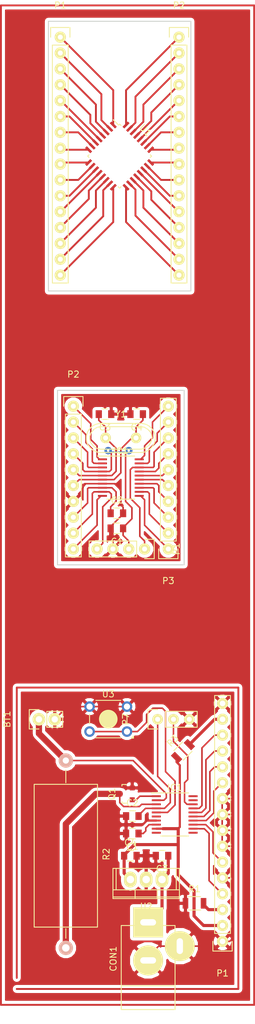
<source format=kicad_pcb>
(kicad_pcb (version 20160815) (host pcbnew no-vcs-found-undefined)

  (general
    (links 131)
    (no_connects 20)
    (area 19.969999 24.4225 61.310002 188.63919)
    (thickness 1.6)
    (drawings 13)
    (tracks 394)
    (zones 0)
    (modules 27)
    (nets 56)
  )

  (page A4)
  (layers
    (0 F.Cu signal)
    (31 B.Cu signal)
    (32 B.Adhes user)
    (33 F.Adhes user)
    (34 B.Paste user)
    (35 F.Paste user)
    (36 B.SilkS user)
    (37 F.SilkS user)
    (38 B.Mask user)
    (39 F.Mask user)
    (40 Dwgs.User user)
    (41 Cmts.User user)
    (42 Eco1.User user)
    (43 Eco2.User user)
    (44 Edge.Cuts user)
    (45 Margin user)
    (46 B.CrtYd user)
    (47 F.CrtYd user)
    (48 B.Fab user)
    (49 F.Fab user)
  )

  (setup
    (last_trace_width 0.3)
    (user_trace_width 0.35)
    (user_trace_width 0.5)
    (user_trace_width 1)
    (user_trace_width 0.35)
    (user_trace_width 0.35)
    (user_trace_width 0.5)
    (user_trace_width 1)
    (user_trace_width 0.3)
    (user_trace_width 0.35)
    (user_trace_width 0.4)
    (user_trace_width 0.5)
    (trace_clearance 0.2)
    (zone_clearance 0.5)
    (zone_45_only no)
    (trace_min 0.2)
    (segment_width 0.2)
    (edge_width 0.15)
    (via_size 1)
    (via_drill 0.5)
    (via_min_size 0.4)
    (via_min_drill 0.3)
    (uvia_size 0.3)
    (uvia_drill 0.1)
    (uvias_allowed no)
    (uvia_min_size 0.2)
    (uvia_min_drill 0.1)
    (pcb_text_width 0.3)
    (pcb_text_size 1.5 1.5)
    (mod_edge_width 0.15)
    (mod_text_size 1 1)
    (mod_text_width 0.15)
    (pad_size 1.8 1.8)
    (pad_drill 0.8)
    (pad_to_mask_clearance 0.2)
    (aux_axis_origin 0 0)
    (visible_elements FFFFF77F)
    (pcbplotparams
      (layerselection 0x00000_7fffffff)
      (usegerberextensions false)
      (excludeedgelayer false)
      (linewidth 0.100000)
      (plotframeref false)
      (viasonmask false)
      (mode 1)
      (useauxorigin false)
      (hpglpennumber 1)
      (hpglpenspeed 20)
      (hpglpendiameter 15)
      (psnegative true)
      (psa4output false)
      (plotreference false)
      (plotvalue false)
      (plotinvisibletext false)
      (padsonsilk false)
      (subtractmaskfromsilk false)
      (outputformat 4)
      (mirror false)
      (drillshape 1)
      (scaleselection 1)
      (outputdirectory ""))
  )

  (net 0 "")
  (net 1 GND)
  (net 2 ADC1)
  (net 3 "Net-(C1-Pad1)")
  (net 4 NRST)
  (net 5 VCC)
  (net 6 +5V)
  (net 7 D7)
  (net 8 D6)
  (net 9 D5)
  (net 10 D4)
  (net 11 EN)
  (net 12 RS)
  (net 13 ADC2)
  (net 14 SWIM)
  (net 15 "Net-(IC1-Pad10)")
  (net 16 "Net-(IC1-Pad6)")
  (net 17 "Net-(IC1-Pad5)")
  (net 18 NMOS)
  (net 19 "Net-(IC1-Pad11)")
  (net 20 "Net-(IC1-Pad19)")
  (net 21 "Net-(IC1-Pad20)")
  (net 22 "Net-(P1-Pad3)")
  (net 23 "Net-(P1-Pad15)")
  (net 24 7)
  (net 25 4)
  (net 26 8)
  (net 27 1)
  (net 28 2)
  (net 29 3)
  (net 30 5)
  (net 31 6)
  (net 32 9)
  (net 33 10)
  (net 34 11)
  (net 35 12)
  (net 36 13)
  (net 37 14)
  (net 38 15)
  (net 39 16)
  (net 40 17)
  (net 41 18)
  (net 42 19)
  (net 43 20)
  (net 44 21)
  (net 45 22)
  (net 46 23)
  (net 47 24)
  (net 48 25)
  (net 49 26)
  (net 50 27)
  (net 51 28)
  (net 52 29)
  (net 53 30)
  (net 54 31)
  (net 55 32)

  (net_class Default "This is the default net class."
    (clearance 0.2)
    (trace_width 0.3)
    (via_dia 1)
    (via_drill 0.5)
    (uvia_dia 0.3)
    (uvia_drill 0.1)
    (diff_pair_gap 0.25)
    (diff_pair_width 0.2)
    (add_net +5V)
    (add_net 1)
    (add_net 10)
    (add_net 11)
    (add_net 12)
    (add_net 13)
    (add_net 14)
    (add_net 15)
    (add_net 16)
    (add_net 17)
    (add_net 18)
    (add_net 19)
    (add_net 2)
    (add_net 20)
    (add_net 21)
    (add_net 22)
    (add_net 23)
    (add_net 24)
    (add_net 25)
    (add_net 26)
    (add_net 27)
    (add_net 28)
    (add_net 29)
    (add_net 3)
    (add_net 30)
    (add_net 31)
    (add_net 32)
    (add_net 4)
    (add_net 5)
    (add_net 6)
    (add_net 7)
    (add_net 8)
    (add_net 9)
    (add_net ADC1)
    (add_net ADC2)
    (add_net D4)
    (add_net D5)
    (add_net D6)
    (add_net D7)
    (add_net EN)
    (add_net GND)
    (add_net NMOS)
    (add_net NRST)
    (add_net "Net-(C1-Pad1)")
    (add_net "Net-(IC1-Pad10)")
    (add_net "Net-(IC1-Pad11)")
    (add_net "Net-(IC1-Pad19)")
    (add_net "Net-(IC1-Pad20)")
    (add_net "Net-(IC1-Pad5)")
    (add_net "Net-(IC1-Pad6)")
    (add_net "Net-(P1-Pad15)")
    (add_net "Net-(P1-Pad3)")
    (add_net RS)
    (add_net SWIM)
    (add_net VCC)
  )

  (module Housings_SSOP:TSSOP-20_4.4x6.5mm_Pitch0.65mm placed (layer F.Cu) (tedit 58207071) (tstamp 5808AFAF)
    (at 252.92 101.002)
    (descr "20-Lead Plastic Thin Shrink Small Outline (ST)-4.4 mm Body [TSSOP] (see Microchip Packaging Specification 00000049BS.pdf)")
    (tags "SSOP 0.65")
    (path /5808AE0C)
    (attr smd)
    (fp_text reference IC1 (at 0 -4.3) (layer F.SilkS)
      (effects (font (size 1 1) (thickness 0.15)))
    )
    (fp_text value STM8S003F3P (at 0 4.3) (layer F.Fab)
      (effects (font (size 1 1) (thickness 0.15)))
    )
    (fp_line (start -3.75 -3.45) (end 2.225 -3.45) (layer F.SilkS) (width 0.15))
    (fp_line (start -2.225 3.45) (end 2.225 3.45) (layer F.SilkS) (width 0.15))
    (fp_line (start -3.95 3.55) (end 3.95 3.55) (layer F.CrtYd) (width 0.05))
    (fp_line (start -3.95 -3.55) (end 3.95 -3.55) (layer F.CrtYd) (width 0.05))
    (fp_line (start 3.95 -3.55) (end 3.95 3.55) (layer F.CrtYd) (width 0.05))
    (fp_line (start -3.95 -3.55) (end -3.95 3.55) (layer F.CrtYd) (width 0.05))
    (fp_line (start -2.2 -3.3) (end 2.2 -3.3) (layer F.Fab) (width 0.15))
    (fp_line (start 2.2 -3.3) (end 2.2 3.3) (layer F.Fab) (width 0.15))
    (fp_line (start 2.2 3.3) (end -2.2 3.3) (layer F.Fab) (width 0.15))
    (fp_line (start -2.2 3.3) (end -2.2 -3.3) (layer F.Fab) (width 0.15))
    (fp_circle (center -1.75 -2.75) (end -2 -2.75) (layer F.Fab) (width 0.15))
    (pad 1 smd rect (at -2.95 -2.925) (size 1.45 0.3) (layers F.Cu F.Paste F.Mask)
      (net 27 1))
    (pad 2 smd rect (at -2.95 -2.275) (size 1.45 0.3) (layers F.Cu F.Paste F.Mask)
      (net 28 2))
    (pad 3 smd rect (at -2.95 -1.625) (size 1.45 0.3) (layers F.Cu F.Paste F.Mask)
      (net 29 3))
    (pad 4 smd rect (at -2.95 -0.975) (size 1.45 0.3) (layers F.Cu F.Paste F.Mask)
      (net 25 4))
    (pad 5 smd rect (at -2.95 -0.325) (size 1.45 0.3) (layers F.Cu F.Paste F.Mask)
      (net 30 5))
    (pad 6 smd rect (at -2.95 0.325) (size 1.45 0.3) (layers F.Cu F.Paste F.Mask)
      (net 31 6))
    (pad 7 smd rect (at -2.95 0.975) (size 1.45 0.3) (layers F.Cu F.Paste F.Mask)
      (net 24 7))
    (pad 8 smd rect (at -2.95 1.625) (size 1.45 0.3) (layers F.Cu F.Paste F.Mask)
      (net 26 8))
    (pad 9 smd rect (at -2.95 2.275) (size 1.45 0.3) (layers F.Cu F.Paste F.Mask)
      (net 32 9))
    (pad 10 smd rect (at -2.95 2.925) (size 1.45 0.3) (layers F.Cu F.Paste F.Mask)
      (net 33 10))
    (pad 11 smd rect (at 2.95 2.925) (size 1.45 0.3) (layers F.Cu F.Paste F.Mask)
      (net 34 11))
    (pad 12 smd rect (at 2.95 2.275) (size 1.45 0.3) (layers F.Cu F.Paste F.Mask)
      (net 35 12))
    (pad 13 smd rect (at 2.95 1.625) (size 1.45 0.3) (layers F.Cu F.Paste F.Mask)
      (net 36 13))
    (pad 14 smd rect (at 2.95 0.975) (size 1.45 0.3) (layers F.Cu F.Paste F.Mask)
      (net 37 14))
    (pad 15 smd rect (at 2.95 0.325) (size 1.45 0.3) (layers F.Cu F.Paste F.Mask)
      (net 38 15))
    (pad 16 smd rect (at 2.95 -0.325) (size 1.45 0.3) (layers F.Cu F.Paste F.Mask)
      (net 39 16))
    (pad 17 smd rect (at 2.95 -0.975) (size 1.45 0.3) (layers F.Cu F.Paste F.Mask)
      (net 40 17))
    (pad 18 smd rect (at 2.95 -1.625) (size 1.45 0.3) (layers F.Cu F.Paste F.Mask)
      (net 41 18))
    (pad 19 smd rect (at 2.95 -2.275) (size 1.45 0.3) (layers F.Cu F.Paste F.Mask)
      (net 42 19))
    (pad 20 smd rect (at 2.95 -2.925) (size 1.45 0.3) (layers F.Cu F.Paste F.Mask)
      (net 43 20))
    (model Housings_SSOP.3dshapes/TSSOP-20_4.4x6.5mm_Pitch0.65mm.wrl
      (at (xyz 0 0 0))
      (scale (xyz 1 1 1))
      (rotate (xyz 0 0 0))
    )
  )

  (module Capacitors_SMD:C_0805 (layer F.Cu) (tedit 580A2949) (tstamp 580A1578)
    (at 252.285 109.13 180)
    (descr "Capacitor SMD 0805, reflow soldering, AVX (see smccp.pdf)")
    (tags "capacitor 0805")
    (path /580A1C9C)
    (attr smd)
    (fp_text reference C1 (at 0 -2.1 180) (layer F.SilkS)
      (effects (font (size 1 1) (thickness 0.15)))
    )
    (fp_text value C (at 0 2.1 180) (layer F.Fab)
      (effects (font (size 1 1) (thickness 0.15)))
    )
    (fp_line (start -1.8 -1) (end 1.8 -1) (layer F.CrtYd) (width 0.05))
    (fp_line (start -1.8 1) (end 1.8 1) (layer F.CrtYd) (width 0.05))
    (fp_line (start -1.8 -1) (end -1.8 1) (layer F.CrtYd) (width 0.05))
    (fp_line (start 1.8 -1) (end 1.8 1) (layer F.CrtYd) (width 0.05))
    (fp_line (start 0.5 -0.85) (end -0.5 -0.85) (layer F.SilkS) (width 0.15))
    (fp_line (start -0.5 0.85) (end 0.5 0.85) (layer F.SilkS) (width 0.15))
    (pad 2 smd rect (at 1 0 180) (size 1 1.25) (layers F.Cu F.Paste F.Mask)
      (net 24 7))
    (pad 1 smd rect (at -1 0 180) (size 1 1.25) (layers F.Cu F.Paste F.Mask)
      (net 25 4))
    (model Capacitors_SMD.3dshapes/C_0805.wrl
      (at (xyz 0 0 0))
      (scale (xyz 1 1 1))
      (rotate (xyz 0 0 0))
    )
  )

  (module Capacitors_SMD:C_0805 (layer F.Cu) (tedit 580A2949) (tstamp 580A157E)
    (at 252.285 106.717)
    (descr "Capacitor SMD 0805, reflow soldering, AVX (see smccp.pdf)")
    (tags "capacitor 0805")
    (path /580A1453)
    (attr smd)
    (fp_text reference C2 (at 0 -2.1) (layer F.SilkS)
      (effects (font (size 1 1) (thickness 0.15)))
    )
    (fp_text value C (at 0 2.1) (layer F.Fab)
      (effects (font (size 1 1) (thickness 0.15)))
    )
    (fp_line (start -0.5 0.85) (end 0.5 0.85) (layer F.SilkS) (width 0.15))
    (fp_line (start 0.5 -0.85) (end -0.5 -0.85) (layer F.SilkS) (width 0.15))
    (fp_line (start 1.8 -1) (end 1.8 1) (layer F.CrtYd) (width 0.05))
    (fp_line (start -1.8 -1) (end -1.8 1) (layer F.CrtYd) (width 0.05))
    (fp_line (start -1.8 1) (end 1.8 1) (layer F.CrtYd) (width 0.05))
    (fp_line (start -1.8 -1) (end 1.8 -1) (layer F.CrtYd) (width 0.05))
    (pad 1 smd rect (at -1 0) (size 1 1.25) (layers F.Cu F.Paste F.Mask)
      (net 26 8))
    (pad 2 smd rect (at 1 0) (size 1 1.25) (layers F.Cu F.Paste F.Mask)
      (net 24 7))
    (model Capacitors_SMD.3dshapes/C_0805.wrl
      (at (xyz 0 0 0))
      (scale (xyz 1 1 1))
      (rotate (xyz 0 0 0))
    )
  )

  (module Pin_Headers:Pin_Header_Straight_1x04 (layer F.Cu) (tedit 580A2949) (tstamp 580A257C)
    (at 256.73 112.432 270)
    (descr "Through hole pin header")
    (tags "pin header")
    (path /580A3D52)
    (fp_text reference P1 (at 0 -5.1 270) (layer F.SilkS)
      (effects (font (size 1 1) (thickness 0.15)))
    )
    (fp_text value CONN_01X04 (at 0 -3.1 270) (layer F.Fab)
      (effects (font (size 1 1) (thickness 0.15)))
    )
    (fp_line (start -1.55 -1.55) (end 1.55 -1.55) (layer F.SilkS) (width 0.15))
    (fp_line (start -1.55 0) (end -1.55 -1.55) (layer F.SilkS) (width 0.15))
    (fp_line (start 1.27 1.27) (end -1.27 1.27) (layer F.SilkS) (width 0.15))
    (fp_line (start -1.27 8.89) (end 1.27 8.89) (layer F.SilkS) (width 0.15))
    (fp_line (start 1.55 -1.55) (end 1.55 0) (layer F.SilkS) (width 0.15))
    (fp_line (start 1.27 1.27) (end 1.27 8.89) (layer F.SilkS) (width 0.15))
    (fp_line (start -1.27 1.27) (end -1.27 8.89) (layer F.SilkS) (width 0.15))
    (fp_line (start -1.75 9.4) (end 1.75 9.4) (layer F.CrtYd) (width 0.05))
    (fp_line (start -1.75 -1.75) (end 1.75 -1.75) (layer F.CrtYd) (width 0.05))
    (fp_line (start 1.75 -1.75) (end 1.75 9.4) (layer F.CrtYd) (width 0.05))
    (fp_line (start -1.75 -1.75) (end -1.75 9.4) (layer F.CrtYd) (width 0.05))
    (pad 1 thru_hole circle (at 0 0 270) (size 1.8 1.8) (drill 0.8) (layers *.Cu *.Mask F.SilkS)
      (net 41 18))
    (pad 2 thru_hole circle (at 0 2.54 270) (size 1.8 1.8) (drill 0.8) (layers *.Cu *.Mask F.SilkS)
      (net 25 4))
    (pad 3 thru_hole circle (at 0 5.08 270) (size 1.8 1.8) (drill 0.8) (layers *.Cu *.Mask F.SilkS)
      (net 24 7))
    (pad 4 thru_hole circle (at 0 7.62 270) (size 1.8 1.8) (drill 0.8) (layers *.Cu *.Mask F.SilkS)
      (net 32 9))
    (model Pin_Headers.3dshapes/Pin_Header_Straight_1x04.wrl
      (at (xyz 0 -0.15 0))
      (scale (xyz 1 1 1))
      (rotate (xyz 0 0 90))
    )
  )

  (module Pin_Headers:Pin_Header_Straight_1x10 (layer F.Cu) (tedit 580A2949) (tstamp 580A2583)
    (at 245.3 89.572)
    (descr "Through hole pin header")
    (tags "pin header")
    (path /580A2BE0)
    (fp_text reference P2 (at 0 -5.1) (layer F.SilkS)
      (effects (font (size 1 1) (thickness 0.15)))
    )
    (fp_text value CONN_01X10 (at 0 -3.1) (layer F.Fab)
      (effects (font (size 1 1) (thickness 0.15)))
    )
    (fp_line (start -1.75 -1.75) (end -1.75 24.65) (layer F.CrtYd) (width 0.05))
    (fp_line (start 1.75 -1.75) (end 1.75 24.65) (layer F.CrtYd) (width 0.05))
    (fp_line (start -1.75 -1.75) (end 1.75 -1.75) (layer F.CrtYd) (width 0.05))
    (fp_line (start -1.75 24.65) (end 1.75 24.65) (layer F.CrtYd) (width 0.05))
    (fp_line (start 1.27 1.27) (end 1.27 24.13) (layer F.SilkS) (width 0.15))
    (fp_line (start 1.27 24.13) (end -1.27 24.13) (layer F.SilkS) (width 0.15))
    (fp_line (start -1.27 24.13) (end -1.27 1.27) (layer F.SilkS) (width 0.15))
    (fp_line (start 1.55 -1.55) (end 1.55 0) (layer F.SilkS) (width 0.15))
    (fp_line (start 1.27 1.27) (end -1.27 1.27) (layer F.SilkS) (width 0.15))
    (fp_line (start -1.55 0) (end -1.55 -1.55) (layer F.SilkS) (width 0.15))
    (fp_line (start -1.55 -1.55) (end 1.55 -1.55) (layer F.SilkS) (width 0.15))
    (pad 10 thru_hole circle (at 0 22.86) (size 1.8 1.8) (drill 0.8) (layers *.Cu *.Mask F.SilkS)
      (net 33 10))
    (pad 9 thru_hole circle (at 0 20.32) (size 1.8 1.8) (drill 0.8) (layers *.Cu *.Mask F.SilkS)
      (net 32 9))
    (pad 8 thru_hole circle (at 0 17.78) (size 1.8 1.8) (drill 0.8) (layers *.Cu *.Mask F.SilkS)
      (net 26 8))
    (pad 7 thru_hole circle (at 0 15.24) (size 1.8 1.8) (drill 0.8) (layers *.Cu *.Mask F.SilkS)
      (net 24 7))
    (pad 6 thru_hole circle (at 0 12.7) (size 1.8 1.8) (drill 0.8) (layers *.Cu *.Mask F.SilkS)
      (net 31 6))
    (pad 5 thru_hole circle (at 0 10.16) (size 1.8 1.8) (drill 0.8) (layers *.Cu *.Mask F.SilkS)
      (net 30 5))
    (pad 4 thru_hole circle (at 0 7.62) (size 1.8 1.8) (drill 0.8) (layers *.Cu *.Mask F.SilkS)
      (net 25 4))
    (pad 3 thru_hole circle (at 0 5.08) (size 1.8 1.8) (drill 0.8) (layers *.Cu *.Mask F.SilkS)
      (net 29 3))
    (pad 2 thru_hole circle (at 0 2.54) (size 1.8 1.8) (drill 0.8) (layers *.Cu *.Mask F.SilkS)
      (net 28 2))
    (pad 1 thru_hole circle (at 0 0) (size 1.8 1.8) (drill 0.8) (layers *.Cu *.Mask F.SilkS)
      (net 27 1))
    (model Pin_Headers.3dshapes/Pin_Header_Straight_1x10.wrl
      (at (xyz 0 -0.45 0))
      (scale (xyz 1 1 1))
      (rotate (xyz 0 0 90))
    )
  )

  (module Pin_Headers:Pin_Header_Straight_1x10 (layer F.Cu) (tedit 580A2949) (tstamp 580A2590)
    (at 260.54 112.432 180)
    (descr "Through hole pin header")
    (tags "pin header")
    (path /580A2B45)
    (fp_text reference P3 (at 0 -5.1 180) (layer F.SilkS)
      (effects (font (size 1 1) (thickness 0.15)))
    )
    (fp_text value CONN_01X10 (at 0 -3.1 180) (layer F.Fab)
      (effects (font (size 1 1) (thickness 0.15)))
    )
    (fp_line (start -1.55 -1.55) (end 1.55 -1.55) (layer F.SilkS) (width 0.15))
    (fp_line (start -1.55 0) (end -1.55 -1.55) (layer F.SilkS) (width 0.15))
    (fp_line (start 1.27 1.27) (end -1.27 1.27) (layer F.SilkS) (width 0.15))
    (fp_line (start 1.55 -1.55) (end 1.55 0) (layer F.SilkS) (width 0.15))
    (fp_line (start -1.27 24.13) (end -1.27 1.27) (layer F.SilkS) (width 0.15))
    (fp_line (start 1.27 24.13) (end -1.27 24.13) (layer F.SilkS) (width 0.15))
    (fp_line (start 1.27 1.27) (end 1.27 24.13) (layer F.SilkS) (width 0.15))
    (fp_line (start -1.75 24.65) (end 1.75 24.65) (layer F.CrtYd) (width 0.05))
    (fp_line (start -1.75 -1.75) (end 1.75 -1.75) (layer F.CrtYd) (width 0.05))
    (fp_line (start 1.75 -1.75) (end 1.75 24.65) (layer F.CrtYd) (width 0.05))
    (fp_line (start -1.75 -1.75) (end -1.75 24.65) (layer F.CrtYd) (width 0.05))
    (pad 1 thru_hole circle (at 0 0 180) (size 1.8 1.8) (drill 0.8) (layers *.Cu *.Mask F.SilkS)
      (net 34 11))
    (pad 2 thru_hole circle (at 0 2.54 180) (size 1.8 1.8) (drill 0.8) (layers *.Cu *.Mask F.SilkS)
      (net 35 12))
    (pad 3 thru_hole circle (at 0 5.08 180) (size 1.8 1.8) (drill 0.8) (layers *.Cu *.Mask F.SilkS)
      (net 36 13))
    (pad 4 thru_hole circle (at 0 7.62 180) (size 1.8 1.8) (drill 0.8) (layers *.Cu *.Mask F.SilkS)
      (net 37 14))
    (pad 5 thru_hole circle (at 0 10.16 180) (size 1.8 1.8) (drill 0.8) (layers *.Cu *.Mask F.SilkS)
      (net 38 15))
    (pad 6 thru_hole circle (at 0 12.7 180) (size 1.8 1.8) (drill 0.8) (layers *.Cu *.Mask F.SilkS)
      (net 39 16))
    (pad 7 thru_hole circle (at 0 15.24 180) (size 1.8 1.8) (drill 0.8) (layers *.Cu *.Mask F.SilkS)
      (net 40 17))
    (pad 8 thru_hole circle (at 0 17.78 180) (size 1.8 1.8) (drill 0.8) (layers *.Cu *.Mask F.SilkS)
      (net 41 18))
    (pad 9 thru_hole circle (at 0 20.32 180) (size 1.8 1.8) (drill 0.8) (layers *.Cu *.Mask F.SilkS)
      (net 42 19))
    (pad 10 thru_hole circle (at 0 22.86 180) (size 1.8 1.8) (drill 0.8) (layers *.Cu *.Mask F.SilkS)
      (net 43 20))
    (model Pin_Headers.3dshapes/Pin_Header_Straight_1x10.wrl
      (at (xyz 0 -0.45 0))
      (scale (xyz 1 1 1))
      (rotate (xyz 0 0 90))
    )
  )

  (module Capacitors_SMD:C_0805 (layer F.Cu) (tedit 57DF8D9D) (tstamp 58121F0D)
    (at 250.38 90.842 180)
    (descr "Capacitor SMD 0805, reflow soldering, AVX (see smccp.pdf)")
    (tags "capacitor 0805")
    (path /58122157)
    (attr smd)
    (fp_text reference C3 (at 0 -2.1 180) (layer F.SilkS)
      (effects (font (size 1 1) (thickness 0.15)))
    )
    (fp_text value C (at 0 2.1 180) (layer F.Fab)
      (effects (font (size 1 1) (thickness 0.15)))
    )
    (fp_line (start -0.5 0.85) (end 0.5 0.85) (layer F.SilkS) (width 0.15))
    (fp_line (start 0.5 -0.85) (end -0.5 -0.85) (layer F.SilkS) (width 0.15))
    (fp_line (start 1.8 -1) (end 1.8 1) (layer F.CrtYd) (width 0.05))
    (fp_line (start -1.8 -1) (end -1.8 1) (layer F.CrtYd) (width 0.05))
    (fp_line (start -1.8 1) (end 1.8 1) (layer F.CrtYd) (width 0.05))
    (fp_line (start -1.8 -1) (end 1.8 -1) (layer F.CrtYd) (width 0.05))
    (pad 1 smd rect (at -1 0 180) (size 1 1.25) (layers F.Cu F.Paste F.Mask)
      (net 24 7))
    (pad 2 smd rect (at 1 0 180) (size 1 1.25) (layers F.Cu F.Paste F.Mask)
      (net 30 5))
    (model Capacitors_SMD.3dshapes/C_0805.wrl
      (at (xyz 0 0 0))
      (scale (xyz 1 1 1))
      (rotate (xyz 0 0 0))
    )
  )

  (module Capacitors_SMD:C_0805 (layer F.Cu) (tedit 57DF8D9D) (tstamp 58121F13)
    (at 255.46 90.842 180)
    (descr "Capacitor SMD 0805, reflow soldering, AVX (see smccp.pdf)")
    (tags "capacitor 0805")
    (path /581222C5)
    (attr smd)
    (fp_text reference C4 (at 0 -2.1 180) (layer F.SilkS)
      (effects (font (size 1 1) (thickness 0.15)))
    )
    (fp_text value C (at 0 2.1 180) (layer F.Fab)
      (effects (font (size 1 1) (thickness 0.15)))
    )
    (fp_line (start -1.8 -1) (end 1.8 -1) (layer F.CrtYd) (width 0.05))
    (fp_line (start -1.8 1) (end 1.8 1) (layer F.CrtYd) (width 0.05))
    (fp_line (start -1.8 -1) (end -1.8 1) (layer F.CrtYd) (width 0.05))
    (fp_line (start 1.8 -1) (end 1.8 1) (layer F.CrtYd) (width 0.05))
    (fp_line (start 0.5 -0.85) (end -0.5 -0.85) (layer F.SilkS) (width 0.15))
    (fp_line (start -0.5 0.85) (end 0.5 0.85) (layer F.SilkS) (width 0.15))
    (pad 2 smd rect (at 1 0 180) (size 1 1.25) (layers F.Cu F.Paste F.Mask)
      (net 24 7))
    (pad 1 smd rect (at -1 0 180) (size 1 1.25) (layers F.Cu F.Paste F.Mask)
      (net 31 6))
    (model Capacitors_SMD.3dshapes/C_0805.wrl
      (at (xyz 0 0 0))
      (scale (xyz 1 1 1))
      (rotate (xyz 0 0 0))
    )
  )

  (module Crystals:Crystal_HC49-U_Vertical (layer F.Cu) (tedit 581221E7) (tstamp 58121F19)
    (at 252.92 94.652)
    (descr "Crystal Quarz HC49/U vertical stehend")
    (tags "Crystal Quarz HC49/U vertical stehend")
    (path /58121EE1)
    (fp_text reference Y1 (at 0 -3.81) (layer F.SilkS)
      (effects (font (size 1 1) (thickness 0.15)))
    )
    (fp_text value CRYSTAL (at 0 3.81) (layer F.Fab)
      (effects (font (size 1 1) (thickness 0.15)))
    )
    (fp_line (start -3.2004 -2.32918) (end 3.2512 -2.32918) (layer F.SilkS) (width 0.15))
    (fp_line (start 3.6703 2.29108) (end 4.16052 2.1209) (layer F.SilkS) (width 0.15))
    (fp_line (start 3.2512 2.32918) (end 3.6703 2.29108) (layer F.SilkS) (width 0.15))
    (fp_line (start -3.2004 2.32918) (end 3.2512 2.32918) (layer F.SilkS) (width 0.15))
    (fp_line (start 3.73126 -2.2606) (end 3.2893 -2.32918) (layer F.SilkS) (width 0.15))
    (fp_line (start 4.16052 -2.1209) (end 3.73126 -2.2606) (layer F.SilkS) (width 0.15))
    (fp_line (start 4.54914 -1.88976) (end 4.16052 -2.1209) (layer F.SilkS) (width 0.15))
    (fp_line (start 4.89966 -1.56972) (end 4.54914 -1.88976) (layer F.SilkS) (width 0.15))
    (fp_line (start 5.26034 -1.09982) (end 4.89966 -1.56972) (layer F.SilkS) (width 0.15))
    (fp_line (start 5.45084 -0.65024) (end 5.26034 -1.09982) (layer F.SilkS) (width 0.15))
    (fp_line (start 5.53974 -0.1905) (end 5.45084 -0.65024) (layer F.SilkS) (width 0.15))
    (fp_line (start 5.51942 0.26924) (end 5.53974 -0.1905) (layer F.SilkS) (width 0.15))
    (fp_line (start 5.4102 0.73914) (end 5.51942 0.26924) (layer F.SilkS) (width 0.15))
    (fp_line (start 5.11048 1.29032) (end 5.4102 0.73914) (layer F.SilkS) (width 0.15))
    (fp_line (start 4.85902 1.62052) (end 5.11048 1.29032) (layer F.SilkS) (width 0.15))
    (fp_line (start 4.53898 1.89992) (end 4.85902 1.62052) (layer F.SilkS) (width 0.15))
    (fp_line (start 4.16052 2.1209) (end 4.53898 1.89992) (layer F.SilkS) (width 0.15))
    (fp_line (start -3.6195 2.30886) (end -3.18008 2.33934) (layer F.SilkS) (width 0.15))
    (fp_line (start -4.06908 2.14884) (end -3.6195 2.30886) (layer F.SilkS) (width 0.15))
    (fp_line (start -4.49072 1.94056) (end -4.06908 2.14884) (layer F.SilkS) (width 0.15))
    (fp_line (start -4.95046 1.56972) (end -4.49072 1.94056) (layer F.SilkS) (width 0.15))
    (fp_line (start -5.34924 0.98044) (end -4.95046 1.56972) (layer F.SilkS) (width 0.15))
    (fp_line (start -5.51942 0.2794) (end -5.34924 0.98044) (layer F.SilkS) (width 0.15))
    (fp_line (start -5.51942 -0.23114) (end -5.51942 0.2794) (layer F.SilkS) (width 0.15))
    (fp_line (start -5.38988 -0.83058) (end -5.51942 -0.23114) (layer F.SilkS) (width 0.15))
    (fp_line (start -5.10032 -1.36906) (end -5.38988 -0.83058) (layer F.SilkS) (width 0.15))
    (fp_line (start -4.77012 -1.71958) (end -5.10032 -1.36906) (layer F.SilkS) (width 0.15))
    (fp_line (start -4.48056 -1.95072) (end -4.77012 -1.71958) (layer F.SilkS) (width 0.15))
    (fp_line (start -4.04876 -2.16916) (end -4.48056 -1.95072) (layer F.SilkS) (width 0.15))
    (fp_line (start -3.64998 -2.28092) (end -4.04876 -2.16916) (layer F.SilkS) (width 0.15))
    (fp_line (start -3.19024 -2.32918) (end -3.64998 -2.28092) (layer F.SilkS) (width 0.15))
    (fp_line (start 4.30022 -1.39954) (end 4.8006 -0.89916) (layer F.SilkS) (width 0.15))
    (fp_line (start 3.79984 -1.69926) (end 4.30022 -1.39954) (layer F.SilkS) (width 0.15))
    (fp_line (start 3.40106 -1.80086) (end 3.79984 -1.69926) (layer F.SilkS) (width 0.15))
    (fp_line (start -3.2004 -1.80086) (end 3.40106 -1.80086) (layer F.SilkS) (width 0.15))
    (fp_line (start -3.79984 -1.69926) (end -3.29946 -1.80086) (layer F.SilkS) (width 0.15))
    (fp_line (start -4.30022 -1.39954) (end -3.79984 -1.69926) (layer F.SilkS) (width 0.15))
    (fp_line (start -4.8006 -0.8001) (end -4.30022 -1.39954) (layer F.SilkS) (width 0.15))
    (fp_line (start -5.00126 -0.29972) (end -4.8006 -0.8001) (layer F.SilkS) (width 0.15))
    (fp_line (start -5.00126 0.20066) (end -5.00126 -0.29972) (layer F.SilkS) (width 0.15))
    (fp_line (start -4.8006 0.8001) (end -5.00126 0.20066) (layer F.SilkS) (width 0.15))
    (fp_line (start -4.39928 1.30048) (end -4.8006 0.8001) (layer F.SilkS) (width 0.15))
    (fp_line (start -4.0005 1.6002) (end -4.39928 1.30048) (layer F.SilkS) (width 0.15))
    (fp_line (start -3.29946 1.80086) (end -4.0005 1.6002) (layer F.SilkS) (width 0.15))
    (fp_line (start 3.29946 1.80086) (end -3.29946 1.80086) (layer F.SilkS) (width 0.15))
    (fp_line (start 3.8989 1.6002) (end 3.29946 1.80086) (layer F.SilkS) (width 0.15))
    (fp_line (start 4.50088 1.19888) (end 3.8989 1.6002) (layer F.SilkS) (width 0.15))
    (fp_line (start 4.89966 0.50038) (end 4.50088 1.19888) (layer F.SilkS) (width 0.15))
    (fp_line (start 5.00126 0) (end 4.89966 0.50038) (layer F.SilkS) (width 0.15))
    (fp_line (start 4.89966 -0.59944) (end 5.00126 0) (layer F.SilkS) (width 0.15))
    (fp_line (start 4.699 -1.00076) (end 4.89966 -0.59944) (layer F.SilkS) (width 0.15))
    (pad 1 thru_hole circle (at -2.44094 0) (size 1.7 1.7) (drill 0.8001) (layers *.Cu *.Mask F.SilkS)
      (net 30 5))
    (pad 2 thru_hole circle (at 2.44094 0) (size 1.7 1.7) (drill 0.8001) (layers *.Cu *.Mask F.SilkS)
      (net 31 6))
  )

  (module Pin_Headers:Pin_Header_Straight_1x02 (layer F.Cu) (tedit 58086002) (tstamp 580766A2)
    (at 239.776 139.7 90)
    (descr "Through hole pin header")
    (tags "pin header")
    (path /58075F51)
    (fp_text reference BT1 (at 0 -5.1 90) (layer F.SilkS)
      (effects (font (size 1 1) (thickness 0.15)))
    )
    (fp_text value Battery (at 0 -3.1 90) (layer F.Fab)
      (effects (font (size 1 1) (thickness 0.15)))
    )
    (fp_line (start -1.27 3.81) (end 1.27 3.81) (layer F.SilkS) (width 0.15))
    (fp_line (start -1.27 1.27) (end -1.27 3.81) (layer F.SilkS) (width 0.15))
    (fp_line (start -1.55 -1.55) (end 1.55 -1.55) (layer F.SilkS) (width 0.15))
    (fp_line (start -1.55 0) (end -1.55 -1.55) (layer F.SilkS) (width 0.15))
    (fp_line (start 1.27 1.27) (end -1.27 1.27) (layer F.SilkS) (width 0.15))
    (fp_line (start -1.75 4.3) (end 1.75 4.3) (layer F.CrtYd) (width 0.05))
    (fp_line (start -1.75 -1.75) (end 1.75 -1.75) (layer F.CrtYd) (width 0.05))
    (fp_line (start 1.75 -1.75) (end 1.75 4.3) (layer F.CrtYd) (width 0.05))
    (fp_line (start -1.75 -1.75) (end -1.75 4.3) (layer F.CrtYd) (width 0.05))
    (fp_line (start 1.55 -1.55) (end 1.55 0) (layer F.SilkS) (width 0.15))
    (fp_line (start 1.27 1.27) (end 1.27 3.81) (layer F.SilkS) (width 0.15))
    (pad 1 thru_hole oval (at 0 0 90) (size 2.032 2.032) (drill 1.016) (layers *.Cu *.Mask F.SilkS)
      (net 2 ADC1))
    (pad 2 thru_hole oval (at 0 2.54 90) (size 2.032 2.032) (drill 1.016) (layers *.Cu *.Mask F.SilkS)
      (net 1 GND))
    (model Pin_Headers.3dshapes/Pin_Header_Straight_1x02.wrl
      (at (xyz 0 -0.05 0))
      (scale (xyz 1 1 1))
      (rotate (xyz 0 0 90))
    )
  )

  (module Capacitors_SMD:C_0805 (layer F.Cu) (tedit 58086002) (tstamp 580766A8)
    (at 254.762 157.988 180)
    (descr "Capacitor SMD 0805, reflow soldering, AVX (see smccp.pdf)")
    (tags "capacitor 0805")
    (path /58074F5A)
    (attr smd)
    (fp_text reference C1 (at 0 -2.1 180) (layer F.SilkS)
      (effects (font (size 1 1) (thickness 0.15)))
    )
    (fp_text value C (at 0 2.1 180) (layer F.Fab)
      (effects (font (size 1 1) (thickness 0.15)))
    )
    (fp_line (start -1.8 -1) (end 1.8 -1) (layer F.CrtYd) (width 0.05))
    (fp_line (start -1.8 1) (end 1.8 1) (layer F.CrtYd) (width 0.05))
    (fp_line (start -1.8 -1) (end -1.8 1) (layer F.CrtYd) (width 0.05))
    (fp_line (start 1.8 -1) (end 1.8 1) (layer F.CrtYd) (width 0.05))
    (fp_line (start 0.5 -0.85) (end -0.5 -0.85) (layer F.SilkS) (width 0.15))
    (fp_line (start -0.5 0.85) (end 0.5 0.85) (layer F.SilkS) (width 0.15))
    (pad 2 smd rect (at 1 0 180) (size 1 1.25) (layers F.Cu F.Paste F.Mask)
      (net 1 GND))
    (pad 1 smd rect (at -1 0 180) (size 1 1.25) (layers F.Cu F.Paste F.Mask)
      (net 3 "Net-(C1-Pad1)"))
    (model Capacitors_SMD.3dshapes/C_0805.wrl
      (at (xyz 0 0 0))
      (scale (xyz 1 1 1))
      (rotate (xyz 0 0 0))
    )
  )

  (module Capacitors_SMD:C_0805 (layer F.Cu) (tedit 58086002) (tstamp 580766AE)
    (at 254.762 155.194)
    (descr "Capacitor SMD 0805, reflow soldering, AVX (see smccp.pdf)")
    (tags "capacitor 0805")
    (path /58075032)
    (attr smd)
    (fp_text reference C2 (at 0 -2.1) (layer F.SilkS)
      (effects (font (size 1 1) (thickness 0.15)))
    )
    (fp_text value C (at 0 2.1) (layer F.Fab)
      (effects (font (size 1 1) (thickness 0.15)))
    )
    (fp_line (start -0.5 0.85) (end 0.5 0.85) (layer F.SilkS) (width 0.15))
    (fp_line (start 0.5 -0.85) (end -0.5 -0.85) (layer F.SilkS) (width 0.15))
    (fp_line (start 1.8 -1) (end 1.8 1) (layer F.CrtYd) (width 0.05))
    (fp_line (start -1.8 -1) (end -1.8 1) (layer F.CrtYd) (width 0.05))
    (fp_line (start -1.8 1) (end 1.8 1) (layer F.CrtYd) (width 0.05))
    (fp_line (start -1.8 -1) (end 1.8 -1) (layer F.CrtYd) (width 0.05))
    (pad 1 smd rect (at -1 0) (size 1 1.25) (layers F.Cu F.Paste F.Mask)
      (net 1 GND))
    (pad 2 smd rect (at 1 0) (size 1 1.25) (layers F.Cu F.Paste F.Mask)
      (net 4 NRST))
    (model Capacitors_SMD.3dshapes/C_0805.wrl
      (at (xyz 0 0 0))
      (scale (xyz 1 1 1))
      (rotate (xyz 0 0 0))
    )
  )

  (module Capacitors_SMD:C_0805 (layer F.Cu) (tedit 58086002) (tstamp 580766B4)
    (at 259.529492 161.544 180)
    (descr "Capacitor SMD 0805, reflow soldering, AVX (see smccp.pdf)")
    (tags "capacitor 0805")
    (path /58078DFF)
    (attr smd)
    (fp_text reference C3 (at 0 -2.1 180) (layer F.SilkS)
      (effects (font (size 1 1) (thickness 0.15)))
    )
    (fp_text value C (at 0 2.1 180) (layer F.Fab)
      (effects (font (size 1 1) (thickness 0.15)))
    )
    (fp_line (start -0.5 0.85) (end 0.5 0.85) (layer F.SilkS) (width 0.15))
    (fp_line (start 0.5 -0.85) (end -0.5 -0.85) (layer F.SilkS) (width 0.15))
    (fp_line (start 1.8 -1) (end 1.8 1) (layer F.CrtYd) (width 0.05))
    (fp_line (start -1.8 -1) (end -1.8 1) (layer F.CrtYd) (width 0.05))
    (fp_line (start -1.8 1) (end 1.8 1) (layer F.CrtYd) (width 0.05))
    (fp_line (start -1.8 -1) (end 1.8 -1) (layer F.CrtYd) (width 0.05))
    (pad 1 smd rect (at -1 0 180) (size 1 1.25) (layers F.Cu F.Paste F.Mask)
      (net 5 VCC))
    (pad 2 smd rect (at 1 0 180) (size 1 1.25) (layers F.Cu F.Paste F.Mask)
      (net 1 GND))
    (model Capacitors_SMD.3dshapes/C_0805.wrl
      (at (xyz 0 0 0))
      (scale (xyz 1 1 1))
      (rotate (xyz 0 0 0))
    )
  )

  (module Capacitors_SMD:C_0805 (layer F.Cu) (tedit 58086002) (tstamp 580766BA)
    (at 254.449492 161.544)
    (descr "Capacitor SMD 0805, reflow soldering, AVX (see smccp.pdf)")
    (tags "capacitor 0805")
    (path /58078E7A)
    (attr smd)
    (fp_text reference C4 (at 0 -2.1) (layer F.SilkS)
      (effects (font (size 1 1) (thickness 0.15)))
    )
    (fp_text value C (at 0 2.1) (layer F.Fab)
      (effects (font (size 1 1) (thickness 0.15)))
    )
    (fp_line (start -1.8 -1) (end 1.8 -1) (layer F.CrtYd) (width 0.05))
    (fp_line (start -1.8 1) (end 1.8 1) (layer F.CrtYd) (width 0.05))
    (fp_line (start -1.8 -1) (end -1.8 1) (layer F.CrtYd) (width 0.05))
    (fp_line (start 1.8 -1) (end 1.8 1) (layer F.CrtYd) (width 0.05))
    (fp_line (start 0.5 -0.85) (end -0.5 -0.85) (layer F.SilkS) (width 0.15))
    (fp_line (start -0.5 0.85) (end 0.5 0.85) (layer F.SilkS) (width 0.15))
    (pad 2 smd rect (at 1 0) (size 1 1.25) (layers F.Cu F.Paste F.Mask)
      (net 1 GND))
    (pad 1 smd rect (at -1 0) (size 1 1.25) (layers F.Cu F.Paste F.Mask)
      (net 6 +5V))
    (model Capacitors_SMD.3dshapes/C_0805.wrl
      (at (xyz 0 0 0))
      (scale (xyz 1 1 1))
      (rotate (xyz 0 0 0))
    )
  )

  (module Housings_SSOP:TSSOP-20_4.4x6.5mm_Pitch0.65mm (layer F.Cu) (tedit 5820676B) (tstamp 580766EA)
    (at 261.561492 154.94)
    (descr "20-Lead Plastic Thin Shrink Small Outline (ST)-4.4 mm Body [TSSOP] (see Microchip Packaging Specification 00000049BS.pdf)")
    (tags "SSOP 0.65")
    (path /58074F1F)
    (attr smd)
    (fp_text reference IC1 (at 0 -4.3) (layer F.SilkS)
      (effects (font (size 1 1) (thickness 0.15)))
    )
    (fp_text value STM8S003F3P (at 0 4.3) (layer F.Fab)
      (effects (font (size 1 1) (thickness 0.15)))
    )
    (fp_line (start -3.75 -3.45) (end 2.225 -3.45) (layer F.SilkS) (width 0.15))
    (fp_line (start -2.225 3.45) (end 2.225 3.45) (layer F.SilkS) (width 0.15))
    (fp_line (start -3.95 3.55) (end 3.95 3.55) (layer F.CrtYd) (width 0.05))
    (fp_line (start -3.95 -3.55) (end 3.95 -3.55) (layer F.CrtYd) (width 0.05))
    (fp_line (start 3.95 -3.55) (end 3.95 3.55) (layer F.CrtYd) (width 0.05))
    (fp_line (start -3.95 -3.55) (end -3.95 3.55) (layer F.CrtYd) (width 0.05))
    (fp_line (start -2.2 -3.3) (end 2.2 -3.3) (layer F.Fab) (width 0.15))
    (fp_line (start 2.2 -3.3) (end 2.2 3.3) (layer F.Fab) (width 0.15))
    (fp_line (start 2.2 3.3) (end -2.2 3.3) (layer F.Fab) (width 0.15))
    (fp_line (start -2.2 3.3) (end -2.2 -3.3) (layer F.Fab) (width 0.15))
    (fp_circle (center -1.75 -2.75) (end -2 -2.75) (layer F.Fab) (width 0.15))
    (pad 1 smd rect (at -2.95 -2.925) (size 1.45 0.3) (layers F.Cu F.Paste F.Mask)
      (net 18 NMOS))
    (pad 2 smd rect (at -2.95 -2.275) (size 1.45 0.3) (layers F.Cu F.Paste F.Mask)
      (net 2 ADC1))
    (pad 3 smd rect (at -2.95 -1.625) (size 1.45 0.3) (layers F.Cu F.Paste F.Mask)
      (net 13 ADC2))
    (pad 4 smd rect (at -2.95 -0.975) (size 1.45 0.3) (layers F.Cu F.Paste F.Mask)
      (net 4 NRST))
    (pad 5 smd rect (at -2.95 -0.325) (size 1.45 0.3) (layers F.Cu F.Paste F.Mask)
      (net 17 "Net-(IC1-Pad5)"))
    (pad 6 smd rect (at -2.95 0.325) (size 1.45 0.3) (layers F.Cu F.Paste F.Mask)
      (net 16 "Net-(IC1-Pad6)"))
    (pad 7 smd rect (at -2.95 0.975) (size 1.45 0.3) (layers F.Cu F.Paste F.Mask)
      (net 1 GND))
    (pad 8 smd rect (at -2.95 1.625) (size 1.45 0.3) (layers F.Cu F.Paste F.Mask)
      (net 3 "Net-(C1-Pad1)"))
    (pad 9 smd rect (at -2.95 2.275) (size 1.45 0.3) (layers F.Cu F.Paste F.Mask)
      (net 6 +5V))
    (pad 10 smd rect (at -2.95 2.925) (size 1.45 0.3) (layers F.Cu F.Paste F.Mask)
      (net 15 "Net-(IC1-Pad10)"))
    (pad 11 smd rect (at 2.95 2.925) (size 1.45 0.3) (layers F.Cu F.Paste F.Mask)
      (net 19 "Net-(IC1-Pad11)"))
    (pad 12 smd rect (at 2.95 2.275) (size 1.45 0.3) (layers F.Cu F.Paste F.Mask)
      (net 12 RS))
    (pad 13 smd rect (at 2.95 1.625) (size 1.45 0.3) (layers F.Cu F.Paste F.Mask)
      (net 11 EN))
    (pad 14 smd rect (at 2.95 0.975) (size 1.45 0.3) (layers F.Cu F.Paste F.Mask)
      (net 10 D4))
    (pad 15 smd rect (at 2.95 0.325) (size 1.45 0.3) (layers F.Cu F.Paste F.Mask)
      (net 9 D5))
    (pad 16 smd rect (at 2.95 -0.325) (size 1.45 0.3) (layers F.Cu F.Paste F.Mask)
      (net 8 D6))
    (pad 17 smd rect (at 2.95 -0.975) (size 1.45 0.3) (layers F.Cu F.Paste F.Mask)
      (net 7 D7))
    (pad 18 smd rect (at 2.95 -1.625) (size 1.45 0.3) (layers F.Cu F.Paste F.Mask)
      (net 14 SWIM))
    (pad 19 smd rect (at 2.95 -2.275) (size 1.45 0.3) (layers F.Cu F.Paste F.Mask)
      (net 20 "Net-(IC1-Pad19)"))
    (pad 20 smd rect (at 2.95 -2.925) (size 1.45 0.3) (layers F.Cu F.Paste F.Mask)
      (net 21 "Net-(IC1-Pad20)"))
    (model Housings_SSOP.3dshapes/TSSOP-20_4.4x6.5mm_Pitch0.65mm.wrl
      (at (xyz 0 0 0))
      (scale (xyz 1 1 1))
      (rotate (xyz 0 0 0))
    )
  )

  (module Pin_Headers:Pin_Header_Straight_1x03 (layer F.Cu) (tedit 58086002) (tstamp 5807670F)
    (at 258.826 139.7 90)
    (descr "Through hole pin header")
    (tags "pin header")
    (path /58076C8C)
    (fp_text reference P7 (at 0 -5.1 90) (layer F.SilkS)
      (effects (font (size 1 1) (thickness 0.15)))
    )
    (fp_text value CONN_01X03 (at 0 -3.1 90) (layer F.Fab)
      (effects (font (size 1 1) (thickness 0.15)))
    )
    (fp_line (start -1.55 -1.55) (end 1.55 -1.55) (layer F.SilkS) (width 0.15))
    (fp_line (start -1.55 0) (end -1.55 -1.55) (layer F.SilkS) (width 0.15))
    (fp_line (start 1.27 1.27) (end -1.27 1.27) (layer F.SilkS) (width 0.15))
    (fp_line (start 1.55 -1.55) (end 1.55 0) (layer F.SilkS) (width 0.15))
    (fp_line (start 1.27 6.35) (end 1.27 1.27) (layer F.SilkS) (width 0.15))
    (fp_line (start -1.27 6.35) (end 1.27 6.35) (layer F.SilkS) (width 0.15))
    (fp_line (start -1.27 1.27) (end -1.27 6.35) (layer F.SilkS) (width 0.15))
    (fp_line (start -1.75 6.85) (end 1.75 6.85) (layer F.CrtYd) (width 0.05))
    (fp_line (start -1.75 -1.75) (end 1.75 -1.75) (layer F.CrtYd) (width 0.05))
    (fp_line (start 1.75 -1.75) (end 1.75 6.85) (layer F.CrtYd) (width 0.05))
    (fp_line (start -1.75 -1.75) (end -1.75 6.85) (layer F.CrtYd) (width 0.05))
    (pad 1 thru_hole circle (at 0 0 90) (size 1.7 1.7) (drill 0.8) (layers *.Cu *.Mask F.SilkS)
      (net 4 NRST))
    (pad 2 thru_hole circle (at 0 2.54 90) (size 1.7 1.7) (drill 0.8) (layers *.Cu *.Mask F.SilkS)
      (net 14 SWIM))
    (pad 3 thru_hole circle (at 0 5.08 90) (size 1.7 1.7) (drill 0.8) (layers *.Cu *.Mask F.SilkS)
      (net 1 GND))
    (model Pin_Headers.3dshapes/Pin_Header_Straight_1x03.wrl
      (at (xyz 0 -0.1 0))
      (scale (xyz 1 1 1))
      (rotate (xyz 0 0 90))
    )
  )

  (module TO_SOT_Packages_SMD:SOT-23 (layer F.Cu) (tedit 58086002) (tstamp 58076716)
    (at 253.746 151.638 90)
    (descr "SOT-23, Standard")
    (tags SOT-23)
    (path /58075D17)
    (attr smd)
    (fp_text reference Q1 (at 0 -2.25 90) (layer F.SilkS)
      (effects (font (size 1 1) (thickness 0.15)))
    )
    (fp_text value Q_NMOS_GSD (at 0 2.3 90) (layer F.Fab)
      (effects (font (size 1 1) (thickness 0.15)))
    )
    (fp_line (start 1.49982 -0.65024) (end 1.49982 0.0508) (layer F.SilkS) (width 0.15))
    (fp_line (start 1.29916 -0.65024) (end 1.49982 -0.65024) (layer F.SilkS) (width 0.15))
    (fp_line (start -1.49982 -0.65024) (end -1.2509 -0.65024) (layer F.SilkS) (width 0.15))
    (fp_line (start -1.49982 0.0508) (end -1.49982 -0.65024) (layer F.SilkS) (width 0.15))
    (fp_line (start 1.29916 -0.65024) (end 1.2509 -0.65024) (layer F.SilkS) (width 0.15))
    (fp_line (start -1.65 1.6) (end -1.65 -1.6) (layer F.CrtYd) (width 0.05))
    (fp_line (start 1.65 1.6) (end -1.65 1.6) (layer F.CrtYd) (width 0.05))
    (fp_line (start 1.65 -1.6) (end 1.65 1.6) (layer F.CrtYd) (width 0.05))
    (fp_line (start -1.65 -1.6) (end 1.65 -1.6) (layer F.CrtYd) (width 0.05))
    (pad 1 smd rect (at -0.95 1.00076 90) (size 0.8001 0.8001) (layers F.Cu F.Paste F.Mask)
      (net 18 NMOS))
    (pad 2 smd rect (at 0.95 1.00076 90) (size 0.8001 0.8001) (layers F.Cu F.Paste F.Mask)
      (net 1 GND))
    (pad 3 smd rect (at 0 -0.99822 90) (size 0.8001 0.8001) (layers F.Cu F.Paste F.Mask)
      (net 13 ADC2))
    (model TO_SOT_Packages_SMD.3dshapes/SOT-23.wrl
      (at (xyz 0 0 0))
      (scale (xyz 1 1 1))
      (rotate (xyz 0 0 0))
    )
  )

  (module Resistors_SMD:R_1206 (layer F.Cu) (tedit 58086002) (tstamp 5807671C)
    (at 264.742 169.164)
    (descr "Resistor SMD 1206, reflow soldering, Vishay (see dcrcw.pdf)")
    (tags "resistor 1206")
    (path /580750AD)
    (attr smd)
    (fp_text reference R1 (at 0 -2.3) (layer F.SilkS)
      (effects (font (size 1 1) (thickness 0.15)))
    )
    (fp_text value R (at 0 2.3) (layer F.Fab)
      (effects (font (size 1 1) (thickness 0.15)))
    )
    (fp_line (start -1 -1.075) (end 1 -1.075) (layer F.SilkS) (width 0.15))
    (fp_line (start 1 1.075) (end -1 1.075) (layer F.SilkS) (width 0.15))
    (fp_line (start 2.2 -1.2) (end 2.2 1.2) (layer F.CrtYd) (width 0.05))
    (fp_line (start -2.2 -1.2) (end -2.2 1.2) (layer F.CrtYd) (width 0.05))
    (fp_line (start -2.2 1.2) (end 2.2 1.2) (layer F.CrtYd) (width 0.05))
    (fp_line (start -2.2 -1.2) (end 2.2 -1.2) (layer F.CrtYd) (width 0.05))
    (pad 1 smd rect (at -1.45 0) (size 0.9 1.7) (layers F.Cu F.Paste F.Mask)
      (net 1 GND))
    (pad 2 smd rect (at 1.45 0) (size 0.9 1.7) (layers F.Cu F.Paste F.Mask)
      (net 22 "Net-(P1-Pad3)"))
    (model Resistors_SMD.3dshapes/R_1206.wrl
      (at (xyz 0 0 0))
      (scale (xyz 1 1 1))
      (rotate (xyz 0 0 0))
    )
  )

  (module Resistors_ThroughHole:Resistor_Horizontal_RM30mm (layer F.Cu) (tedit 58086002) (tstamp 58076722)
    (at 244.094 146.304 270)
    (descr "Resistor, Axial, RM 30mm,")
    (tags "Resistor Axial RM 30mm")
    (path /58075ED1)
    (fp_text reference R2 (at 15 -6.49986 270) (layer F.SilkS)
      (effects (font (size 1 1) (thickness 0.15)))
    )
    (fp_text value R (at 15 8.49884 270) (layer F.Fab)
      (effects (font (size 1 1) (thickness 0.15)))
    )
    (fp_line (start 3.80876 5.08) (end 3.80876 -5.08) (layer F.SilkS) (width 0.15))
    (fp_line (start 26.66876 5.08) (end 3.80876 5.08) (layer F.SilkS) (width 0.15))
    (fp_line (start 26.66876 -5.08) (end 26.66876 5.08) (layer F.SilkS) (width 0.15))
    (fp_line (start 3.80876 -5.08) (end 26.66876 -5.08) (layer F.SilkS) (width 0.15))
    (fp_line (start 26.92276 0) (end 28.44676 0) (layer F.SilkS) (width 0.15))
    (fp_line (start 3.55476 0) (end 1.52276 0) (layer F.SilkS) (width 0.15))
    (fp_line (start 31.4 5.35) (end -1.4 5.35) (layer F.CrtYd) (width 0.05))
    (fp_line (start 31.4 -5.35) (end 31.4 5.35) (layer F.CrtYd) (width 0.05))
    (fp_line (start -1.4 -5.35) (end 31.4 -5.35) (layer F.CrtYd) (width 0.05))
    (fp_line (start -1.4 5.35) (end -1.4 -5.35) (layer F.CrtYd) (width 0.05))
    (pad 1 thru_hole circle (at 0 0 270) (size 2.30124 2.30124) (drill 1.00076) (layers *.Cu *.SilkS *.Mask)
      (net 2 ADC1))
    (pad 2 thru_hole circle (at 30 0 270) (size 2.30124 2.30124) (drill 1.19888) (layers *.Cu *.SilkS *.Mask)
      (net 13 ADC2))
  )

  (module Resistors_SMD:R_1206 (layer F.Cu) (tedit 58086002) (tstamp 58076728)
    (at 262.89 144.78 45)
    (descr "Resistor SMD 1206, reflow soldering, Vishay (see dcrcw.pdf)")
    (tags "resistor 1206")
    (path /58075155)
    (attr smd)
    (fp_text reference R3 (at 0 -2.3 45) (layer F.SilkS)
      (effects (font (size 1 1) (thickness 0.15)))
    )
    (fp_text value R (at 0 2.3 45) (layer F.Fab)
      (effects (font (size 1 1) (thickness 0.15)))
    )
    (fp_line (start -2.2 -1.2) (end 2.2 -1.2) (layer F.CrtYd) (width 0.05))
    (fp_line (start -2.2 1.2) (end 2.2 1.2) (layer F.CrtYd) (width 0.05))
    (fp_line (start -2.2 -1.2) (end -2.2 1.2) (layer F.CrtYd) (width 0.05))
    (fp_line (start 2.2 -1.2) (end 2.2 1.2) (layer F.CrtYd) (width 0.05))
    (fp_line (start 1 1.075) (end -1 1.075) (layer F.SilkS) (width 0.15))
    (fp_line (start -1 -1.075) (end 1 -1.075) (layer F.SilkS) (width 0.15))
    (pad 2 smd rect (at 1.45 0 45) (size 0.9 1.7) (layers F.Cu F.Paste F.Mask)
      (net 23 "Net-(P1-Pad15)"))
    (pad 1 smd rect (at -1.45 0 45) (size 0.9 1.7) (layers F.Cu F.Paste F.Mask)
      (net 6 +5V))
    (model Resistors_SMD.3dshapes/R_1206.wrl
      (at (xyz 0 0 0))
      (scale (xyz 1 1 1))
      (rotate (xyz 0 0 0))
    )
  )

  (module Power_Integrations:TO-220 (layer F.Cu) (tedit 58086002) (tstamp 58076737)
    (at 256.989492 165.354 180)
    (descr "Non Isolated JEDEC TO-220 Package")
    (tags "Power Integration YN Package")
    (path /58078D01)
    (fp_text reference U2 (at 0 -4.318 180) (layer F.SilkS)
      (effects (font (size 1 1) (thickness 0.15)))
    )
    (fp_text value LM7805CT (at 0 -4.318 180) (layer F.Fab)
      (effects (font (size 1 1) (thickness 0.15)))
    )
    (fp_line (start 5.334 -3.048) (end -5.334 -3.048) (layer F.SilkS) (width 0.15))
    (fp_line (start 5.334 -3.048) (end 5.334 1.778) (layer F.SilkS) (width 0.15))
    (fp_line (start -5.334 -3.048) (end -5.334 1.778) (layer F.SilkS) (width 0.15))
    (fp_line (start 5.334 1.778) (end -5.334 1.778) (layer F.SilkS) (width 0.15))
    (fp_line (start -5.334 -1.651) (end 5.334 -1.651) (layer F.SilkS) (width 0.15))
    (fp_line (start -1.778 -1.778) (end -1.778 -3.048) (layer F.SilkS) (width 0.15))
    (fp_line (start 1.778 -1.778) (end 1.778 -3.048) (layer F.SilkS) (width 0.15))
    (fp_line (start 5.334 -2.794) (end -5.334 -2.794) (layer F.SilkS) (width 0.15))
    (fp_line (start -4.826 -1.651) (end -4.826 1.778) (layer F.SilkS) (width 0.15))
    (fp_line (start 4.826 -1.651) (end 4.826 1.778) (layer F.SilkS) (width 0.15))
    (pad 2 thru_hole oval (at 0 0 180) (size 2.032 2.54) (drill 1.2) (layers *.Cu *.Mask F.SilkS)
      (net 1 GND))
    (pad 3 thru_hole oval (at 2.54 0 180) (size 2.032 2.54) (drill 1.2) (layers *.Cu *.Mask F.SilkS)
      (net 6 +5V))
    (pad 1 thru_hole oval (at -2.54 0 180) (size 2.032 2.54) (drill 1.2) (layers *.Cu *.Mask F.SilkS)
      (net 5 VCC))
  )

  (module Buttons_Switches_ThroughHole:SW_TH_Tactile_Omron_B3F-10xx (layer F.Cu) (tedit 58086002) (tstamp 5807673F)
    (at 253.904 141.668 180)
    (descr SW_TH_Tactile_Omron_B3F-10xx)
    (tags "Omron B3F-10xx")
    (path /580756E9)
    (fp_text reference U3 (at 3 6 180) (layer F.SilkS)
      (effects (font (size 1 1) (thickness 0.15)))
    )
    (fp_text value Push_Button_4pin (at 2.95 -2.05 180) (layer F.Fab)
      (effects (font (size 1 1) (thickness 0.15)))
    )
    (fp_circle (center 3 2) (end 4 3) (layer F.SilkS) (width 0))
    (fp_line (start 6 2) (end 6 2) (layer F.SilkS) (width 0))
    (fp_line (start 5 -1) (end 1 -1) (layer F.SilkS) (width 0))
    (fp_line (start 5 5) (end 1 5) (layer F.SilkS) (width 0))
    (fp_line (start 0 2) (end 0 2) (layer F.SilkS) (width 0))
    (fp_line (start 6 1.25) (end 6 2.75) (layer F.SilkS) (width 0.15))
    (fp_line (start 0 2.75) (end 0 1.25) (layer F.SilkS) (width 0.15))
    (fp_line (start 1 -1) (end 5 -1) (layer F.SilkS) (width 0.15))
    (fp_line (start 1 5) (end 5 5) (layer F.SilkS) (width 0.15))
    (fp_circle (center 3 2) (end 4 3) (layer F.SilkS) (width 0.15))
    (fp_line (start -1.15 0) (end -1.15 -1.15) (layer F.CrtYd) (width 0.05))
    (fp_line (start -1.15 -1.15) (end 0.45 -1.15) (layer F.CrtYd) (width 0.05))
    (fp_line (start -1.15 0) (end -1.15 5.15) (layer F.CrtYd) (width 0.05))
    (fp_line (start -1.15 5.15) (end 7.15 5.15) (layer F.CrtYd) (width 0.05))
    (fp_line (start 7.15 5.15) (end 7.15 -1.15) (layer F.CrtYd) (width 0.05))
    (fp_line (start 7.15 -1.15) (end 0.45 -1.15) (layer F.CrtYd) (width 0.05))
    (fp_line (start -1.05 -1.05) (end -1.05 -0.7) (layer F.SilkS) (width 0.15))
    (fp_arc (start 0 0) (end -1.05 -0.7) (angle 22.61986495) (layer F.SilkS) (width 0.15))
    (fp_line (start -1.05 -1.05) (end -0.7 -1.05) (layer F.SilkS) (width 0.15))
    (fp_line (start -0.95 -1) (end -0.95 -0.9) (layer F.SilkS) (width 0.15))
    (pad 4 thru_hole circle (at 6 4 180) (size 1.7 1.7) (drill 1) (layers *.Cu *.Mask)
      (net 1 GND))
    (pad 3 thru_hole circle (at 0 4 180) (size 1.7 1.7) (drill 1) (layers *.Cu *.Mask)
      (net 1 GND))
    (pad 2 thru_hole circle (at 6 0 180) (size 1.7 1.7) (drill 1) (layers *.Cu *.Mask)
      (net 17 "Net-(IC1-Pad5)"))
    (pad 1 thru_hole circle (at 0 0 180) (size 1.7 1.7) (drill 1) (layers *.Cu *.Mask)
      (net 17 "Net-(IC1-Pad5)"))
  )

  (module Connect:JACK_ALIM (layer F.Cu) (tedit 58086002) (tstamp 580768E4)
    (at 257.302 178.308 90)
    (descr "module 1 pin (ou trou mecanique de percage)")
    (tags "CONN JACK")
    (path /58077DDA)
    (fp_text reference CON1 (at 0.254 -5.588 90) (layer F.SilkS)
      (effects (font (size 1 1) (thickness 0.15)))
    )
    (fp_text value BARREL_JACK (at -5.08 5.588 90) (layer F.Fab)
      (effects (font (size 1 1) (thickness 0.15)))
    )
    (fp_line (start -7.112 -4.318) (end 5.588 -4.318) (layer F.SilkS) (width 0.15))
    (fp_line (start -7.112 4.318) (end 5.588 4.318) (layer F.SilkS) (width 0.15))
    (fp_line (start 5.588 -4.318) (end 5.588 4.318) (layer F.SilkS) (width 0.15))
    (fp_line (start -4.064 -4.318) (end -4.064 4.318) (layer F.SilkS) (width 0.15))
    (fp_line (start -7.874 4.318) (end -7.112 4.318) (layer F.SilkS) (width 0.15))
    (fp_line (start -7.874 -4.318) (end -7.874 4.318) (layer F.SilkS) (width 0.15))
    (fp_line (start -7.112 -4.318) (end -7.874 -4.318) (layer F.SilkS) (width 0.15))
    (pad 3 thru_hole circle (at 2.286 5.08 90) (size 4.8006 4.8006) (drill oval 2.54 1.016) (layers *.Cu *.Mask F.SilkS)
      (net 1 GND))
    (pad 1 thru_hole rect (at 6.096 0 90) (size 4.8006 4.8006) (drill oval 1.016 2.54) (layers *.Cu *.Mask F.SilkS)
      (net 5 VCC))
    (pad 2 thru_hole circle (at 0 0 90) (size 4.8006 4.8006) (drill oval 1.016 2.54) (layers *.Cu *.Mask F.SilkS)
      (net 1 GND))
    (model Connect.3dshapes/JACK_ALIM.wrl
      (at (xyz 0 0 0))
      (scale (xyz 0.8 0.8 0.8))
      (rotate (xyz 0 0 0))
    )
  )

  (module Pin_Headers:Pin_Header_Straight_1x16 (layer F.Cu) (tedit 58206F7B) (tstamp 58207021)
    (at 269.24 175.26 180)
    (descr "Through hole pin header")
    (tags "pin header")
    (path /58206FFF)
    (fp_text reference P1 (at 0 -5.1 180) (layer F.SilkS)
      (effects (font (size 1 1) (thickness 0.15)))
    )
    (fp_text value CONN_01X16 (at 0 -3.1 180) (layer F.Fab)
      (effects (font (size 1 1) (thickness 0.15)))
    )
    (fp_line (start -1.55 -1.55) (end 1.55 -1.55) (layer F.SilkS) (width 0.15))
    (fp_line (start -1.55 0) (end -1.55 -1.55) (layer F.SilkS) (width 0.15))
    (fp_line (start 1.27 1.27) (end -1.27 1.27) (layer F.SilkS) (width 0.15))
    (fp_line (start 1.55 -1.55) (end 1.55 0) (layer F.SilkS) (width 0.15))
    (fp_line (start 1.27 39.37) (end 1.27 1.27) (layer F.SilkS) (width 0.15))
    (fp_line (start -1.27 39.37) (end 1.27 39.37) (layer F.SilkS) (width 0.15))
    (fp_line (start -1.27 1.27) (end -1.27 39.37) (layer F.SilkS) (width 0.15))
    (fp_line (start -1.75 39.85) (end 1.75 39.85) (layer F.CrtYd) (width 0.05))
    (fp_line (start -1.75 -1.75) (end 1.75 -1.75) (layer F.CrtYd) (width 0.05))
    (fp_line (start 1.75 -1.75) (end 1.75 39.85) (layer F.CrtYd) (width 0.05))
    (fp_line (start -1.75 -1.75) (end -1.75 39.85) (layer F.CrtYd) (width 0.05))
    (pad 1 thru_hole circle (at 0 0 180) (size 1.8 1.8) (drill 0.9) (layers *.Cu *.Mask F.SilkS)
      (net 1 GND))
    (pad 2 thru_hole circle (at 0 2.54 180) (size 1.8 1.8) (drill 0.9) (layers *.Cu *.Mask F.SilkS)
      (net 6 +5V))
    (pad 3 thru_hole circle (at 0 5.08 180) (size 1.8 1.8) (drill 0.9) (layers *.Cu *.Mask F.SilkS)
      (net 22 "Net-(P1-Pad3)"))
    (pad 4 thru_hole circle (at 0 7.62 180) (size 1.8 1.8) (drill 0.9) (layers *.Cu *.Mask F.SilkS)
      (net 12 RS))
    (pad 5 thru_hole circle (at 0 10.16 180) (size 1.8 1.8) (drill 0.9) (layers *.Cu *.Mask F.SilkS)
      (net 1 GND))
    (pad 6 thru_hole circle (at 0 12.7 180) (size 1.8 1.8) (drill 0.9) (layers *.Cu *.Mask F.SilkS)
      (net 11 EN))
    (pad 7 thru_hole circle (at 0 15.24 180) (size 1.8 1.8) (drill 0.9) (layers *.Cu *.Mask F.SilkS)
      (net 1 GND))
    (pad 8 thru_hole circle (at 0 17.78 180) (size 1.8 1.8) (drill 0.9) (layers *.Cu *.Mask F.SilkS)
      (net 1 GND))
    (pad 9 thru_hole circle (at 0 20.32 180) (size 1.8 1.8) (drill 0.9) (layers *.Cu *.Mask F.SilkS)
      (net 1 GND))
    (pad 10 thru_hole circle (at 0 22.86 180) (size 1.8 1.8) (drill 0.9) (layers *.Cu *.Mask F.SilkS)
      (net 1 GND))
    (pad 11 thru_hole circle (at 0 25.4 180) (size 1.8 1.8) (drill 0.9) (layers *.Cu *.Mask F.SilkS)
      (net 10 D4))
    (pad 12 thru_hole circle (at 0 27.94 180) (size 1.8 1.8) (drill 0.9) (layers *.Cu *.Mask F.SilkS)
      (net 9 D5))
    (pad 13 thru_hole circle (at 0 30.48 180) (size 1.8 1.8) (drill 0.9) (layers *.Cu *.Mask F.SilkS)
      (net 8 D6))
    (pad 14 thru_hole circle (at 0 33.02 180) (size 1.8 1.8) (drill 0.9) (layers *.Cu *.Mask F.SilkS)
      (net 7 D7))
    (pad 15 thru_hole circle (at 0 35.56 180) (size 1.8 1.8) (drill 0.9) (layers *.Cu *.Mask F.SilkS)
      (net 23 "Net-(P1-Pad15)"))
    (pad 16 thru_hole circle (at 0 38.1 180) (size 1.8 1.8) (drill 0.9) (layers *.Cu *.Mask F.SilkS)
      (net 1 GND))
    (model Pin_Headers.3dshapes/Pin_Header_Straight_1x16.wrl
      (at (xyz 0 -0.75 0))
      (scale (xyz 1 1 1))
      (rotate (xyz 0 0 90))
    )
  )

  (module Pin_Headers:Pin_Header_Straight_1x16 (layer F.Cu) (tedit 5820742D) (tstamp 5819E3ED)
    (at 243.205 30.48)
    (descr "Through hole pin header")
    (tags "pin header")
    (path /5819F315)
    (fp_text reference P1 (at 0 -5.1) (layer F.SilkS)
      (effects (font (size 1 1) (thickness 0.15)))
    )
    (fp_text value CONN_01X16 (at 0 -3.1) (layer F.Fab)
      (effects (font (size 1 1) (thickness 0.15)))
    )
    (fp_line (start -1.75 -1.75) (end -1.75 39.85) (layer F.CrtYd) (width 0.05))
    (fp_line (start 1.75 -1.75) (end 1.75 39.85) (layer F.CrtYd) (width 0.05))
    (fp_line (start -1.75 -1.75) (end 1.75 -1.75) (layer F.CrtYd) (width 0.05))
    (fp_line (start -1.75 39.85) (end 1.75 39.85) (layer F.CrtYd) (width 0.05))
    (fp_line (start -1.27 1.27) (end -1.27 39.37) (layer F.SilkS) (width 0.15))
    (fp_line (start -1.27 39.37) (end 1.27 39.37) (layer F.SilkS) (width 0.15))
    (fp_line (start 1.27 39.37) (end 1.27 1.27) (layer F.SilkS) (width 0.15))
    (fp_line (start 1.55 -1.55) (end 1.55 0) (layer F.SilkS) (width 0.15))
    (fp_line (start 1.27 1.27) (end -1.27 1.27) (layer F.SilkS) (width 0.15))
    (fp_line (start -1.55 0) (end -1.55 -1.55) (layer F.SilkS) (width 0.15))
    (fp_line (start -1.55 -1.55) (end 1.55 -1.55) (layer F.SilkS) (width 0.15))
    (pad 16 thru_hole circle (at 0 38.1) (size 1.8 1.8) (drill 0.8) (layers *.Cu *.Mask F.SilkS)
      (net 39 16))
    (pad 15 thru_hole circle (at 0 35.56) (size 1.8 1.8) (drill 0.8) (layers *.Cu *.Mask F.SilkS)
      (net 38 15))
    (pad 14 thru_hole circle (at 0 33.02) (size 1.8 1.8) (drill 0.8) (layers *.Cu *.Mask F.SilkS)
      (net 37 14))
    (pad 13 thru_hole circle (at 0 30.48) (size 1.8 1.8) (drill 0.8) (layers *.Cu *.Mask F.SilkS)
      (net 36 13))
    (pad 12 thru_hole circle (at 0 27.94) (size 1.8 1.8) (drill 0.8) (layers *.Cu *.Mask F.SilkS)
      (net 35 12))
    (pad 11 thru_hole circle (at 0 25.4) (size 1.8 1.8) (drill 0.8) (layers *.Cu *.Mask F.SilkS)
      (net 34 11))
    (pad 10 thru_hole circle (at 0 22.86) (size 1.8 1.8) (drill 0.8) (layers *.Cu *.Mask F.SilkS)
      (net 33 10))
    (pad 9 thru_hole circle (at 0 20.32) (size 1.8 1.8) (drill 0.8) (layers *.Cu *.Mask F.SilkS)
      (net 32 9))
    (pad 8 thru_hole circle (at 0 17.78) (size 1.8 1.8) (drill 0.8) (layers *.Cu *.Mask F.SilkS)
      (net 26 8))
    (pad 7 thru_hole circle (at 0 15.24) (size 1.8 1.8) (drill 0.8) (layers *.Cu *.Mask F.SilkS)
      (net 24 7))
    (pad 6 thru_hole circle (at 0 12.7) (size 1.8 1.8) (drill 0.8) (layers *.Cu *.Mask F.SilkS)
      (net 31 6))
    (pad 5 thru_hole circle (at 0 10.16) (size 1.8 1.8) (drill 0.8) (layers *.Cu *.Mask F.SilkS)
      (net 30 5))
    (pad 4 thru_hole circle (at 0 7.62) (size 1.8 1.8) (drill 0.8) (layers *.Cu *.Mask F.SilkS)
      (net 25 4))
    (pad 3 thru_hole circle (at 0 5.08) (size 1.8 1.8) (drill 0.8) (layers *.Cu *.Mask F.SilkS)
      (net 29 3))
    (pad 2 thru_hole circle (at 0 2.54) (size 1.8 1.8) (drill 0.8) (layers *.Cu *.Mask F.SilkS)
      (net 28 2))
    (pad 1 thru_hole circle (at 0 0) (size 1.8 1.8) (drill 0.8) (layers *.Cu *.Mask F.SilkS)
      (net 27 1))
    (model Pin_Headers.3dshapes/Pin_Header_Straight_1x16.wrl
      (at (xyz 0 -0.75 0))
      (scale (xyz 1 1 1))
      (rotate (xyz 0 0 90))
    )
  )

  (module Pin_Headers:Pin_Header_Straight_1x16 (layer F.Cu) (tedit 57DF8E04) (tstamp 5819E401)
    (at 262.255 30.48)
    (descr "Through hole pin header")
    (tags "pin header")
    (path /5819F47B)
    (fp_text reference P2 (at 0 -5.1) (layer F.SilkS)
      (effects (font (size 1 1) (thickness 0.15)))
    )
    (fp_text value CONN_01X16 (at 0 -3.1) (layer F.Fab)
      (effects (font (size 1 1) (thickness 0.15)))
    )
    (fp_line (start -1.75 -1.75) (end -1.75 39.85) (layer F.CrtYd) (width 0.05))
    (fp_line (start 1.75 -1.75) (end 1.75 39.85) (layer F.CrtYd) (width 0.05))
    (fp_line (start -1.75 -1.75) (end 1.75 -1.75) (layer F.CrtYd) (width 0.05))
    (fp_line (start -1.75 39.85) (end 1.75 39.85) (layer F.CrtYd) (width 0.05))
    (fp_line (start -1.27 1.27) (end -1.27 39.37) (layer F.SilkS) (width 0.15))
    (fp_line (start -1.27 39.37) (end 1.27 39.37) (layer F.SilkS) (width 0.15))
    (fp_line (start 1.27 39.37) (end 1.27 1.27) (layer F.SilkS) (width 0.15))
    (fp_line (start 1.55 -1.55) (end 1.55 0) (layer F.SilkS) (width 0.15))
    (fp_line (start 1.27 1.27) (end -1.27 1.27) (layer F.SilkS) (width 0.15))
    (fp_line (start -1.55 0) (end -1.55 -1.55) (layer F.SilkS) (width 0.15))
    (fp_line (start -1.55 -1.55) (end 1.55 -1.55) (layer F.SilkS) (width 0.15))
    (pad 16 thru_hole circle (at 0 38.1) (size 1.8 1.8) (drill 0.8) (layers *.Cu *.Mask F.SilkS)
      (net 40 17))
    (pad 15 thru_hole circle (at 0 35.56) (size 1.8 1.8) (drill 0.8) (layers *.Cu *.Mask F.SilkS)
      (net 41 18))
    (pad 14 thru_hole circle (at 0 33.02) (size 1.8 1.8) (drill 0.8) (layers *.Cu *.Mask F.SilkS)
      (net 42 19))
    (pad 13 thru_hole circle (at 0 30.48) (size 1.8 1.8) (drill 0.8) (layers *.Cu *.Mask F.SilkS)
      (net 43 20))
    (pad 12 thru_hole circle (at 0 27.94) (size 1.8 1.8) (drill 0.8) (layers *.Cu *.Mask F.SilkS)
      (net 44 21))
    (pad 11 thru_hole circle (at 0 25.4) (size 1.8 1.8) (drill 0.8) (layers *.Cu *.Mask F.SilkS)
      (net 45 22))
    (pad 10 thru_hole circle (at 0 22.86) (size 1.8 1.8) (drill 0.8) (layers *.Cu *.Mask F.SilkS)
      (net 46 23))
    (pad 9 thru_hole circle (at 0 20.32) (size 1.8 1.8) (drill 0.8) (layers *.Cu *.Mask F.SilkS)
      (net 47 24))
    (pad 8 thru_hole circle (at 0 17.78) (size 1.8 1.8) (drill 0.8) (layers *.Cu *.Mask F.SilkS)
      (net 48 25))
    (pad 7 thru_hole circle (at 0 15.24) (size 1.8 1.8) (drill 0.8) (layers *.Cu *.Mask F.SilkS)
      (net 49 26))
    (pad 6 thru_hole circle (at 0 12.7) (size 1.8 1.8) (drill 0.8) (layers *.Cu *.Mask F.SilkS)
      (net 50 27))
    (pad 5 thru_hole circle (at 0 10.16) (size 1.8 1.8) (drill 0.8) (layers *.Cu *.Mask F.SilkS)
      (net 51 28))
    (pad 4 thru_hole circle (at 0 7.62) (size 1.8 1.8) (drill 0.8) (layers *.Cu *.Mask F.SilkS)
      (net 52 29))
    (pad 3 thru_hole circle (at 0 5.08) (size 1.8 1.8) (drill 0.8) (layers *.Cu *.Mask F.SilkS)
      (net 53 30))
    (pad 2 thru_hole circle (at 0 2.54) (size 1.8 1.8) (drill 0.8) (layers *.Cu *.Mask F.SilkS)
      (net 54 31))
    (pad 1 thru_hole circle (at 0 0) (size 1.8 1.8) (drill 0.8) (layers *.Cu *.Mask F.SilkS)
      (net 55 32))
    (model Pin_Headers.3dshapes/Pin_Header_Straight_1x16.wrl
      (at (xyz 0 -0.75 0))
      (scale (xyz 1 1 1))
      (rotate (xyz 0 0 90))
    )
  )

  (module Housings_QFP:LQFP-32_7x7mm_Pitch0.8mm (layer F.Cu) (tedit 582072EE) (tstamp 5819E425)
    (at 252.73 49.53 315)
    (descr "LQFP32: plastic low profile quad flat package; 32 leads; body 7 x 7 x 1.4 mm (see NXP sot358-1_po.pdf and sot358-1_fr.pdf)")
    (tags "QFP 0.8")
    (path /5819F284)
    (attr smd)
    (fp_text reference U1 (at 0 -5.85 315) (layer F.SilkS)
      (effects (font (size 1 1) (thickness 0.15)))
    )
    (fp_text value STM32F030K6Tx (at 0 5.85 315) (layer F.Fab)
      (effects (font (size 1 1) (thickness 0.15)))
    )
    (fp_line (start -3.625 -3.4) (end -4.85 -3.4) (layer F.SilkS) (width 0.15))
    (fp_line (start 3.625 -3.625) (end 3.325 -3.625) (layer F.SilkS) (width 0.15))
    (fp_line (start 3.625 3.625) (end 3.325 3.625) (layer F.SilkS) (width 0.15))
    (fp_line (start -3.625 3.625) (end -3.325 3.625) (layer F.SilkS) (width 0.15))
    (fp_line (start -3.625 -3.625) (end -3.325 -3.625) (layer F.SilkS) (width 0.15))
    (fp_line (start -3.625 3.625) (end -3.625 3.325) (layer F.SilkS) (width 0.15))
    (fp_line (start 3.625 3.625) (end 3.625 3.325) (layer F.SilkS) (width 0.15))
    (fp_line (start 3.625 -3.625) (end 3.625 -3.325) (layer F.SilkS) (width 0.15))
    (fp_line (start -3.625 -3.625) (end -3.625 -3.4) (layer F.SilkS) (width 0.15))
    (fp_line (start -5.1 5.1) (end 5.1 5.1) (layer F.CrtYd) (width 0.05))
    (fp_line (start -5.1 -5.1) (end 5.1 -5.1) (layer F.CrtYd) (width 0.05))
    (fp_line (start 5.1 -5.1) (end 5.1 5.1) (layer F.CrtYd) (width 0.05))
    (fp_line (start -5.1 -5.1) (end -5.1 5.1) (layer F.CrtYd) (width 0.05))
    (fp_line (start -3.5 -2.5) (end -2.5 -3.5) (layer F.Fab) (width 0.15))
    (fp_line (start -3.5 3.5) (end -3.5 -2.5) (layer F.Fab) (width 0.15))
    (fp_line (start 3.5 3.5) (end -3.5 3.5) (layer F.Fab) (width 0.15))
    (fp_line (start 3.5 -3.5) (end 3.5 3.5) (layer F.Fab) (width 0.15))
    (fp_line (start -2.5 -3.5) (end 3.5 -3.5) (layer F.Fab) (width 0.15))
    (fp_text user %R (at 0 0 315) (layer F.Fab)
      (effects (font (size 1 1) (thickness 0.15)))
    )
    (pad 1 smd rect (at -4.25 -2.8 315) (size 1.2 0.4) (layers F.Cu F.Paste F.Mask)
      (net 27 1))
    (pad 2 smd rect (at -4.25 -2 315) (size 1.2 0.4) (layers F.Cu F.Paste F.Mask)
      (net 28 2))
    (pad 3 smd rect (at -4.25 -1.2 315) (size 1.2 0.4) (layers F.Cu F.Paste F.Mask)
      (net 29 3))
    (pad 4 smd rect (at -4.25 -0.4 315) (size 1.2 0.4) (layers F.Cu F.Paste F.Mask)
      (net 25 4))
    (pad 5 smd rect (at -4.25 0.4 315) (size 1.2 0.4) (layers F.Cu F.Paste F.Mask)
      (net 30 5))
    (pad 6 smd rect (at -4.25 1.2 315) (size 1.2 0.4) (layers F.Cu F.Paste F.Mask)
      (net 31 6))
    (pad 7 smd rect (at -4.25 2 315) (size 1.2 0.4) (layers F.Cu F.Paste F.Mask)
      (net 24 7))
    (pad 8 smd rect (at -4.25 2.8 315) (size 1.2 0.4) (layers F.Cu F.Paste F.Mask)
      (net 26 8))
    (pad 9 smd rect (at -2.8 4.25 315) (size 0.4 1.2) (layers F.Cu F.Paste F.Mask)
      (net 32 9))
    (pad 10 smd rect (at -2 4.25 315) (size 0.4 1.2) (layers F.Cu F.Paste F.Mask)
      (net 33 10))
    (pad 11 smd rect (at -1.2 4.25 315) (size 0.4 1.2) (layers F.Cu F.Paste F.Mask)
      (net 34 11))
    (pad 12 smd rect (at -0.4 4.25 315) (size 0.4 1.2) (layers F.Cu F.Paste F.Mask)
      (net 35 12))
    (pad 13 smd rect (at 0.4 4.25 315) (size 0.4 1.2) (layers F.Cu F.Paste F.Mask)
      (net 36 13))
    (pad 14 smd rect (at 1.2 4.25 315) (size 0.4 1.2) (layers F.Cu F.Paste F.Mask)
      (net 37 14))
    (pad 15 smd rect (at 2 4.25 315) (size 0.4 1.2) (layers F.Cu F.Paste F.Mask)
      (net 38 15))
    (pad 16 smd rect (at 2.8 4.25 315) (size 0.4 1.2) (layers F.Cu F.Paste F.Mask)
      (net 39 16))
    (pad 17 smd rect (at 4.25 2.8 315) (size 1.2 0.4) (layers F.Cu F.Paste F.Mask)
      (net 40 17))
    (pad 18 smd rect (at 4.25 2 315) (size 1.2 0.4) (layers F.Cu F.Paste F.Mask)
      (net 41 18))
    (pad 19 smd rect (at 4.25 1.2 315) (size 1.2 0.4) (layers F.Cu F.Paste F.Mask)
      (net 42 19))
    (pad 20 smd rect (at 4.25 0.4 315) (size 1.2 0.4) (layers F.Cu F.Paste F.Mask)
      (net 43 20))
    (pad 21 smd rect (at 4.25 -0.4 315) (size 1.2 0.4) (layers F.Cu F.Paste F.Mask)
      (net 44 21))
    (pad 22 smd rect (at 4.25 -1.2 315) (size 1.2 0.4) (layers F.Cu F.Paste F.Mask)
      (net 45 22))
    (pad 23 smd rect (at 4.25 -2 315) (size 1.2 0.4) (layers F.Cu F.Paste F.Mask)
      (net 46 23))
    (pad 24 smd rect (at 4.25 -2.8 315) (size 1.2 0.4) (layers F.Cu F.Paste F.Mask)
      (net 47 24))
    (pad 25 smd rect (at 2.8 -4.25 315) (size 0.4 1.2) (layers F.Cu F.Paste F.Mask)
      (net 48 25))
    (pad 26 smd rect (at 2 -4.25 315) (size 0.4 1.2) (layers F.Cu F.Paste F.Mask)
      (net 49 26))
    (pad 27 smd rect (at 1.2 -4.25 315) (size 0.4 1.2) (layers F.Cu F.Paste F.Mask)
      (net 50 27))
    (pad 28 smd rect (at 0.4 -4.25 315) (size 0.4 1.2) (layers F.Cu F.Paste F.Mask)
      (net 51 28))
    (pad 29 smd rect (at -0.4 -4.25 315) (size 0.4 1.2) (layers F.Cu F.Paste F.Mask)
      (net 52 29))
    (pad 30 smd rect (at -1.2 -4.25 315) (size 0.4 1.2) (layers F.Cu F.Paste F.Mask)
      (net 53 30))
    (pad 31 smd rect (at -2 -4.25 315) (size 0.4 1.2) (layers F.Cu F.Paste F.Mask)
      (net 54 31))
    (pad 32 smd rect (at -2.8 -4.25 315) (size 0.4 1.2) (layers F.Cu F.Paste F.Mask)
      (net 55 32))
    (model Housings_QFP.3dshapes/LQFP-32_7x7mm_Pitch0.8mm.wrl
      (at (xyz 0 0 0))
      (scale (xyz 1 1 1))
      (rotate (xyz 0 0 0))
    )
  )

  (dimension 20.32 (width 0.3) (layer Eco1.User)
    (gr_text "20.320 mm" (at 252.92 121.402) (layer Eco1.User) (tstamp 58257849)
      (effects (font (size 1.5 1.5) (thickness 0.3)))
    )
    (feature1 (pts (xy 263.08 116.242) (xy 263.08 122.752)))
    (feature2 (pts (xy 242.76 116.242) (xy 242.76 122.752)))
    (crossbar (pts (xy 242.76 120.052) (xy 263.08 120.052)))
    (arrow1a (pts (xy 263.08 120.052) (xy 261.953496 120.638421)))
    (arrow1b (pts (xy 263.08 120.052) (xy 261.953496 119.465579)))
    (arrow2a (pts (xy 242.76 120.052) (xy 243.886504 120.638421)))
    (arrow2b (pts (xy 242.76 120.052) (xy 243.886504 119.465579)))
  )
  (gr_line (start 242.76 87.032) (end 242.76 114.972) (layer Edge.Cuts) (width 0.15))
  (gr_line (start 263.08 87.032) (end 242.76 87.032) (layer Edge.Cuts) (width 0.15))
  (gr_line (start 263.08 114.972) (end 263.08 87.032) (layer Edge.Cuts) (width 0.15))
  (gr_line (start 242.76 114.972) (end 263.08 114.972) (layer Edge.Cuts) (width 0.15))
  (gr_line (start 271.78 134.62) (end 271.78 182.88) (layer Eco2.User) (width 0.2))
  (gr_line (start 236.22 134.62) (end 271.78 134.62) (layer Eco2.User) (width 0.2))
  (gr_line (start 236.22 182.88) (end 236.22 134.62) (layer Eco2.User) (width 0.2))
  (gr_line (start 271.78 182.88) (end 236.22 182.88) (layer Eco2.User) (width 0.2))
  (gr_line (start 241.3 27.94) (end 241.3 71.12) (layer Edge.Cuts) (width 0.15))
  (gr_line (start 264.16 27.94) (end 241.3 27.94) (layer Edge.Cuts) (width 0.15))
  (gr_line (start 264.16 71.12) (end 264.16 27.94) (layer Edge.Cuts) (width 0.15))
  (gr_line (start 241.3 71.12) (end 264.16 71.12) (layer Edge.Cuts) (width 0.15))

  (segment (start 233.68 25.4) (end 233.68 185.42) (width 0.3) (layer F.Cu) (net 0))
  (segment (start 236.22 25.4) (end 233.68 25.4) (width 0.3) (layer F.Cu) (net 0))
  (segment (start 238.76 25.4) (end 236.22 25.4) (width 0.3) (layer F.Cu) (net 0))
  (segment (start 274.32 25.4) (end 238.76 25.4) (width 0.3) (layer F.Cu) (net 0))
  (segment (start 274.32 185.42) (end 274.32 25.4) (width 0.3) (layer F.Cu) (net 0))
  (segment (start 233.68 185.42) (end 274.32 185.42) (width 0.3) (layer F.Cu) (net 0))
  (segment (start 255.524 156.591) (end 254 156.591) (width 0.25) (layer F.Cu) (net 1))
  (segment (start 256.413 156.591) (end 255.524 156.591) (width 0.35) (layer F.Cu) (net 1))
  (segment (start 257.089 155.915) (end 256.413 156.591) (width 0.35) (layer F.Cu) (net 1))
  (segment (start 258.611492 155.915) (end 257.089 155.915) (width 0.35) (layer F.Cu) (net 1))
  (segment (start 254 156.591) (end 253.762 156.353) (width 0.25) (layer F.Cu) (net 1))
  (segment (start 253.762 156.353) (end 253.762 155.194) (width 0.25) (layer F.Cu) (net 1))
  (segment (start 262.382 176.022) (end 258.987464 176.022) (width 0.25) (layer F.Cu) (net 1) (status 10))
  (segment (start 258.987464 176.022) (end 257.302 177.707464) (width 0.25) (layer F.Cu) (net 1) (status 20))
  (segment (start 257.302 177.707464) (end 257.302 178.308) (width 0.25) (layer F.Cu) (net 1) (status 30))
  (segment (start 258.529492 161.544) (end 257.048 161.544) (width 0.25) (layer F.Cu) (net 1) (status 10))
  (segment (start 257.048 161.544) (end 255.449492 161.544) (width 0.25) (layer F.Cu) (net 1) (status 20))
  (segment (start 256.989492 165.354) (end 256.989492 161.602508) (width 0.25) (layer F.Cu) (net 1) (status 10))
  (segment (start 256.989492 161.602508) (end 257.048 161.544) (width 0.25) (layer F.Cu) (net 1))
  (segment (start 270.764 164.719573) (end 270.764 164.084) (width 0.25) (layer F.Cu) (net 1))
  (segment (start 270.764 164.084) (end 270.764 160.02) (width 0.25) (layer F.Cu) (net 1))
  (segment (start 269.181492 175.26) (end 270.383573 175.26) (width 0.25) (layer F.Cu) (net 1) (status 10))
  (segment (start 270.383573 175.26) (end 270.764 174.879573) (width 0.25) (layer F.Cu) (net 1))
  (segment (start 270.764 174.879573) (end 270.764 164.084) (width 0.25) (layer F.Cu) (net 1))
  (segment (start 269.181492 152.4) (end 269.181492 160.02) (width 0.25) (layer F.Cu) (net 1) (status 30))
  (segment (start 270.764 160.02) (end 270.764 157.734) (width 0.25) (layer F.Cu) (net 1))
  (segment (start 269.181492 160.02) (end 270.764 160.02) (width 0.25) (layer F.Cu) (net 1) (status 10))
  (segment (start 270.764 157.734) (end 270.764 154.94) (width 0.25) (layer F.Cu) (net 1))
  (segment (start 270.51 157.48) (end 270.764 157.734) (width 0.25) (layer F.Cu) (net 1))
  (segment (start 269.181492 157.48) (end 270.51 157.48) (width 0.25) (layer F.Cu) (net 1) (status 10))
  (segment (start 270.764 154.94) (end 270.764 152.4) (width 0.25) (layer F.Cu) (net 1))
  (segment (start 269.181492 154.94) (end 270.764 154.94) (width 0.25) (layer F.Cu) (net 1) (status 10))
  (segment (start 270.764 152.4) (end 270.764 138.742508) (width 0.25) (layer F.Cu) (net 1))
  (segment (start 269.181492 152.4) (end 270.764 152.4) (width 0.25) (layer F.Cu) (net 1) (status 10))
  (segment (start 270.764 138.742508) (end 269.181492 137.16) (width 0.25) (layer F.Cu) (net 1) (status 20))
  (segment (start 269.181492 165.1) (end 270.383573 165.1) (width 0.25) (layer F.Cu) (net 1) (status 10))
  (segment (start 270.383573 165.1) (end 270.764 164.719573) (width 0.25) (layer F.Cu) (net 1))
  (segment (start 262.382 176.022) (end 268.419492 176.022) (width 0.25) (layer F.Cu) (net 1) (status 10))
  (segment (start 268.419492 176.022) (end 269.181492 175.26) (width 0.25) (layer F.Cu) (net 1) (status 20))
  (segment (start 247.904 137.668) (end 244.348 137.668) (width 0.25) (layer F.Cu) (net 1) (status 10))
  (segment (start 244.348 137.668) (end 242.316 139.7) (width 0.25) (layer F.Cu) (net 1) (status 20))
  (segment (start 247.904 137.668) (end 253.904 137.668) (width 0.25) (layer F.Cu) (net 1) (status 30))
  (segment (start 254.412 137.16) (end 253.904 137.668) (width 0.25) (layer F.Cu) (net 1) (status 30))
  (segment (start 255.449492 161.544) (end 256.989492 161.544) (width 0.25) (layer F.Cu) (net 1) (status 10))
  (segment (start 256.989492 161.544) (end 258.529492 161.544) (width 0.25) (layer F.Cu) (net 1) (status 20))
  (segment (start 256.989492 165.354) (end 256.989492 161.544) (width 0.25) (layer F.Cu) (net 1) (status 10))
  (segment (start 269.181492 160.02) (end 269.181492 157.48) (width 0.25) (layer F.Cu) (net 1) (status 30))
  (segment (start 269.181492 154.94) (end 269.181492 157.48) (width 0.25) (layer F.Cu) (net 1) (status 30))
  (segment (start 269.181492 152.4) (end 269.181492 154.94) (width 0.25) (layer F.Cu) (net 1) (status 30))
  (segment (start 244.094 146.304) (end 254.889 146.304) (width 0.25) (layer F.Cu) (net 2) (status 10))
  (segment (start 260.223 151.638) (end 260.223 152.273) (width 0.25) (layer F.Cu) (net 2))
  (segment (start 254.889 146.304) (end 260.223 151.638) (width 0.25) (layer F.Cu) (net 2))
  (segment (start 260.223 152.273) (end 259.831 152.665) (width 0.25) (layer F.Cu) (net 2))
  (segment (start 259.831 152.665) (end 258.611492 152.665) (width 0.25) (layer F.Cu) (net 2) (status 20))
  (segment (start 239.776 139.7) (end 239.776 141.986) (width 1) (layer F.Cu) (net 2) (status 10))
  (segment (start 239.776 141.986) (end 244.094 146.304) (width 1) (layer F.Cu) (net 2) (status 20))
  (segment (start 256.921 157.579) (end 256.921 157.099) (width 0.25) (layer F.Cu) (net 3))
  (segment (start 256.921 157.099) (end 257.455 156.565) (width 0.25) (layer F.Cu) (net 3))
  (segment (start 255.762 157.988) (end 256.512 157.988) (width 0.25) (layer F.Cu) (net 3))
  (segment (start 256.512 157.988) (end 256.921 157.579) (width 0.25) (layer F.Cu) (net 3))
  (segment (start 258.611492 156.565) (end 257.455 156.565) (width 0.25) (layer F.Cu) (net 3))
  (segment (start 258.611492 153.965) (end 259.928 153.965) (width 0.25) (layer F.Cu) (net 4))
  (segment (start 259.928 153.965) (end 260.858 153.035) (width 0.25) (layer F.Cu) (net 4))
  (segment (start 260.858 153.035) (end 260.858 150.876) (width 0.25) (layer F.Cu) (net 4))
  (segment (start 260.858 150.876) (end 258.826 148.844) (width 0.25) (layer F.Cu) (net 4))
  (segment (start 258.826 148.844) (end 258.826 139.7) (width 0.25) (layer F.Cu) (net 4))
  (segment (start 255.762 155.083) (end 256.88 153.965) (width 0.25) (layer F.Cu) (net 4))
  (segment (start 256.88 153.965) (end 258.611492 153.965) (width 0.25) (layer F.Cu) (net 4))
  (segment (start 255.762 155.194) (end 255.762 155.083) (width 0.25) (layer F.Cu) (net 4))
  (segment (start 260.529492 161.544) (end 260.529492 164.354) (width 0.5) (layer F.Cu) (net 5) (status 10))
  (segment (start 260.529492 164.354) (end 259.529492 165.354) (width 0.5) (layer F.Cu) (net 5) (status 20))
  (segment (start 259.529492 165.354) (end 259.529492 169.984508) (width 0.5) (layer F.Cu) (net 5) (status 30))
  (segment (start 259.529492 169.984508) (end 257.302 172.212) (width 0.5) (layer F.Cu) (net 5) (status 30))
  (segment (start 259.686492 157.215) (end 260.096 157.215) (width 0.5) (layer F.Cu) (net 6))
  (segment (start 260.096 157.215) (end 262.117 157.215) (width 0.5) (layer F.Cu) (net 6))
  (segment (start 258.611492 157.215) (end 260.096 157.215) (width 0.35) (layer F.Cu) (net 6))
  (segment (start 262.128 157.734) (end 262.128 157.226) (width 0.5) (layer F.Cu) (net 6))
  (segment (start 262.128 157.226) (end 262.117 157.215) (width 0.5) (layer F.Cu) (net 6))
  (segment (start 262.382 147.059006) (end 262.382 156.95) (width 0.35) (layer F.Cu) (net 6))
  (segment (start 262.382 156.95) (end 262.117 157.215) (width 0.35) (layer F.Cu) (net 6))
  (segment (start 261.864695 145.805305) (end 261.864695 146.541701) (width 0.35) (layer F.Cu) (net 6) (status 10))
  (segment (start 261.864695 146.541701) (end 262.382 147.059006) (width 0.35) (layer F.Cu) (net 6))
  (segment (start 262.128 159.766) (end 262.128 157.734) (width 0.25) (layer F.Cu) (net 6))
  (segment (start 262.128 164.592) (end 262.128 157.734) (width 0.5) (layer F.Cu) (net 6))
  (segment (start 264.668 167.132) (end 262.128 164.592) (width 0.5) (layer F.Cu) (net 6))
  (segment (start 264.668 171.196) (end 264.668 167.132) (width 0.5) (layer F.Cu) (net 6))
  (segment (start 269.181492 172.72) (end 266.192 172.72) (width 0.5) (layer F.Cu) (net 6) (status 10))
  (segment (start 266.192 172.72) (end 264.668 171.196) (width 0.5) (layer F.Cu) (net 6))
  (segment (start 253.449492 161.544) (end 253.449492 161.419) (width 0.5) (layer F.Cu) (net 6) (status 30))
  (segment (start 253.449492 161.419) (end 255.102492 159.766) (width 0.5) (layer F.Cu) (net 6) (status 10))
  (segment (start 255.102492 159.766) (end 262.128 159.766) (width 0.5) (layer F.Cu) (net 6))
  (segment (start 253.449492 161.544) (end 253.449492 164.354) (width 0.5) (layer F.Cu) (net 6) (status 10))
  (segment (start 253.449492 164.354) (end 254.449492 165.354) (width 0.5) (layer F.Cu) (net 6) (status 20))
  (segment (start 262.128 164.592) (end 262.128 159.766) (width 0.25) (layer F.Cu) (net 6))
  (segment (start 258.611492 157.215) (end 259.686492 157.215) (width 0.25) (layer F.Cu) (net 6) (status 10))
  (segment (start 265.938 144.281411) (end 265.938 153.513492) (width 0.25) (layer F.Cu) (net 7))
  (segment (start 265.938 153.513492) (end 265.486492 153.965) (width 0.25) (layer F.Cu) (net 7))
  (segment (start 265.486492 153.965) (end 264.511492 153.965) (width 0.25) (layer F.Cu) (net 7) (status 20))
  (segment (start 269.181492 142.24) (end 267.979411 142.24) (width 0.25) (layer F.Cu) (net 7) (status 10))
  (segment (start 267.979411 142.24) (end 265.938 144.281411) (width 0.25) (layer F.Cu) (net 7))
  (segment (start 266.573 153.924) (end 265.882 154.615) (width 0.25) (layer F.Cu) (net 8))
  (segment (start 265.882 154.615) (end 264.511492 154.615) (width 0.25) (layer F.Cu) (net 8) (status 20))
  (segment (start 266.573 146.186411) (end 266.573 153.924) (width 0.25) (layer F.Cu) (net 8))
  (segment (start 269.181492 144.78) (end 267.979411 144.78) (width 0.25) (layer F.Cu) (net 8) (status 10))
  (segment (start 267.979411 144.78) (end 266.573 146.186411) (width 0.25) (layer F.Cu) (net 8))
  (segment (start 269.181492 147.32) (end 267.979411 147.32) (width 0.25) (layer F.Cu) (net 9) (status 10))
  (segment (start 267.979411 147.32) (end 267.208 148.091411) (width 0.25) (layer F.Cu) (net 9))
  (segment (start 267.208 148.091411) (end 267.208 154.305) (width 0.25) (layer F.Cu) (net 9))
  (segment (start 267.208 154.305) (end 266.248 155.265) (width 0.25) (layer F.Cu) (net 9))
  (segment (start 266.248 155.265) (end 264.511492 155.265) (width 0.25) (layer F.Cu) (net 9) (status 20))
  (segment (start 267.843 154.686) (end 266.614 155.915) (width 0.25) (layer F.Cu) (net 10))
  (segment (start 266.614 155.915) (end 264.511492 155.915) (width 0.25) (layer F.Cu) (net 10) (status 20))
  (segment (start 267.843 151.198492) (end 267.843 154.686) (width 0.25) (layer F.Cu) (net 10))
  (segment (start 269.181492 149.86) (end 267.843 151.198492) (width 0.25) (layer F.Cu) (net 10) (status 10))
  (segment (start 267.716 157.734) (end 267.716 161.094508) (width 0.25) (layer F.Cu) (net 11))
  (segment (start 267.716 161.094508) (end 269.181492 162.56) (width 0.25) (layer F.Cu) (net 11) (status 20))
  (segment (start 266.547 156.565) (end 267.716 157.734) (width 0.25) (layer F.Cu) (net 11))
  (segment (start 264.511492 156.565) (end 266.547 156.565) (width 0.25) (layer F.Cu) (net 11) (status 10))
  (segment (start 267.081 157.988) (end 267.081 165.539508) (width 0.25) (layer F.Cu) (net 12))
  (segment (start 267.081 165.539508) (end 269.181492 167.64) (width 0.25) (layer F.Cu) (net 12) (status 20))
  (segment (start 266.319 157.226) (end 267.081 157.988) (width 0.25) (layer F.Cu) (net 12))
  (segment (start 265.497492 157.226) (end 266.319 157.226) (width 0.25) (layer F.Cu) (net 12))
  (segment (start 264.511492 157.215) (end 265.486492 157.215) (width 0.25) (layer F.Cu) (net 12) (status 10))
  (segment (start 265.486492 157.215) (end 265.497492 157.226) (width 0.25) (layer F.Cu) (net 12))
  (segment (start 255.905 153.67) (end 256.26 153.315) (width 0.25) (layer F.Cu) (net 13))
  (segment (start 256.26 153.315) (end 258.611492 153.315) (width 0.25) (layer F.Cu) (net 13) (status 20))
  (segment (start 253.365 153.67) (end 255.905 153.67) (width 0.25) (layer F.Cu) (net 13))
  (segment (start 252.74778 153.05278) (end 253.365 153.67) (width 0.25) (layer F.Cu) (net 13))
  (segment (start 252.74778 151.638) (end 252.74778 153.05278) (width 0.25) (layer F.Cu) (net 13) (status 10))
  (segment (start 248.92 151.638) (end 252.74778 151.638) (width 1) (layer F.Cu) (net 13) (status 20))
  (segment (start 244.856 155.702) (end 244.983 155.575) (width 0.25) (layer F.Cu) (net 13))
  (segment (start 244.983 155.575) (end 248.92 151.638) (width 1) (layer F.Cu) (net 13))
  (segment (start 244.094 176.304) (end 244.094 156.464) (width 1) (layer F.Cu) (net 13) (status 10))
  (segment (start 244.094 156.464) (end 244.856 155.702) (width 1) (layer F.Cu) (net 13))
  (segment (start 263.144 149.86) (end 263.652 149.352) (width 0.25) (layer F.Cu) (net 14))
  (segment (start 263.144 152.922508) (end 263.144 149.86) (width 0.25) (layer F.Cu) (net 14))
  (segment (start 264.511492 153.315) (end 263.536492 153.315) (width 0.25) (layer F.Cu) (net 14) (status 10))
  (segment (start 263.536492 153.315) (end 263.144 152.922508) (width 0.25) (layer F.Cu) (net 14))
  (segment (start 261.366 143.256) (end 261.366 139.7) (width 0.25) (layer F.Cu) (net 14) (status 20))
  (segment (start 263.652 149.352) (end 263.652 145.542) (width 0.25) (layer F.Cu) (net 14))
  (segment (start 263.652 145.542) (end 261.366 143.256) (width 0.25) (layer F.Cu) (net 14))
  (segment (start 260.421 154.615) (end 261.62 153.416) (width 0.25) (layer F.Cu) (net 17))
  (segment (start 255.588 141.668) (end 257.048 140.208) (width 0.25) (layer F.Cu) (net 17))
  (segment (start 259.588 137.922) (end 260.096 138.43) (width 0.25) (layer F.Cu) (net 17))
  (segment (start 253.904 141.668) (end 255.588 141.668) (width 0.25) (layer F.Cu) (net 17) (status 10))
  (segment (start 257.048 140.208) (end 257.048 138.938) (width 0.25) (layer F.Cu) (net 17))
  (segment (start 257.048 138.938) (end 258.064 137.922) (width 0.25) (layer F.Cu) (net 17))
  (segment (start 258.064 137.922) (end 259.588 137.922) (width 0.25) (layer F.Cu) (net 17))
  (segment (start 260.096 138.43) (end 260.096 148.082) (width 0.25) (layer F.Cu) (net 17))
  (segment (start 260.096 148.082) (end 261.62 149.606) (width 0.25) (layer F.Cu) (net 17))
  (segment (start 261.62 149.606) (end 261.62 153.416) (width 0.25) (layer F.Cu) (net 17))
  (segment (start 258.611492 154.615) (end 260.421 154.615) (width 0.25) (layer F.Cu) (net 17) (status 10))
  (segment (start 247.904 141.668) (end 253.904 141.668) (width 0.25) (layer F.Cu) (net 17) (status 30))
  (segment (start 254.74676 152.588) (end 255.39681 152.588) (width 0.25) (layer F.Cu) (net 18) (status 10))
  (segment (start 255.39681 152.588) (end 255.96981 152.015) (width 0.25) (layer F.Cu) (net 18))
  (segment (start 255.96981 152.015) (end 258.611492 152.015) (width 0.25) (layer F.Cu) (net 18) (status 20))
  (segment (start 269.181492 170.18) (end 266.988 170.18) (width 0.5) (layer F.Cu) (net 22) (status 10))
  (segment (start 266.192 169.164) (end 266.192 169.384) (width 0.5) (layer F.Cu) (net 22) (status 30))
  (segment (start 266.192 169.384) (end 266.988 170.18) (width 0.5) (layer F.Cu) (net 22) (status 10))
  (segment (start 266.988 170.18) (end 265.864 169.056) (width 0.25) (layer F.Cu) (net 22) (status 20))
  (segment (start 265.864 169.056) (end 265.864 168.656) (width 0.25) (layer F.Cu) (net 22) (status 30))
  (segment (start 263.915305 143.754695) (end 267.97 139.7) (width 0.5) (layer F.Cu) (net 23) (status 10))
  (segment (start 267.97 139.7) (end 269.181492 139.7) (width 0.5) (layer F.Cu) (net 23) (status 20))
  (segment (start 252.92 102.907) (end 251.99 101.977) (width 0.25) (layer F.Cu) (net 24))
  (segment (start 251.99 101.977) (end 251.863 101.977) (width 0.25) (layer F.Cu) (net 24))
  (segment (start 252.92 105.377) (end 252.92 102.907) (width 0.25) (layer F.Cu) (net 24))
  (segment (start 253.285 106.717) (end 253.285 105.742) (width 0.25) (layer F.Cu) (net 24))
  (segment (start 253.285 105.742) (end 252.92 105.377) (width 0.25) (layer F.Cu) (net 24))
  (segment (start 249.97 101.977) (end 251.863 101.977) (width 0.25) (layer F.Cu) (net 24))
  (segment (start 251.285 109.13) (end 251.285 108.842) (width 0.25) (layer F.Cu) (net 24))
  (segment (start 253.285 106.842) (end 253.285 106.717) (width 0.25) (layer F.Cu) (net 24))
  (segment (start 251.285 108.842) (end 253.285 106.842) (width 0.25) (layer F.Cu) (net 24))
  (segment (start 251.65 112.432) (end 251.65 109.495) (width 0.25) (layer F.Cu) (net 24))
  (segment (start 251.65 109.495) (end 251.285 109.13) (width 0.25) (layer F.Cu) (net 24))
  (segment (start 253.285 106.717) (end 253.285 106.733) (width 0.25) (layer F.Cu) (net 24))
  (segment (start 246.824 102.272) (end 246.824 103.288) (width 0.25) (layer F.Cu) (net 24))
  (segment (start 246.824 103.288) (end 245.3 104.812) (width 0.25) (layer F.Cu) (net 24) (status 20))
  (segment (start 247.119 101.977) (end 246.824 102.272) (width 0.25) (layer F.Cu) (net 24))
  (segment (start 249.97 101.977) (end 247.119 101.977) (width 0.25) (layer F.Cu) (net 24) (status 10))
  (segment (start 248.310583 47.93901) (end 246.091573 45.72) (width 0.3) (layer F.Cu) (net 24))
  (segment (start 246.091573 45.72) (end 243.205 45.72) (width 0.3) (layer F.Cu) (net 24))
  (segment (start 236.22 180.848) (end 236.22 181.102) (width 0.3) (layer F.Cu) (net 25))
  (segment (start 236.22 180.34) (end 236.22 180.848) (width 0.3) (layer F.Cu) (net 25))
  (segment (start 236.22 134.62) (end 236.22 180.34) (width 0.3) (layer F.Cu) (net 25))
  (segment (start 271.78 182.88) (end 236.22 182.88) (width 0.3) (layer F.Cu) (net 25))
  (segment (start 271.78 134.62) (end 271.78 182.88) (width 0.3) (layer F.Cu) (net 25))
  (segment (start 236.22 134.62) (end 271.78 134.62) (width 0.3) (layer F.Cu) (net 25))
  (segment (start 249.97 100.027) (end 251.101 100.027) (width 0.25) (layer F.Cu) (net 25))
  (segment (start 251.101 100.027) (end 251.396 99.732) (width 0.25) (layer F.Cu) (net 25))
  (segment (start 251.396 99.732) (end 251.396 97.192) (width 0.25) (layer F.Cu) (net 25))
  (segment (start 251.396 97.192) (end 250.888 96.684) (width 0.25) (layer F.Cu) (net 25))
  (segment (start 253.285 109.13) (end 253.285 109.005) (width 0.25) (layer F.Cu) (net 25))
  (segment (start 253.285 109.005) (end 254.698 107.592) (width 0.25) (layer F.Cu) (net 25))
  (segment (start 254.698 105.828) (end 253.682 104.812) (width 0.25) (layer F.Cu) (net 25))
  (segment (start 254.698 107.592) (end 254.698 105.828) (width 0.25) (layer F.Cu) (net 25))
  (segment (start 253.682 104.812) (end 253.682 97.192) (width 0.25) (layer F.Cu) (net 25))
  (segment (start 253.682 97.192) (end 254.19 96.684) (width 0.25) (layer F.Cu) (net 25))
  (via (at 250.888 96.684) (size 1.2) (drill 0.4) (layers F.Cu B.Cu) (net 25))
  (segment (start 254.19 96.938) (end 251.142 96.938) (width 0.25) (layer B.Cu) (net 25))
  (via (at 254.19 96.684) (size 1.2) (drill 0.4) (layers F.Cu B.Cu) (net 25))
  (segment (start 254.19 112.432) (end 254.19 111.159208) (width 0.25) (layer F.Cu) (net 25))
  (segment (start 254.19 111.159208) (end 253.287792 110.257) (width 0.25) (layer F.Cu) (net 25))
  (segment (start 253.287792 110.257) (end 253.285 110.257) (width 0.25) (layer F.Cu) (net 25))
  (segment (start 253.285 109.13) (end 253.285 110.257) (width 0.25) (layer F.Cu) (net 25))
  (segment (start 245.3 97.192) (end 246.824 98.716) (width 0.25) (layer F.Cu) (net 25) (status 10))
  (segment (start 246.824 99.732) (end 247.119 100.027) (width 0.25) (layer F.Cu) (net 25))
  (segment (start 246.824 98.716) (end 246.824 99.732) (width 0.25) (layer F.Cu) (net 25))
  (segment (start 247.119 100.027) (end 249.97 100.027) (width 0.25) (layer F.Cu) (net 25) (status 20))
  (segment (start 248.031 42.926) (end 248.031 44.265314) (width 0.3) (layer F.Cu) (net 25))
  (segment (start 248.031 44.265314) (end 250.007639 46.241953) (width 0.3) (layer F.Cu) (net 25))
  (segment (start 243.205 38.1) (end 248.031 42.926) (width 0.3) (layer F.Cu) (net 25))
  (segment (start 249.97 102.627) (end 251.497 102.627) (width 0.25) (layer F.Cu) (net 26))
  (segment (start 251.497 102.627) (end 252.158 103.288) (width 0.25) (layer F.Cu) (net 26))
  (segment (start 252.158 103.288) (end 252.158 104.812) (width 0.25) (layer F.Cu) (net 26))
  (segment (start 252.158 104.812) (end 251.285 105.685) (width 0.25) (layer F.Cu) (net 26))
  (segment (start 251.285 105.685) (end 251.285 106.717) (width 0.25) (layer F.Cu) (net 26))
  (segment (start 245.3 107.352) (end 247.586 105.066) (width 0.25) (layer F.Cu) (net 26) (status 10))
  (segment (start 247.586 105.066) (end 247.586 102.78) (width 0.25) (layer F.Cu) (net 26))
  (segment (start 247.739 102.627) (end 247.586 102.78) (width 0.25) (layer F.Cu) (net 26))
  (segment (start 249.97 102.627) (end 247.739 102.627) (width 0.25) (layer F.Cu) (net 26) (status 10))
  (segment (start 247.744897 48.504695) (end 243.449695 48.504695) (width 0.3) (layer F.Cu) (net 26))
  (segment (start 243.449695 48.504695) (end 243.205 48.26) (width 0.3) (layer F.Cu) (net 26))
  (segment (start 248.094 94.906) (end 249.11 95.922) (width 0.25) (layer F.Cu) (net 27))
  (segment (start 249.11 97.7) (end 249.487 98.077) (width 0.25) (layer F.Cu) (net 27))
  (segment (start 249.487 98.077) (end 249.97 98.077) (width 0.25) (layer F.Cu) (net 27))
  (segment (start 249.11 95.922) (end 249.11 97.7) (width 0.25) (layer F.Cu) (net 27))
  (segment (start 248.094 92.366) (end 248.094 94.906) (width 0.25) (layer F.Cu) (net 27))
  (segment (start 245.3 89.572) (end 248.094 92.366) (width 0.25) (layer F.Cu) (net 27))
  (segment (start 243.205 30.48) (end 251.704695 38.979695) (width 0.3) (layer F.Cu) (net 27))
  (segment (start 251.704695 38.979695) (end 251.704695 44.544897) (width 0.3) (layer F.Cu) (net 27))
  (segment (start 248.348 96.43) (end 247.332 95.414) (width 0.25) (layer F.Cu) (net 28))
  (segment (start 248.348 98.462) (end 248.348 96.43) (width 0.25) (layer F.Cu) (net 28))
  (segment (start 248.884 98.716) (end 248.602 98.716) (width 0.25) (layer F.Cu) (net 28))
  (segment (start 248.602 98.716) (end 248.348 98.462) (width 0.25) (layer F.Cu) (net 28))
  (segment (start 248.895 98.727) (end 248.884 98.716) (width 0.25) (layer F.Cu) (net 28))
  (segment (start 249.97 98.727) (end 248.895 98.727) (width 0.25) (layer F.Cu) (net 28))
  (segment (start 247.332 95.414) (end 247.332 94.144) (width 0.25) (layer F.Cu) (net 28))
  (segment (start 247.332 94.144) (end 245.3 92.112) (width 0.25) (layer F.Cu) (net 28))
  (segment (start 243.205 33.02) (end 249.80101 39.61601) (width 0.3) (layer F.Cu) (net 28))
  (segment (start 249.80101 39.61601) (end 249.80101 43.772583) (width 0.3) (layer F.Cu) (net 28))
  (segment (start 249.80101 43.772583) (end 250.644036 44.615609) (width 0.3) (layer F.Cu) (net 28))
  (segment (start 250.644036 44.615609) (end 251.13901 45.110583) (width 0.3) (layer F.Cu) (net 28))
  (segment (start 249.97 99.377) (end 247.739 99.377) (width 0.25) (layer F.Cu) (net 29) (status 10))
  (segment (start 247.586 96.938) (end 245.3 94.652) (width 0.25) (layer F.Cu) (net 29) (status 20))
  (segment (start 247.739 99.377) (end 247.586 99.224) (width 0.25) (layer F.Cu) (net 29))
  (segment (start 247.586 99.224) (end 247.586 96.938) (width 0.25) (layer F.Cu) (net 29))
  (segment (start 243.205 35.56) (end 248.92 41.275) (width 0.3) (layer F.Cu) (net 29))
  (segment (start 248.92 41.275) (end 248.92 44.022944) (width 0.3) (layer F.Cu) (net 29))
  (segment (start 248.92 44.022944) (end 250.573324 45.676268) (width 0.3) (layer F.Cu) (net 29))
  (segment (start 249.97 100.677) (end 251.467 100.677) (width 0.25) (layer F.Cu) (net 30))
  (segment (start 251.467 100.677) (end 252.158 99.986) (width 0.25) (layer F.Cu) (net 30))
  (segment (start 252.158 99.986) (end 252.158 96.33094) (width 0.25) (layer F.Cu) (net 30))
  (segment (start 252.158 96.33094) (end 250.47906 94.652) (width 0.25) (layer F.Cu) (net 30))
  (segment (start 249.38 90.842) (end 249.38 91.817) (width 0.25) (layer F.Cu) (net 30))
  (segment (start 249.38 91.817) (end 250.47906 92.91606) (width 0.25) (layer F.Cu) (net 30))
  (segment (start 250.47906 92.91606) (end 250.47906 93.590534) (width 0.25) (layer F.Cu) (net 30))
  (segment (start 250.47906 93.590534) (end 250.47906 94.652) (width 0.25) (layer F.Cu) (net 30))
  (segment (start 249.97 100.677) (end 246.245 100.677) (width 0.25) (layer F.Cu) (net 30) (status 10))
  (segment (start 246.245 100.677) (end 245.3 99.732) (width 0.25) (layer F.Cu) (net 30) (status 20))
  (segment (start 249.441953 46.807639) (end 243.274314 40.64) (width 0.3) (layer F.Cu) (net 30))
  (segment (start 243.274314 40.64) (end 243.205 40.64) (width 0.3) (layer F.Cu) (net 30))
  (segment (start 249.97 101.327) (end 251.833 101.327) (width 0.25) (layer F.Cu) (net 31))
  (segment (start 251.833 101.327) (end 252.92 100.24) (width 0.25) (layer F.Cu) (net 31))
  (segment (start 252.92 100.24) (end 252.92 96.43) (width 0.25) (layer F.Cu) (net 31))
  (segment (start 252.92 96.43) (end 254.698 94.652) (width 0.25) (layer F.Cu) (net 31))
  (segment (start 254.698 94.652) (end 255.36094 94.652) (width 0.25) (layer F.Cu) (net 31))
  (segment (start 256.46 90.842) (end 256.46 91.817) (width 0.25) (layer F.Cu) (net 31))
  (segment (start 256.46 91.817) (end 255.36094 92.91606) (width 0.25) (layer F.Cu) (net 31))
  (segment (start 255.36094 92.91606) (end 255.36094 93.590534) (width 0.25) (layer F.Cu) (net 31))
  (segment (start 255.36094 93.590534) (end 255.36094 94.652) (width 0.25) (layer F.Cu) (net 31))
  (segment (start 249.97 101.327) (end 246.245 101.327) (width 0.25) (layer F.Cu) (net 31) (status 10))
  (segment (start 246.245 101.327) (end 245.3 102.272) (width 0.25) (layer F.Cu) (net 31) (status 20))
  (segment (start 248.876268 47.373324) (end 244.682944 43.18) (width 0.3) (layer F.Cu) (net 31))
  (segment (start 244.682944 43.18) (end 243.205 43.18) (width 0.3) (layer F.Cu) (net 31))
  (segment (start 251.396 104.304) (end 251.396 103.628) (width 0.25) (layer F.Cu) (net 32))
  (segment (start 251.396 103.628) (end 251.045 103.277) (width 0.25) (layer F.Cu) (net 32))
  (segment (start 251.045 103.277) (end 249.97 103.277) (width 0.25) (layer F.Cu) (net 32) (status 20))
  (segment (start 250.009999 105.690001) (end 251.396 104.304) (width 0.25) (layer F.Cu) (net 32))
  (segment (start 249.11 112.432) (end 250.009999 111.532001) (width 0.25) (layer F.Cu) (net 32) (status 10))
  (segment (start 250.009999 111.532001) (end 250.009999 105.690001) (width 0.25) (layer F.Cu) (net 32))
  (segment (start 248.348 103.542) (end 248.348 106.844) (width 0.25) (layer F.Cu) (net 32))
  (segment (start 248.348 106.844) (end 245.3 109.892) (width 0.25) (layer F.Cu) (net 32) (status 20))
  (segment (start 248.613 103.277) (end 248.348 103.542) (width 0.25) (layer F.Cu) (net 32))
  (segment (start 249.97 103.277) (end 248.613 103.277) (width 0.25) (layer F.Cu) (net 32) (status 10))
  (segment (start 247.744897 50.555305) (end 243.449695 50.555305) (width 0.3) (layer F.Cu) (net 32))
  (segment (start 243.449695 50.555305) (end 243.205 50.8) (width 0.3) (layer F.Cu) (net 32))
  (segment (start 249.11 104.558) (end 249.11 108.622) (width 0.25) (layer F.Cu) (net 33))
  (segment (start 249.11 108.622) (end 245.3 112.432) (width 0.25) (layer F.Cu) (net 33) (status 20))
  (segment (start 249.741 103.927) (end 249.11 104.558) (width 0.25) (layer F.Cu) (net 33) (status 10))
  (segment (start 249.97 103.927) (end 249.741 103.927) (width 0.25) (layer F.Cu) (net 33) (status 30))
  (segment (start 248.310583 51.12099) (end 246.091573 53.34) (width 0.3) (layer F.Cu) (net 33))
  (segment (start 246.091573 53.34) (end 243.205 53.34) (width 0.3) (layer F.Cu) (net 33))
  (segment (start 256.73 104.558) (end 256.73 108.622) (width 0.25) (layer F.Cu) (net 34))
  (segment (start 256.73 108.622) (end 260.54 112.432) (width 0.25) (layer F.Cu) (net 34) (status 20))
  (segment (start 256.099 103.927) (end 256.73 104.558) (width 0.25) (layer F.Cu) (net 34) (status 10))
  (segment (start 255.87 103.927) (end 256.099 103.927) (width 0.25) (layer F.Cu) (net 34) (status 30))
  (segment (start 248.876268 51.686676) (end 244.682944 55.88) (width 0.3) (layer F.Cu) (net 34))
  (segment (start 244.682944 55.88) (end 243.205 55.88) (width 0.3) (layer F.Cu) (net 34))
  (segment (start 257.492 103.542) (end 257.492 106.844) (width 0.25) (layer F.Cu) (net 35))
  (segment (start 257.492 106.844) (end 260.54 109.892) (width 0.25) (layer F.Cu) (net 35) (status 20))
  (segment (start 257.227 103.277) (end 257.492 103.542) (width 0.25) (layer F.Cu) (net 35))
  (segment (start 255.87 103.277) (end 257.227 103.277) (width 0.25) (layer F.Cu) (net 35) (status 10))
  (segment (start 249.441953 52.252361) (end 243.274314 58.42) (width 0.3) (layer F.Cu) (net 35))
  (segment (start 243.274314 58.42) (end 243.205 58.42) (width 0.3) (layer F.Cu) (net 35))
  (segment (start 258.254 102.78) (end 258.254 105.066) (width 0.25) (layer F.Cu) (net 36))
  (segment (start 258.254 105.066) (end 260.54 107.352) (width 0.25) (layer F.Cu) (net 36) (status 20))
  (segment (start 258.101 102.627) (end 258.254 102.78) (width 0.25) (layer F.Cu) (net 36))
  (segment (start 255.87 102.627) (end 258.101 102.627) (width 0.25) (layer F.Cu) (net 36) (status 10))
  (segment (start 247.777 56.388) (end 243.205 60.96) (width 0.3) (layer F.Cu) (net 36))
  (segment (start 247.777 55.048686) (end 247.777 56.388) (width 0.3) (layer F.Cu) (net 36))
  (segment (start 250.007639 52.818047) (end 247.777 55.048686) (width 0.3) (layer F.Cu) (net 36))
  (segment (start 259.016 102.272) (end 259.016 103.288) (width 0.25) (layer F.Cu) (net 37))
  (segment (start 259.016 103.288) (end 260.54 104.812) (width 0.25) (layer F.Cu) (net 37) (status 20))
  (segment (start 258.721 101.977) (end 259.016 102.272) (width 0.25) (layer F.Cu) (net 37))
  (segment (start 255.87 101.977) (end 258.721 101.977) (width 0.25) (layer F.Cu) (net 37) (status 10))
  (segment (start 250.573324 53.383732) (end 248.92 55.037056) (width 0.3) (layer F.Cu) (net 37))
  (segment (start 248.92 55.037056) (end 248.92 57.785) (width 0.3) (layer F.Cu) (net 37))
  (segment (start 248.92 57.785) (end 243.205 63.5) (width 0.3) (layer F.Cu) (net 37))
  (segment (start 255.87 101.327) (end 259.595 101.327) (width 0.25) (layer F.Cu) (net 38) (status 10))
  (segment (start 259.595 101.327) (end 260.54 102.272) (width 0.25) (layer F.Cu) (net 38) (status 20))
  (segment (start 251.13901 53.949417) (end 250.097427 54.991) (width 0.3) (layer F.Cu) (net 38))
  (segment (start 250.097427 54.991) (end 250.097427 59.147573) (width 0.3) (layer F.Cu) (net 38))
  (segment (start 250.097427 59.147573) (end 243.205 66.04) (width 0.3) (layer F.Cu) (net 38))
  (segment (start 255.87 100.677) (end 259.595 100.677) (width 0.25) (layer F.Cu) (net 39) (status 10))
  (segment (start 259.595 100.677) (end 260.54 99.732) (width 0.25) (layer F.Cu) (net 39) (status 20))
  (segment (start 251.704695 54.515103) (end 251.704695 60.080305) (width 0.3) (layer F.Cu) (net 39))
  (segment (start 251.704695 60.080305) (end 243.205 68.58) (width 0.3) (layer F.Cu) (net 39))
  (segment (start 259.016 99.478) (end 259.016 98.716) (width 0.25) (layer F.Cu) (net 40))
  (segment (start 259.016 98.716) (end 260.54 97.192) (width 0.25) (layer F.Cu) (net 40) (status 20))
  (segment (start 258.467 100.027) (end 259.016 99.478) (width 0.25) (layer F.Cu) (net 40))
  (segment (start 255.87 100.027) (end 258.467 100.027) (width 0.25) (layer F.Cu) (net 40) (status 10))
  (segment (start 253.755305 60.080305) (end 262.255 68.58) (width 0.3) (layer F.Cu) (net 40))
  (segment (start 253.755305 54.515103) (end 253.755305 60.080305) (width 0.3) (layer F.Cu) (net 40))
  (segment (start 255.968 110.397208) (end 255.968 105.828) (width 0.25) (layer F.Cu) (net 41))
  (segment (start 254.952 104.812) (end 255.968 105.828) (width 0.25) (layer F.Cu) (net 41))
  (segment (start 256.73 112.432) (end 256.73 111.159208) (width 0.25) (layer F.Cu) (net 41))
  (segment (start 256.73 111.159208) (end 255.968 110.397208) (width 0.25) (layer F.Cu) (net 41))
  (segment (start 254.952 104.812) (end 254.444 104.304) (width 0.25) (layer F.Cu) (net 41))
  (segment (start 254.444 104.304) (end 254.444 99.728) (width 0.25) (layer F.Cu) (net 41))
  (segment (start 254.444 99.728) (end 254.795 99.377) (width 0.25) (layer F.Cu) (net 41))
  (segment (start 254.795 99.377) (end 255.87 99.377) (width 0.25) (layer F.Cu) (net 41))
  (segment (start 258.254 99.224) (end 258.254 96.938) (width 0.25) (layer F.Cu) (net 41))
  (segment (start 258.254 96.938) (end 260.54 94.652) (width 0.25) (layer F.Cu) (net 41) (status 20))
  (segment (start 258.101 99.377) (end 258.254 99.224) (width 0.25) (layer F.Cu) (net 41))
  (segment (start 255.87 99.377) (end 258.101 99.377) (width 0.25) (layer F.Cu) (net 41) (status 10))
  (segment (start 255.27 59.055) (end 262.255 66.04) (width 0.3) (layer F.Cu) (net 41))
  (segment (start 254.32099 53.949417) (end 255.27 54.898427) (width 0.3) (layer F.Cu) (net 41))
  (segment (start 255.27 54.898427) (end 255.27 59.055) (width 0.3) (layer F.Cu) (net 41))
  (segment (start 258.762 95.16) (end 258.762 93.89) (width 0.25) (layer F.Cu) (net 42))
  (segment (start 258.762 93.89) (end 260.54 92.112) (width 0.25) (layer F.Cu) (net 42))
  (segment (start 257.492 96.43) (end 258.762 95.16) (width 0.25) (layer F.Cu) (net 42))
  (segment (start 257.492 98.462) (end 257.492 96.43) (width 0.25) (layer F.Cu) (net 42))
  (segment (start 257.227 98.727) (end 257.492 98.462) (width 0.25) (layer F.Cu) (net 42))
  (segment (start 255.87 98.727) (end 257.227 98.727) (width 0.25) (layer F.Cu) (net 42) (status 10))
  (segment (start 256.54 57.785) (end 262.255 63.5) (width 0.3) (layer F.Cu) (net 42))
  (segment (start 254.886676 53.383732) (end 256.54 55.037056) (width 0.3) (layer F.Cu) (net 42))
  (segment (start 256.54 55.037056) (end 256.54 57.785) (width 0.3) (layer F.Cu) (net 42))
  (segment (start 260.54 89.572) (end 258 92.112) (width 0.25) (layer F.Cu) (net 43))
  (segment (start 258 92.112) (end 258 94.652) (width 0.25) (layer F.Cu) (net 43))
  (segment (start 256.099 98.077) (end 255.87 98.077) (width 0.25) (layer F.Cu) (net 43))
  (segment (start 258 94.652) (end 256.73 95.922) (width 0.25) (layer F.Cu) (net 43))
  (segment (start 256.73 95.922) (end 256.73 97.446) (width 0.25) (layer F.Cu) (net 43))
  (segment (start 256.73 97.446) (end 256.099 98.077) (width 0.25) (layer F.Cu) (net 43))
  (segment (start 257.81 56.515) (end 262.255 60.96) (width 0.3) (layer F.Cu) (net 43))
  (segment (start 255.452361 52.818047) (end 257.81 55.175686) (width 0.3) (layer F.Cu) (net 43))
  (segment (start 257.81 55.175686) (end 257.81 56.515) (width 0.3) (layer F.Cu) (net 43))
  (segment (start 262.185686 58.42) (end 262.255 58.42) (width 0.3) (layer F.Cu) (net 44))
  (segment (start 256.018047 52.252361) (end 262.185686 58.42) (width 0.3) (layer F.Cu) (net 44))
  (segment (start 260.777056 55.88) (end 262.255 55.88) (width 0.3) (layer F.Cu) (net 45))
  (segment (start 256.583732 51.686676) (end 260.777056 55.88) (width 0.3) (layer F.Cu) (net 45))
  (segment (start 259.368427 53.34) (end 262.255 53.34) (width 0.3) (layer F.Cu) (net 46))
  (segment (start 257.149417 51.12099) (end 259.368427 53.34) (width 0.3) (layer F.Cu) (net 46))
  (segment (start 262.010305 50.555305) (end 262.255 50.8) (width 0.3) (layer F.Cu) (net 47))
  (segment (start 257.715103 50.555305) (end 262.010305 50.555305) (width 0.3) (layer F.Cu) (net 47))
  (segment (start 257.715103 48.504695) (end 262.010305 48.504695) (width 0.3) (layer F.Cu) (net 48))
  (segment (start 262.010305 48.504695) (end 262.255 48.26) (width 0.3) (layer F.Cu) (net 48))
  (segment (start 257.149417 47.93901) (end 259.368427 45.72) (width 0.3) (layer F.Cu) (net 49))
  (segment (start 259.368427 45.72) (end 262.255 45.72) (width 0.3) (layer F.Cu) (net 49))
  (segment (start 256.583732 47.373324) (end 260.777056 43.18) (width 0.3) (layer F.Cu) (net 50))
  (segment (start 260.777056 43.18) (end 262.255 43.18) (width 0.3) (layer F.Cu) (net 50))
  (segment (start 256.018047 46.807639) (end 262.185686 40.64) (width 0.3) (layer F.Cu) (net 51))
  (segment (start 262.185686 40.64) (end 262.255 40.64) (width 0.3) (layer F.Cu) (net 51))
  (segment (start 257.81 43.884314) (end 257.81 42.545) (width 0.3) (layer F.Cu) (net 52))
  (segment (start 255.452361 46.241953) (end 257.81 43.884314) (width 0.3) (layer F.Cu) (net 52))
  (segment (start 257.81 42.545) (end 262.255 38.1) (width 0.3) (layer F.Cu) (net 52))
  (segment (start 256.54 44.022944) (end 256.54 41.275) (width 0.3) (layer F.Cu) (net 53))
  (segment (start 254.886676 45.676268) (end 256.54 44.022944) (width 0.3) (layer F.Cu) (net 53))
  (segment (start 256.54 41.275) (end 262.255 35.56) (width 0.3) (layer F.Cu) (net 53))
  (segment (start 254.32099 45.110583) (end 255.27 44.161573) (width 0.3) (layer F.Cu) (net 54))
  (segment (start 255.27 44.161573) (end 255.27 40.005) (width 0.3) (layer F.Cu) (net 54))
  (segment (start 255.27 40.005) (end 261.405001 33.869999) (width 0.3) (layer F.Cu) (net 54))
  (segment (start 261.405001 33.869999) (end 262.255 33.02) (width 0.3) (layer F.Cu) (net 54))
  (segment (start 253.755305 44.544897) (end 253.755305 38.979695) (width 0.3) (layer F.Cu) (net 55))
  (segment (start 253.755305 38.979695) (end 262.255 30.48) (width 0.3) (layer F.Cu) (net 55))

  (zone (net 24) (net_name 7) (layer F.Cu) (tstamp 0) (hatch edge 0.508)
    (connect_pads (clearance 0.508))
    (min_thickness 0.254)
    (fill yes (arc_segments 16) (thermal_gap 0.508) (thermal_bridge_width 0.508))
    (polygon
      (pts
        (xy 242.76 114.972) (xy 263.08 114.972) (xy 263.08 87.032) (xy 242.76 87.032)
      )
    )
    (filled_polygon
      (pts
        (xy 262.37 114.262) (xy 243.47 114.262) (xy 243.47 104.571336) (xy 243.753542 104.571336) (xy 243.779161 105.18146)
        (xy 243.963357 105.626148) (xy 244.219841 105.712554) (xy 245.120395 104.812) (xy 244.219841 103.911446) (xy 243.963357 103.997852)
        (xy 243.753542 104.571336) (xy 243.47 104.571336) (xy 243.47 89.875991) (xy 243.764735 89.875991) (xy 243.997932 90.440371)
        (xy 244.399182 90.842323) (xy 243.999449 91.241357) (xy 243.765267 91.80533) (xy 243.764735 92.415991) (xy 243.997932 92.980371)
        (xy 244.399182 93.382323) (xy 243.999449 93.781357) (xy 243.765267 94.34533) (xy 243.764735 94.955991) (xy 243.997932 95.520371)
        (xy 244.399182 95.922323) (xy 243.999449 96.321357) (xy 243.765267 96.88533) (xy 243.764735 97.495991) (xy 243.997932 98.060371)
        (xy 244.399182 98.462323) (xy 243.999449 98.861357) (xy 243.765267 99.42533) (xy 243.764735 100.035991) (xy 243.997932 100.600371)
        (xy 244.399182 101.002323) (xy 243.999449 101.401357) (xy 243.765267 101.96533) (xy 243.764735 102.575991) (xy 243.997932 103.140371)
        (xy 244.429357 103.572551) (xy 244.450194 103.581203) (xy 244.399446 103.731841) (xy 245.3 104.632395) (xy 246.200554 103.731841)
        (xy 246.149965 103.581673) (xy 246.168371 103.574068) (xy 246.600551 103.142643) (xy 246.834733 102.57867) (xy 246.835161 102.087)
        (xy 247.205489 102.087) (xy 247.201599 102.089599) (xy 247.048599 102.242599) (xy 246.883852 102.489161) (xy 246.826 102.78)
        (xy 246.826 104.565451) (xy 246.820839 104.44254) (xy 246.636643 103.997852) (xy 246.380159 103.911446) (xy 245.479605 104.812)
        (xy 245.493748 104.826143) (xy 245.314143 105.005748) (xy 245.3 104.991605) (xy 244.399446 105.892159) (xy 244.450035 106.042327)
        (xy 244.431629 106.049932) (xy 243.999449 106.481357) (xy 243.765267 107.04533) (xy 243.764735 107.655991) (xy 243.997932 108.220371)
        (xy 244.399182 108.622323) (xy 243.999449 109.021357) (xy 243.765267 109.58533) (xy 243.764735 110.195991) (xy 243.997932 110.760371)
        (xy 244.399182 111.162323) (xy 243.999449 111.561357) (xy 243.765267 112.12533) (xy 243.764735 112.735991) (xy 243.997932 113.300371)
        (xy 244.429357 113.732551) (xy 244.99333 113.966733) (xy 245.603991 113.967265) (xy 246.168371 113.734068) (xy 246.600551 113.302643)
        (xy 246.834733 112.73867) (xy 246.835265 112.128009) (xy 246.789515 112.017287) (xy 249.249999 109.556803) (xy 249.249999 110.897122)
        (xy 248.806009 110.896735) (xy 248.241629 111.129932) (xy 247.809449 111.561357) (xy 247.575267 112.12533) (xy 247.574735 112.735991)
        (xy 247.807932 113.300371) (xy 248.239357 113.732551) (xy 248.80333 113.966733) (xy 249.413991 113.967265) (xy 249.978371 113.734068)
        (xy 250.200668 113.512159) (xy 250.749446 113.512159) (xy 250.835852 113.768643) (xy 251.409336 113.978458) (xy 252.01946 113.952839)
        (xy 252.464148 113.768643) (xy 252.550554 113.512159) (xy 251.65 112.611605) (xy 250.749446 113.512159) (xy 250.200668 113.512159)
        (xy 250.410551 113.302643) (xy 250.419203 113.281806) (xy 250.569841 113.332554) (xy 251.470395 112.432) (xy 251.456253 112.417858)
        (xy 251.635858 112.238253) (xy 251.65 112.252395) (xy 252.550554 111.351841) (xy 252.464148 111.095357) (xy 251.890664 110.885542)
        (xy 251.28054 110.911161) (xy 250.835852 111.095357) (xy 250.769999 111.290832) (xy 250.769999 110.39) (xy 250.99925 110.39)
        (xy 251.158 110.23125) (xy 251.158 109.257) (xy 251.138 109.257) (xy 251.138 109.003) (xy 251.158 109.003)
        (xy 251.158 108.983) (xy 251.412 108.983) (xy 251.412 109.003) (xy 251.432 109.003) (xy 251.432 109.257)
        (xy 251.412 109.257) (xy 251.412 110.23125) (xy 251.57075 110.39) (xy 251.911309 110.39) (xy 252.144698 110.293327)
        (xy 252.286346 110.15168) (xy 252.327191 110.212809) (xy 252.537235 110.353157) (xy 252.544411 110.354584) (xy 252.582852 110.547839)
        (xy 252.747599 110.794401) (xy 252.756013 110.800023) (xy 253.203672 111.247682) (xy 252.889449 111.561357) (xy 252.880797 111.582194)
        (xy 252.730159 111.531446) (xy 251.829605 112.432) (xy 252.730159 113.332554) (xy 252.880327 113.281965) (xy 252.887932 113.300371)
        (xy 253.319357 113.732551) (xy 253.88333 113.966733) (xy 254.493991 113.967265) (xy 255.058371 113.734068) (xy 255.460323 113.332818)
        (xy 255.859357 113.732551) (xy 256.42333 113.966733) (xy 257.033991 113.967265) (xy 257.598371 113.734068) (xy 258.030551 113.302643)
        (xy 258.264733 112.73867) (xy 258.265265 112.128009) (xy 258.032068 111.563629) (xy 257.600643 111.131449) (xy 257.47402 111.07887)
        (xy 257.432148 110.868369) (xy 257.267401 110.621807) (xy 256.728 110.082406) (xy 256.728 109.694802) (xy 259.050234 112.017036)
        (xy 259.005267 112.12533) (xy 259.004735 112.735991) (xy 259.237932 113.300371) (xy 259.669357 113.732551) (xy 260.23333 113.966733)
        (xy 260.843991 113.967265) (xy 261.408371 113.734068) (xy 261.840551 113.302643) (xy 262.074733 112.73867) (xy 262.075265 112.128009)
        (xy 261.842068 111.563629) (xy 261.440818 111.161677) (xy 261.840551 110.762643) (xy 262.074733 110.19867) (xy 262.075265 109.588009)
        (xy 261.842068 109.023629) (xy 261.440818 108.621677) (xy 261.840551 108.222643) (xy 262.074733 107.65867) (xy 262.075265 107.048009)
        (xy 261.842068 106.483629) (xy 261.440818 106.081677) (xy 261.840551 105.682643) (xy 262.074733 105.11867) (xy 262.075265 104.508009)
        (xy 261.842068 103.943629) (xy 261.440818 103.541677) (xy 261.840551 103.142643) (xy 262.074733 102.57867) (xy 262.075265 101.968009)
        (xy 261.842068 101.403629) (xy 261.440818 101.001677) (xy 261.840551 100.602643) (xy 262.074733 100.03867) (xy 262.075265 99.428009)
        (xy 261.842068 98.863629) (xy 261.440818 98.461677) (xy 261.840551 98.062643) (xy 262.074733 97.49867) (xy 262.075265 96.888009)
        (xy 261.842068 96.323629) (xy 261.440818 95.921677) (xy 261.840551 95.522643) (xy 262.074733 94.95867) (xy 262.075265 94.348009)
        (xy 261.842068 93.783629) (xy 261.440818 93.381677) (xy 261.840551 92.982643) (xy 262.074733 92.41867) (xy 262.075265 91.808009)
        (xy 261.842068 91.243629) (xy 261.440818 90.841677) (xy 261.840551 90.442643) (xy 262.074733 89.87867) (xy 262.075265 89.268009)
        (xy 261.842068 88.703629) (xy 261.410643 88.271449) (xy 260.84667 88.037267) (xy 260.236009 88.036735) (xy 259.671629 88.269932)
        (xy 259.239449 88.701357) (xy 259.005267 89.26533) (xy 259.004735 89.875991) (xy 259.050485 89.986713) (xy 257.60744 91.429758)
        (xy 257.60744 90.217) (xy 257.558157 89.969235) (xy 257.417809 89.759191) (xy 257.207765 89.618843) (xy 256.96 89.56956)
        (xy 255.96 89.56956) (xy 255.712235 89.618843) (xy 255.502191 89.759191) (xy 255.461346 89.82032) (xy 255.319698 89.678673)
        (xy 255.086309 89.582) (xy 254.74575 89.582) (xy 254.587 89.74075) (xy 254.587 90.715) (xy 254.607 90.715)
        (xy 254.607 90.969) (xy 254.587 90.969) (xy 254.587 90.989) (xy 254.333 90.989) (xy 254.333 90.969)
        (xy 253.48375 90.969) (xy 253.325 91.12775) (xy 253.325 91.59331) (xy 253.382033 91.731) (xy 252.457967 91.731)
        (xy 252.515 91.59331) (xy 252.515 91.12775) (xy 252.35625 90.969) (xy 251.507 90.969) (xy 251.507 90.989)
        (xy 251.253 90.989) (xy 251.253 90.969) (xy 251.233 90.969) (xy 251.233 90.715) (xy 251.253 90.715)
        (xy 251.253 89.74075) (xy 251.507 89.74075) (xy 251.507 90.715) (xy 252.35625 90.715) (xy 252.515 90.55625)
        (xy 252.515 90.09069) (xy 253.325 90.09069) (xy 253.325 90.55625) (xy 253.48375 90.715) (xy 254.333 90.715)
        (xy 254.333 89.74075) (xy 254.17425 89.582) (xy 253.833691 89.582) (xy 253.600302 89.678673) (xy 253.421673 89.857301)
        (xy 253.325 90.09069) (xy 252.515 90.09069) (xy 252.418327 89.857301) (xy 252.239698 89.678673) (xy 252.006309 89.582)
        (xy 251.66575 89.582) (xy 251.507 89.74075) (xy 251.253 89.74075) (xy 251.09425 89.582) (xy 250.753691 89.582)
        (xy 250.520302 89.678673) (xy 250.378654 89.82032) (xy 250.337809 89.759191) (xy 250.127765 89.618843) (xy 249.88 89.56956)
        (xy 248.88 89.56956) (xy 248.632235 89.618843) (xy 248.422191 89.759191) (xy 248.281843 89.969235) (xy 248.23256 90.217)
        (xy 248.23256 91.429758) (xy 246.789766 89.986964) (xy 246.834733 89.87867) (xy 246.835265 89.268009) (xy 246.602068 88.703629)
        (xy 246.170643 88.271449) (xy 245.60667 88.037267) (xy 244.996009 88.036735) (xy 244.431629 88.269932) (xy 243.999449 88.701357)
        (xy 243.765267 89.26533) (xy 243.764735 89.875991) (xy 243.47 89.875991) (xy 243.47 87.742) (xy 262.37 87.742)
      )
    )
    (filled_polygon
      (pts
        (xy 253.412 106.59) (xy 253.432 106.59) (xy 253.432 106.844) (xy 253.412 106.844) (xy 253.412 106.864)
        (xy 253.158 106.864) (xy 253.158 106.844) (xy 253.138 106.844) (xy 253.138 106.59) (xy 253.158 106.59)
        (xy 253.158 106.57) (xy 253.412 106.57)
      )
    )
    (filled_polygon
      (pts
        (xy 252.922 104.812) (xy 252.979852 105.102839) (xy 253.144599 105.349401) (xy 253.252198 105.457) (xy 253.157998 105.457)
        (xy 253.157998 105.615748) (xy 252.99925 105.457) (xy 252.658691 105.457) (xy 252.537676 105.507126) (xy 252.695401 105.349401)
        (xy 252.860148 105.10284) (xy 252.884015 104.982852) (xy 252.918 104.812) (xy 252.918 103.288) (xy 252.860148 102.997161)
        (xy 252.695401 102.750599) (xy 252.034401 102.089599) (xy 251.985201 102.056725) (xy 252.123839 102.029148) (xy 252.370401 101.864401)
        (xy 252.922 101.312802)
      )
    )
  )
  (zone (net 0) (net_name "") (layer F.Cu) (tstamp 0) (hatch edge 0.508)
    (connect_pads (clearance 0.508))
    (min_thickness 0.254)
    (keepout (tracks allowed) (vias allowed) (copperpour not_allowed))
    (fill yes (arc_segments 16) (thermal_gap 0.508) (thermal_bridge_width 0.508))
    (polygon
      (pts
        (xy 248.094 91.858) (xy 256.73 91.858) (xy 256.73 92.874) (xy 248.094 92.874)
      )
    )
  )
  (zone (net 1) (net_name GND) (layer F.Cu) (tstamp 0) (hatch edge 0.508)
    (connect_pads (clearance 0.508))
    (min_thickness 0.254)
    (fill yes (arc_segments 16) (thermal_gap 0.508) (thermal_bridge_width 0.508))
    (polygon
      (pts
        (xy 236.22 182.88) (xy 236.22 134.62) (xy 271.78 134.62) (xy 271.78 182.88)
      )
    )
    (filled_polygon
      (pts
        (xy 270.995 182.095) (xy 236.347 182.095) (xy 236.347 181.861738) (xy 236.520406 181.827245) (xy 236.775079 181.657079)
        (xy 236.945245 181.402406) (xy 237.005 181.102) (xy 237.005 180.471936) (xy 255.31767 180.471936) (xy 255.587221 180.884257)
        (xy 256.703642 181.344369) (xy 257.911157 181.342221) (xy 259.016779 180.884257) (xy 259.28633 180.471936) (xy 257.302 178.487605)
        (xy 255.31767 180.471936) (xy 237.005 180.471936) (xy 237.005 150.161641) (xy 253.71171 150.161641) (xy 253.71171 150.40225)
        (xy 253.87046 150.561) (xy 254.61976 150.561) (xy 254.61976 149.8117) (xy 254.87376 149.8117) (xy 254.87376 150.561)
        (xy 255.62306 150.561) (xy 255.78181 150.40225) (xy 255.78181 150.161641) (xy 255.685137 149.928252) (xy 255.506509 149.749623)
        (xy 255.27312 149.65295) (xy 255.03251 149.65295) (xy 254.87376 149.8117) (xy 254.61976 149.8117) (xy 254.46101 149.65295)
        (xy 254.2204 149.65295) (xy 253.987011 149.749623) (xy 253.808383 149.928252) (xy 253.71171 150.161641) (xy 237.005 150.161641)
        (xy 237.005 139.667655) (xy 238.125 139.667655) (xy 238.125 139.732345) (xy 238.250675 140.364155) (xy 238.608567 140.899778)
        (xy 238.641 140.921449) (xy 238.641 141.986) (xy 238.727397 142.420346) (xy 238.965974 142.777401) (xy 238.973434 142.788566)
        (xy 242.308537 146.123669) (xy 242.308071 146.657623) (xy 242.579343 147.314151) (xy 243.081207 147.816892) (xy 243.73726 148.089309)
        (xy 244.447623 148.089929) (xy 245.104151 147.818657) (xy 245.606892 147.316793) (xy 245.711861 147.064) (xy 254.574198 147.064)
        (xy 258.727758 151.21756) (xy 257.886492 151.21756) (xy 257.698266 151.255) (xy 255.96981 151.255) (xy 255.746584 151.299403)
        (xy 255.78181 151.214359) (xy 255.78181 150.97375) (xy 255.62306 150.815) (xy 254.87376 150.815) (xy 254.87376 150.835)
        (xy 254.61976 150.835) (xy 254.61976 150.815) (xy 253.87046 150.815) (xy 253.725675 150.959785) (xy 253.605639 150.780141)
        (xy 253.395595 150.639793) (xy 253.199035 150.600695) (xy 253.182126 150.589397) (xy 252.74778 150.503) (xy 248.92 150.503)
        (xy 248.485654 150.589397) (xy 248.277665 150.728371) (xy 248.117434 150.835434) (xy 244.180434 154.772434) (xy 244.129565 154.848565)
        (xy 244.053434 154.899434) (xy 243.291434 155.661434) (xy 243.045397 156.029654) (xy 242.959 156.464) (xy 242.959 174.913974)
        (xy 242.581108 175.291207) (xy 242.308691 175.94726) (xy 242.308071 176.657623) (xy 242.579343 177.314151) (xy 243.081207 177.816892)
        (xy 243.73726 178.089309) (xy 244.447623 178.089929) (xy 245.104151 177.818657) (xy 245.213356 177.709642) (xy 254.265631 177.709642)
        (xy 254.267779 178.917157) (xy 254.725743 180.022779) (xy 255.138064 180.29233) (xy 257.122395 178.308) (xy 255.138064 176.32367)
        (xy 254.725743 176.593221) (xy 254.265631 177.709642) (xy 245.213356 177.709642) (xy 245.606892 177.316793) (xy 245.879309 176.66074)
        (xy 245.879929 175.950377) (xy 245.608657 175.293849) (xy 245.229 174.913529) (xy 245.229 158.27375) (xy 252.627 158.27375)
        (xy 252.627 158.73931) (xy 252.723673 158.972699) (xy 252.902302 159.151327) (xy 253.135691 159.248) (xy 253.47625 159.248)
        (xy 253.635 159.08925) (xy 253.635 158.115) (xy 252.78575 158.115) (xy 252.627 158.27375) (xy 245.229 158.27375)
        (xy 245.229 157.23669) (xy 252.627 157.23669) (xy 252.627 157.70225) (xy 252.78575 157.861) (xy 253.635 157.861)
        (xy 253.635 156.88675) (xy 253.47625 156.728) (xy 253.135691 156.728) (xy 252.902302 156.824673) (xy 252.723673 157.003301)
        (xy 252.627 157.23669) (xy 245.229 157.23669) (xy 245.229 156.934132) (xy 245.658566 156.504566) (xy 245.709435 156.428435)
        (xy 245.785566 156.377566) (xy 246.683382 155.47975) (xy 252.627 155.47975) (xy 252.627 155.94531) (xy 252.723673 156.178699)
        (xy 252.902302 156.357327) (xy 253.135691 156.454) (xy 253.47625 156.454) (xy 253.635 156.29525) (xy 253.635 155.321)
        (xy 252.78575 155.321) (xy 252.627 155.47975) (xy 246.683382 155.47975) (xy 249.390132 152.773) (xy 251.98778 152.773)
        (xy 251.98778 153.05278) (xy 252.045632 153.343619) (xy 252.210379 153.590181) (xy 252.776586 154.156388) (xy 252.723673 154.209301)
        (xy 252.627 154.44269) (xy 252.627 154.90825) (xy 252.78575 155.067) (xy 253.635 155.067) (xy 253.635 155.047)
        (xy 253.889 155.047) (xy 253.889 155.067) (xy 253.909 155.067) (xy 253.909 155.321) (xy 253.889 155.321)
        (xy 253.889 156.29525) (xy 254.04775 156.454) (xy 254.388309 156.454) (xy 254.621698 156.357327) (xy 254.763346 156.21568)
        (xy 254.804191 156.276809) (xy 255.014235 156.417157) (xy 255.262 156.46644) (xy 256.262 156.46644) (xy 256.509765 156.417157)
        (xy 256.564844 156.380354) (xy 256.383599 156.561599) (xy 256.278529 156.718848) (xy 256.262 156.71556) (xy 255.262 156.71556)
        (xy 255.014235 156.764843) (xy 254.804191 156.905191) (xy 254.763346 156.96632) (xy 254.621698 156.824673) (xy 254.388309 156.728)
        (xy 254.04775 156.728) (xy 253.889 156.88675) (xy 253.889 157.861) (xy 253.909 157.861) (xy 253.909 158.115)
        (xy 253.889 158.115) (xy 253.889 159.08925) (xy 254.04775 159.248) (xy 254.368913 159.248) (xy 253.345352 160.27156)
        (xy 252.949492 160.27156) (xy 252.701727 160.320843) (xy 252.491683 160.461191) (xy 252.351335 160.671235) (xy 252.302052 160.919)
        (xy 252.302052 162.169) (xy 252.351335 162.416765) (xy 252.491683 162.626809) (xy 252.564492 162.675459) (xy 252.564492 164.353995)
        (xy 252.564491 164.354) (xy 252.600767 164.536367) (xy 252.631859 164.692675) (xy 252.689879 164.779508) (xy 252.816981 164.969731)
        (xy 252.798492 165.062679) (xy 252.798492 165.645321) (xy 252.924167 166.277131) (xy 253.282059 166.812754) (xy 253.817682 167.170646)
        (xy 254.449492 167.296321) (xy 255.081302 167.170646) (xy 255.616925 166.812754) (xy 255.733546 166.638219) (xy 255.911862 166.865236)
        (xy 256.475015 167.181926) (xy 256.606548 167.213975) (xy 256.862492 167.094836) (xy 256.862492 165.481) (xy 256.842492 165.481)
        (xy 256.842492 165.227) (xy 256.862492 165.227) (xy 256.862492 163.613164) (xy 256.606548 163.494025) (xy 256.475015 163.526074)
        (xy 255.911862 163.842764) (xy 255.733546 164.069781) (xy 255.616925 163.895246) (xy 255.081302 163.537354) (xy 254.449492 163.411679)
        (xy 254.334492 163.434554) (xy 254.334492 162.675459) (xy 254.407301 162.626809) (xy 254.448146 162.56568) (xy 254.589794 162.707327)
        (xy 254.823183 162.804) (xy 255.163742 162.804) (xy 255.322492 162.64525) (xy 255.322492 161.671) (xy 255.576492 161.671)
        (xy 255.576492 162.64525) (xy 255.735242 162.804) (xy 256.075801 162.804) (xy 256.30919 162.707327) (xy 256.487819 162.528699)
        (xy 256.584492 162.29531) (xy 256.584492 161.82975) (xy 257.394492 161.82975) (xy 257.394492 162.29531) (xy 257.491165 162.528699)
        (xy 257.669794 162.707327) (xy 257.903183 162.804) (xy 258.243742 162.804) (xy 258.402492 162.64525) (xy 258.402492 161.671)
        (xy 257.553242 161.671) (xy 257.394492 161.82975) (xy 256.584492 161.82975) (xy 256.425742 161.671) (xy 255.576492 161.671)
        (xy 255.322492 161.671) (xy 255.302492 161.671) (xy 255.302492 161.417) (xy 255.322492 161.417) (xy 255.322492 161.397)
        (xy 255.576492 161.397) (xy 255.576492 161.417) (xy 256.425742 161.417) (xy 256.584492 161.25825) (xy 256.584492 160.79269)
        (xy 256.525802 160.651) (xy 257.453182 160.651) (xy 257.394492 160.79269) (xy 257.394492 161.25825) (xy 257.553242 161.417)
        (xy 258.402492 161.417) (xy 258.402492 161.397) (xy 258.656492 161.397) (xy 258.656492 161.417) (xy 258.676492 161.417)
        (xy 258.676492 161.671) (xy 258.656492 161.671) (xy 258.656492 162.64525) (xy 258.815242 162.804) (xy 259.155801 162.804)
        (xy 259.38919 162.707327) (xy 259.530838 162.56568) (xy 259.571683 162.626809) (xy 259.644492 162.675459) (xy 259.644492 163.434554)
        (xy 259.529492 163.411679) (xy 258.897682 163.537354) (xy 258.362059 163.895246) (xy 258.245438 164.069781) (xy 258.067122 163.842764)
        (xy 257.503969 163.526074) (xy 257.372436 163.494025) (xy 257.116492 163.613164) (xy 257.116492 165.227) (xy 257.136492 165.227)
        (xy 257.136492 165.481) (xy 257.116492 165.481) (xy 257.116492 167.094836) (xy 257.372436 167.213975) (xy 257.503969 167.181926)
        (xy 258.067122 166.865236) (xy 258.245438 166.638219) (xy 258.362059 166.812754) (xy 258.644492 167.00147) (xy 258.644492 169.16426)
        (xy 254.9017 169.16426) (xy 254.653935 169.213543) (xy 254.443891 169.353891) (xy 254.303543 169.563935) (xy 254.25426 169.8117)
        (xy 254.25426 174.6123) (xy 254.303543 174.860065) (xy 254.443891 175.070109) (xy 254.653935 175.210457) (xy 254.9017 175.25974)
        (xy 259.41318 175.25974) (xy 259.345631 175.423642) (xy 259.346805 176.083587) (xy 259.286329 176.144063) (xy 259.016779 175.731743)
        (xy 257.900358 175.271631) (xy 256.692843 175.273779) (xy 255.587221 175.731743) (xy 255.31767 176.144064) (xy 257.302 178.128395)
        (xy 257.316142 178.114252) (xy 257.495748 178.293858) (xy 257.481605 178.308) (xy 259.465936 180.29233) (xy 259.878257 180.022779)
        (xy 260.338369 178.906358) (xy 260.337195 178.246413) (xy 260.397671 178.185937) (xy 260.667221 178.598257) (xy 261.783642 179.058369)
        (xy 262.991157 179.056221) (xy 264.096779 178.598257) (xy 264.36633 178.185936) (xy 262.382 176.201605) (xy 262.367858 176.215748)
        (xy 262.188252 176.036142) (xy 262.202395 176.022) (xy 262.561605 176.022) (xy 264.545936 178.00633) (xy 264.958257 177.736779)
        (xy 265.418369 176.620358) (xy 265.417871 176.340159) (xy 268.339446 176.340159) (xy 268.425852 176.596643) (xy 268.999336 176.806458)
        (xy 269.60946 176.780839) (xy 270.054148 176.596643) (xy 270.140554 176.340159) (xy 269.24 175.439605) (xy 268.339446 176.340159)
        (xy 265.417871 176.340159) (xy 265.416221 175.412843) (xy 265.253225 175.019336) (xy 267.693542 175.019336) (xy 267.719161 175.62946)
        (xy 267.903357 176.074148) (xy 268.159841 176.160554) (xy 269.060395 175.26) (xy 269.419605 175.26) (xy 270.320159 176.160554)
        (xy 270.576643 176.074148) (xy 270.786458 175.500664) (xy 270.760839 174.89054) (xy 270.576643 174.445852) (xy 270.320159 174.359446)
        (xy 269.419605 175.26) (xy 269.060395 175.26) (xy 268.159841 174.359446) (xy 267.903357 174.445852) (xy 267.693542 175.019336)
        (xy 265.253225 175.019336) (xy 264.958257 174.307221) (xy 264.545936 174.03767) (xy 262.561605 176.022) (xy 262.202395 176.022)
        (xy 262.188252 176.007858) (xy 262.367858 175.828252) (xy 262.382 175.842395) (xy 264.36633 173.858064) (xy 264.096779 173.445743)
        (xy 262.980358 172.985631) (xy 261.772843 172.987779) (xy 260.667221 173.445743) (xy 260.397671 173.858063) (xy 260.34974 173.810132)
        (xy 260.34974 170.310037) (xy 260.414492 169.984508) (xy 260.414492 169.44975) (xy 262.207 169.44975) (xy 262.207 170.14031)
        (xy 262.303673 170.373699) (xy 262.482302 170.552327) (xy 262.715691 170.649) (xy 263.00625 170.649) (xy 263.165 170.49025)
        (xy 263.165 169.291) (xy 262.36575 169.291) (xy 262.207 169.44975) (xy 260.414492 169.44975) (xy 260.414492 168.18769)
        (xy 262.207 168.18769) (xy 262.207 168.87825) (xy 262.36575 169.037) (xy 263.165 169.037) (xy 263.165 167.83775)
        (xy 263.00625 167.679) (xy 262.715691 167.679) (xy 262.482302 167.775673) (xy 262.303673 167.954301) (xy 262.207 168.18769)
        (xy 260.414492 168.18769) (xy 260.414492 167.00147) (xy 260.696925 166.812754) (xy 261.054817 166.277131) (xy 261.180492 165.645321)
        (xy 261.180492 165.062679) (xy 261.162003 164.969731) (xy 261.282318 164.789666) (xy 261.310367 164.930675) (xy 261.366928 165.015325)
        (xy 261.50221 165.21779) (xy 263.783 167.498579) (xy 263.783 167.679) (xy 263.57775 167.679) (xy 263.419 167.83775)
        (xy 263.419 169.037) (xy 263.439 169.037) (xy 263.439 169.291) (xy 263.419 169.291) (xy 263.419 170.49025)
        (xy 263.57775 170.649) (xy 263.783 170.649) (xy 263.783 171.195995) (xy 263.782999 171.196) (xy 263.827145 171.417932)
        (xy 263.850367 171.534675) (xy 263.970677 171.714733) (xy 264.04221 171.82179) (xy 265.566208 173.345787) (xy 265.56621 173.34579)
        (xy 265.853325 173.537633) (xy 266.192 173.605) (xy 267.954532 173.605) (xy 268.369357 174.020551) (xy 268.390194 174.029203)
        (xy 268.339446 174.179841) (xy 269.24 175.080395) (xy 270.140554 174.179841) (xy 270.089965 174.029673) (xy 270.108371 174.022068)
        (xy 270.540551 173.590643) (xy 270.774733 173.02667) (xy 270.775265 172.416009) (xy 270.542068 171.851629) (xy 270.140818 171.449677)
        (xy 270.540551 171.050643) (xy 270.774733 170.48667) (xy 270.775265 169.876009) (xy 270.542068 169.311629) (xy 270.140818 168.909677)
        (xy 270.540551 168.510643) (xy 270.774733 167.94667) (xy 270.775265 167.336009) (xy 270.542068 166.771629) (xy 270.110643 166.339449)
        (xy 270.089806 166.330797) (xy 270.140554 166.180159) (xy 269.24 165.279605) (xy 269.225858 165.293748) (xy 269.046253 165.114143)
        (xy 269.060395 165.1) (xy 269.419605 165.1) (xy 270.320159 166.000554) (xy 270.576643 165.914148) (xy 270.786458 165.340664)
        (xy 270.760839 164.73054) (xy 270.576643 164.285852) (xy 270.320159 164.199446) (xy 269.419605 165.1) (xy 269.060395 165.1)
        (xy 268.159841 164.199446) (xy 267.903357 164.285852) (xy 267.841 164.456291) (xy 267.841 163.193778) (xy 267.937932 163.428371)
        (xy 268.369357 163.860551) (xy 268.390194 163.869203) (xy 268.339446 164.019841) (xy 269.24 164.920395) (xy 270.140554 164.019841)
        (xy 270.089965 163.869673) (xy 270.108371 163.862068) (xy 270.540551 163.430643) (xy 270.774733 162.86667) (xy 270.775265 162.256009)
        (xy 270.542068 161.691629) (xy 270.110643 161.259449) (xy 270.089806 161.250797) (xy 270.140554 161.100159) (xy 269.24 160.199605)
        (xy 269.225858 160.213748) (xy 269.046253 160.034143) (xy 269.060395 160.02) (xy 269.419605 160.02) (xy 270.320159 160.920554)
        (xy 270.576643 160.834148) (xy 270.786458 160.260664) (xy 270.760839 159.65054) (xy 270.576643 159.205852) (xy 270.320159 159.119446)
        (xy 269.419605 160.02) (xy 269.060395 160.02) (xy 269.046253 160.005858) (xy 269.225858 159.826253) (xy 269.24 159.840395)
        (xy 270.140554 158.939841) (xy 270.076599 158.75) (xy 270.140554 158.560159) (xy 269.24 157.659605) (xy 269.225858 157.673748)
        (xy 269.046253 157.494143) (xy 269.060395 157.48) (xy 269.419605 157.48) (xy 270.320159 158.380554) (xy 270.576643 158.294148)
        (xy 270.786458 157.720664) (xy 270.760839 157.11054) (xy 270.576643 156.665852) (xy 270.320159 156.579446) (xy 269.419605 157.48)
        (xy 269.060395 157.48) (xy 268.159841 156.579446) (xy 267.903357 156.665852) (xy 267.854954 156.798152) (xy 267.330302 156.2735)
        (xy 267.583643 156.020159) (xy 268.339446 156.020159) (xy 268.403401 156.21) (xy 268.339446 156.399841) (xy 269.24 157.300395)
        (xy 270.140554 156.399841) (xy 270.076599 156.21) (xy 270.140554 156.020159) (xy 269.24 155.119605) (xy 268.339446 156.020159)
        (xy 267.583643 156.020159) (xy 267.887628 155.716174) (xy 267.903357 155.754148) (xy 268.159841 155.840554) (xy 269.060395 154.94)
        (xy 269.419605 154.94) (xy 270.320159 155.840554) (xy 270.576643 155.754148) (xy 270.786458 155.180664) (xy 270.760839 154.57054)
        (xy 270.576643 154.125852) (xy 270.320159 154.039446) (xy 269.419605 154.94) (xy 269.060395 154.94) (xy 269.046253 154.925858)
        (xy 269.225858 154.746253) (xy 269.24 154.760395) (xy 270.140554 153.859841) (xy 270.076599 153.67) (xy 270.140554 153.480159)
        (xy 269.24 152.579605) (xy 269.225858 152.593748) (xy 269.046253 152.414143) (xy 269.060395 152.4) (xy 269.419605 152.4)
        (xy 270.320159 153.300554) (xy 270.576643 153.214148) (xy 270.786458 152.640664) (xy 270.760839 152.03054) (xy 270.576643 151.585852)
        (xy 270.320159 151.499446) (xy 269.419605 152.4) (xy 269.060395 152.4) (xy 269.046253 152.385858) (xy 269.225858 152.206253)
        (xy 269.24 152.220395) (xy 270.140554 151.319841) (xy 270.089965 151.169673) (xy 270.108371 151.162068) (xy 270.540551 150.730643)
        (xy 270.774733 150.16667) (xy 270.775265 149.556009) (xy 270.542068 148.991629) (xy 270.140818 148.589677) (xy 270.540551 148.190643)
        (xy 270.774733 147.62667) (xy 270.775265 147.016009) (xy 270.542068 146.451629) (xy 270.140818 146.049677) (xy 270.540551 145.650643)
        (xy 270.774733 145.08667) (xy 270.775265 144.476009) (xy 270.542068 143.911629) (xy 270.140818 143.509677) (xy 270.540551 143.110643)
        (xy 270.774733 142.54667) (xy 270.775265 141.936009) (xy 270.542068 141.371629) (xy 270.140818 140.969677) (xy 270.540551 140.570643)
        (xy 270.774733 140.00667) (xy 270.775265 139.396009) (xy 270.542068 138.831629) (xy 270.110643 138.399449) (xy 270.089806 138.390797)
        (xy 270.140554 138.240159) (xy 269.24 137.339605) (xy 268.339446 138.240159) (xy 268.390035 138.390327) (xy 268.371629 138.397932)
        (xy 267.949809 138.819015) (xy 267.687516 138.87119) (xy 267.631325 138.882367) (xy 267.34421 139.07421) (xy 267.344208 139.074213)
        (xy 264.060599 142.357821) (xy 263.880227 142.237299) (xy 263.632462 142.188016) (xy 263.384697 142.237299) (xy 263.174653 142.377647)
        (xy 262.538257 143.014043) (xy 262.402307 143.217505) (xy 262.126 142.941198) (xy 262.126 140.992747) (xy 262.206086 140.959656)
        (xy 262.42216 140.743958) (xy 263.041647 140.743958) (xy 263.12192 140.995259) (xy 263.677279 141.196718) (xy 264.267458 141.170315)
        (xy 264.69008 140.995259) (xy 264.770353 140.743958) (xy 263.906 139.879605) (xy 263.041647 140.743958) (xy 262.42216 140.743958)
        (xy 262.624188 140.542283) (xy 262.643951 140.494688) (xy 262.862042 140.564353) (xy 263.726395 139.7) (xy 264.085605 139.7)
        (xy 264.949958 140.564353) (xy 265.201259 140.48408) (xy 265.402718 139.928721) (xy 265.376315 139.338542) (xy 265.201259 138.91592)
        (xy 264.949958 138.835647) (xy 264.085605 139.7) (xy 263.726395 139.7) (xy 262.862042 138.835647) (xy 262.64436 138.905181)
        (xy 262.625656 138.859914) (xy 262.42214 138.656042) (xy 263.041647 138.656042) (xy 263.906 139.520395) (xy 264.770353 138.656042)
        (xy 264.69008 138.404741) (xy 264.134721 138.203282) (xy 263.544542 138.229685) (xy 263.12192 138.404741) (xy 263.041647 138.656042)
        (xy 262.42214 138.656042) (xy 262.208283 138.441812) (xy 261.662681 138.215258) (xy 261.071911 138.214743) (xy 260.832832 138.313528)
        (xy 260.798148 138.139161) (xy 260.633401 137.892599) (xy 260.125401 137.384599) (xy 259.878839 137.219852) (xy 259.588 137.162)
        (xy 258.064 137.162) (xy 257.773161 137.219852) (xy 257.526599 137.384599) (xy 256.510599 138.400599) (xy 256.345852 138.647161)
        (xy 256.288 138.938) (xy 256.288 139.893198) (xy 255.273198 140.908) (xy 255.196747 140.908) (xy 255.163656 140.827914)
        (xy 254.746283 140.409812) (xy 254.200681 140.183258) (xy 253.609911 140.182743) (xy 253.063914 140.408344) (xy 252.645812 140.825717)
        (xy 252.611645 140.908) (xy 249.196747 140.908) (xy 249.163656 140.827914) (xy 248.746283 140.409812) (xy 248.200681 140.183258)
        (xy 247.609911 140.182743) (xy 247.063914 140.408344) (xy 246.645812 140.825717) (xy 246.419258 141.371319) (xy 246.418743 141.962089)
        (xy 246.644344 142.508086) (xy 247.061717 142.926188) (xy 247.607319 143.152742) (xy 248.198089 143.153257) (xy 248.744086 142.927656)
        (xy 249.162188 142.510283) (xy 249.196355 142.428) (xy 252.611253 142.428) (xy 252.644344 142.508086) (xy 253.061717 142.926188)
        (xy 253.607319 143.152742) (xy 254.198089 143.153257) (xy 254.744086 142.927656) (xy 255.162188 142.510283) (xy 255.196355 142.428)
        (xy 255.588 142.428) (xy 255.878839 142.370148) (xy 256.125401 142.205401) (xy 257.585401 140.745401) (xy 257.65994 140.633845)
        (xy 257.983717 140.958188) (xy 258.066 140.992355) (xy 258.066 148.406198) (xy 255.426401 145.766599) (xy 255.179839 145.601852)
        (xy 254.889 145.544) (xy 245.712017 145.544) (xy 245.608657 145.293849) (xy 245.106793 144.791108) (xy 244.45074 144.518691)
        (xy 243.913354 144.518222) (xy 240.911 141.515868) (xy 240.911 140.921449) (xy 240.943433 140.899778) (xy 241.052435 140.736646)
        (xy 241.451182 141.106385) (xy 241.933056 141.305975) (xy 242.189 141.186836) (xy 242.189 139.827) (xy 242.443 139.827)
        (xy 242.443 141.186836) (xy 242.698944 141.305975) (xy 243.180818 141.106385) (xy 243.653188 140.668379) (xy 243.921983 140.082946)
        (xy 243.803367 139.827) (xy 242.443 139.827) (xy 242.189 139.827) (xy 242.169 139.827) (xy 242.169 139.573)
        (xy 242.189 139.573) (xy 242.189 138.213164) (xy 242.443 138.213164) (xy 242.443 139.573) (xy 243.803367 139.573)
        (xy 243.921983 139.317054) (xy 243.653188 138.731621) (xy 243.631983 138.711958) (xy 247.039647 138.711958) (xy 247.11992 138.963259)
        (xy 247.675279 139.164718) (xy 248.265458 139.138315) (xy 248.68808 138.963259) (xy 248.768353 138.711958) (xy 253.039647 138.711958)
        (xy 253.11992 138.963259) (xy 253.675279 139.164718) (xy 254.265458 139.138315) (xy 254.68808 138.963259) (xy 254.768353 138.711958)
        (xy 253.904 137.847605) (xy 253.039647 138.711958) (xy 248.768353 138.711958) (xy 247.904 137.847605) (xy 247.039647 138.711958)
        (xy 243.631983 138.711958) (xy 243.180818 138.293615) (xy 242.698944 138.094025) (xy 242.443 138.213164) (xy 242.189 138.213164)
        (xy 241.933056 138.094025) (xy 241.451182 138.293615) (xy 241.052435 138.663354) (xy 240.943433 138.500222) (xy 240.40781 138.14233)
        (xy 239.776 138.016655) (xy 239.14419 138.14233) (xy 238.608567 138.500222) (xy 238.250675 139.035845) (xy 238.125 139.667655)
        (xy 237.005 139.667655) (xy 237.005 137.439279) (xy 246.407282 137.439279) (xy 246.433685 138.029458) (xy 246.608741 138.45208)
        (xy 246.860042 138.532353) (xy 247.724395 137.668) (xy 248.083605 137.668) (xy 248.947958 138.532353) (xy 249.199259 138.45208)
        (xy 249.400718 137.896721) (xy 249.380254 137.439279) (xy 252.407282 137.439279) (xy 252.433685 138.029458) (xy 252.608741 138.45208)
        (xy 252.860042 138.532353) (xy 253.724395 137.668) (xy 254.083605 137.668) (xy 254.947958 138.532353) (xy 255.199259 138.45208)
        (xy 255.400718 137.896721) (xy 255.374315 137.306542) (xy 255.213929 136.919336) (xy 267.693542 136.919336) (xy 267.719161 137.52946)
        (xy 267.903357 137.974148) (xy 268.159841 138.060554) (xy 269.060395 137.16) (xy 269.419605 137.16) (xy 270.320159 138.060554)
        (xy 270.576643 137.974148) (xy 270.786458 137.400664) (xy 270.760839 136.79054) (xy 270.576643 136.345852) (xy 270.320159 136.259446)
        (xy 269.419605 137.16) (xy 269.060395 137.16) (xy 268.159841 136.259446) (xy 267.903357 136.345852) (xy 267.693542 136.919336)
        (xy 255.213929 136.919336) (xy 255.199259 136.88392) (xy 254.947958 136.803647) (xy 254.083605 137.668) (xy 253.724395 137.668)
        (xy 252.860042 136.803647) (xy 252.608741 136.88392) (xy 252.407282 137.439279) (xy 249.380254 137.439279) (xy 249.374315 137.306542)
        (xy 249.199259 136.88392) (xy 248.947958 136.803647) (xy 248.083605 137.668) (xy 247.724395 137.668) (xy 246.860042 136.803647)
        (xy 246.608741 136.88392) (xy 246.407282 137.439279) (xy 237.005 137.439279) (xy 237.005 136.624042) (xy 247.039647 136.624042)
        (xy 247.904 137.488395) (xy 248.768353 136.624042) (xy 253.039647 136.624042) (xy 253.904 137.488395) (xy 254.768353 136.624042)
        (xy 254.68808 136.372741) (xy 254.132721 136.171282) (xy 253.542542 136.197685) (xy 253.11992 136.372741) (xy 253.039647 136.624042)
        (xy 248.768353 136.624042) (xy 248.68808 136.372741) (xy 248.132721 136.171282) (xy 247.542542 136.197685) (xy 247.11992 136.372741)
        (xy 247.039647 136.624042) (xy 237.005 136.624042) (xy 237.005 136.079841) (xy 268.339446 136.079841) (xy 269.24 136.980395)
        (xy 270.140554 136.079841) (xy 270.054148 135.823357) (xy 269.480664 135.613542) (xy 268.87054 135.639161) (xy 268.425852 135.823357)
        (xy 268.339446 136.079841) (xy 237.005 136.079841) (xy 237.005 135.405) (xy 270.995 135.405)
      )
    )
  )
  (zone (net 1) (net_name GND) (layer F.Cu) (tstamp 0) (hatch edge 0.508)
    (connect_pads (clearance 0.5))
    (min_thickness 0.254)
    (fill yes (arc_segments 16) (thermal_gap 0.508) (thermal_bridge_width 0.508))
    (polygon
      (pts
        (xy 236.22 182.88) (xy 271.78 182.88) (xy 271.78 134.62) (xy 236.22 134.62)
      )
    )
    (filled_polygon
      (pts
        (xy 271.003 182.103) (xy 236.347 182.103) (xy 236.347 181.853738) (xy 236.517345 181.819854) (xy 236.769422 181.651422)
        (xy 236.937854 181.399345) (xy 236.997 181.102) (xy 236.997 180.471936) (xy 255.31767 180.471936) (xy 255.587221 180.884257)
        (xy 256.703642 181.344369) (xy 257.911157 181.342221) (xy 259.016779 180.884257) (xy 259.28633 180.471936) (xy 257.302 178.487605)
        (xy 255.31767 180.471936) (xy 236.997 180.471936) (xy 236.997 150.161641) (xy 253.71171 150.161641) (xy 253.71171 150.40225)
        (xy 253.87046 150.561) (xy 254.61976 150.561) (xy 254.61976 149.8117) (xy 254.87376 149.8117) (xy 254.87376 150.561)
        (xy 255.62306 150.561) (xy 255.78181 150.40225) (xy 255.78181 150.161641) (xy 255.685137 149.928252) (xy 255.506509 149.749623)
        (xy 255.27312 149.65295) (xy 255.03251 149.65295) (xy 254.87376 149.8117) (xy 254.61976 149.8117) (xy 254.46101 149.65295)
        (xy 254.2204 149.65295) (xy 253.987011 149.749623) (xy 253.808383 149.928252) (xy 253.71171 150.161641) (xy 236.997 150.161641)
        (xy 236.997 139.667812) (xy 238.133 139.667812) (xy 238.133 139.732188) (xy 238.258066 140.360937) (xy 238.614224 140.893964)
        (xy 238.649 140.917201) (xy 238.649 141.986) (xy 238.734788 142.417284) (xy 238.979091 142.782909) (xy 242.316539 146.120357)
        (xy 242.316072 146.656039) (xy 242.586128 147.309626) (xy 243.085744 147.810114) (xy 243.738858 148.081311) (xy 244.446039 148.081928)
        (xy 245.099626 147.811872) (xy 245.600114 147.312256) (xy 245.706521 147.056) (xy 254.577512 147.056) (xy 258.747229 151.225717)
        (xy 257.886492 151.225717) (xy 257.69906 151.263) (xy 255.96981 151.263) (xy 255.742972 151.308121) (xy 255.78181 151.214359)
        (xy 255.78181 150.97375) (xy 255.62306 150.815) (xy 254.87376 150.815) (xy 254.87376 150.835) (xy 254.61976 150.835)
        (xy 254.61976 150.815) (xy 253.87046 150.815) (xy 253.719906 150.965554) (xy 253.599871 150.785909) (xy 253.392473 150.64733)
        (xy 253.196308 150.60831) (xy 253.179064 150.596788) (xy 252.74778 150.511) (xy 248.92 150.511) (xy 248.488716 150.596788)
        (xy 248.123091 150.841091) (xy 244.186091 154.778091) (xy 244.135223 154.85422) (xy 244.059091 154.90509) (xy 243.297091 155.667091)
        (xy 243.052788 156.032716) (xy 242.967 156.464) (xy 242.967 174.917291) (xy 242.587886 175.295744) (xy 242.316689 175.948858)
        (xy 242.316072 176.656039) (xy 242.586128 177.309626) (xy 243.085744 177.810114) (xy 243.738858 178.081311) (xy 244.446039 178.081928)
        (xy 245.099626 177.811872) (xy 245.202034 177.709642) (xy 254.265631 177.709642) (xy 254.267779 178.917157) (xy 254.725743 180.022779)
        (xy 255.138064 180.29233) (xy 257.122395 178.308) (xy 255.138064 176.32367) (xy 254.725743 176.593221) (xy 254.265631 177.709642)
        (xy 245.202034 177.709642) (xy 245.600114 177.312256) (xy 245.871311 176.659142) (xy 245.871928 175.951961) (xy 245.601872 175.298374)
        (xy 245.221 174.916837) (xy 245.221 158.27375) (xy 252.627 158.27375) (xy 252.627 158.73931) (xy 252.723673 158.972699)
        (xy 252.902302 159.151327) (xy 253.135691 159.248) (xy 253.47625 159.248) (xy 253.635 159.08925) (xy 253.635 158.115)
        (xy 252.78575 158.115) (xy 252.627 158.27375) (xy 245.221 158.27375) (xy 245.221 157.23669) (xy 252.627 157.23669)
        (xy 252.627 157.70225) (xy 252.78575 157.861) (xy 253.635 157.861) (xy 253.635 156.88675) (xy 253.47625 156.728)
        (xy 253.135691 156.728) (xy 252.902302 156.824673) (xy 252.723673 157.003301) (xy 252.627 157.23669) (xy 245.221 157.23669)
        (xy 245.221 156.930818) (xy 245.65291 156.498909) (xy 245.70378 156.422777) (xy 245.779909 156.371909) (xy 246.672068 155.47975)
        (xy 252.627 155.47975) (xy 252.627 155.94531) (xy 252.723673 156.178699) (xy 252.902302 156.357327) (xy 253.135691 156.454)
        (xy 253.47625 156.454) (xy 253.635 156.29525) (xy 253.635 155.321) (xy 252.78575 155.321) (xy 252.627 155.47975)
        (xy 246.672068 155.47975) (xy 249.386818 152.765) (xy 251.99578 152.765) (xy 251.99578 153.05278) (xy 252.053023 153.340558)
        (xy 252.216036 153.584524) (xy 252.782243 154.150731) (xy 252.723673 154.209301) (xy 252.627 154.44269) (xy 252.627 154.90825)
        (xy 252.78575 155.067) (xy 253.635 155.067) (xy 253.635 155.047) (xy 253.889 155.047) (xy 253.889 155.067)
        (xy 253.909 155.067) (xy 253.909 155.321) (xy 253.889 155.321) (xy 253.889 156.29525) (xy 254.04775 156.454)
        (xy 254.388309 156.454) (xy 254.621698 156.357327) (xy 254.769114 156.209912) (xy 254.809959 156.271041) (xy 255.017357 156.40962)
        (xy 255.262 156.458283) (xy 256.262 156.458283) (xy 256.506643 156.40962) (xy 256.62794 156.328572) (xy 256.389256 156.567256)
        (xy 256.282047 156.727705) (xy 256.262 156.723717) (xy 255.262 156.723717) (xy 255.017357 156.77238) (xy 254.809959 156.910959)
        (xy 254.769114 156.972088) (xy 254.621698 156.824673) (xy 254.388309 156.728) (xy 254.04775 156.728) (xy 253.889 156.88675)
        (xy 253.889 157.861) (xy 253.909 157.861) (xy 253.909 158.115) (xy 253.889 158.115) (xy 253.889 159.08925)
        (xy 254.04775 159.248) (xy 254.380226 159.248) (xy 253.348509 160.279717) (xy 252.949492 160.279717) (xy 252.704849 160.32838)
        (xy 252.497451 160.466959) (xy 252.358872 160.674357) (xy 252.310209 160.919) (xy 252.310209 162.169) (xy 252.358872 162.413643)
        (xy 252.497451 162.621041) (xy 252.572492 162.671182) (xy 252.572492 164.354) (xy 252.63925 164.689613) (xy 252.825334 164.96811)
        (xy 252.806492 165.062836) (xy 252.806492 165.645164) (xy 252.931558 166.273913) (xy 253.287716 166.80694) (xy 253.820743 167.163098)
        (xy 254.449492 167.288164) (xy 255.078241 167.163098) (xy 255.611268 166.80694) (xy 255.72839 166.631655) (xy 255.911862 166.865236)
        (xy 256.475015 167.181926) (xy 256.606548 167.213975) (xy 256.862492 167.094836) (xy 256.862492 165.481) (xy 256.842492 165.481)
        (xy 256.842492 165.227) (xy 256.862492 165.227) (xy 256.862492 163.613164) (xy 256.606548 163.494025) (xy 256.475015 163.526074)
        (xy 255.911862 163.842764) (xy 255.72839 164.076345) (xy 255.611268 163.90106) (xy 255.078241 163.544902) (xy 254.449492 163.419836)
        (xy 254.326492 163.444302) (xy 254.326492 162.671182) (xy 254.401533 162.621041) (xy 254.442378 162.559912) (xy 254.589794 162.707327)
        (xy 254.823183 162.804) (xy 255.163742 162.804) (xy 255.322492 162.64525) (xy 255.322492 161.671) (xy 255.576492 161.671)
        (xy 255.576492 162.64525) (xy 255.735242 162.804) (xy 256.075801 162.804) (xy 256.30919 162.707327) (xy 256.487819 162.528699)
        (xy 256.584492 162.29531) (xy 256.584492 161.82975) (xy 257.394492 161.82975) (xy 257.394492 162.29531) (xy 257.491165 162.528699)
        (xy 257.669794 162.707327) (xy 257.903183 162.804) (xy 258.243742 162.804) (xy 258.402492 162.64525) (xy 258.402492 161.671)
        (xy 257.553242 161.671) (xy 257.394492 161.82975) (xy 256.584492 161.82975) (xy 256.425742 161.671) (xy 255.576492 161.671)
        (xy 255.322492 161.671) (xy 255.302492 161.671) (xy 255.302492 161.417) (xy 255.322492 161.417) (xy 255.322492 161.397)
        (xy 255.576492 161.397) (xy 255.576492 161.417) (xy 256.425742 161.417) (xy 256.584492 161.25825) (xy 256.584492 160.79269)
        (xy 256.522488 160.643) (xy 257.456496 160.643) (xy 257.394492 160.79269) (xy 257.394492 161.25825) (xy 257.553242 161.417)
        (xy 258.402492 161.417) (xy 258.402492 161.397) (xy 258.656492 161.397) (xy 258.656492 161.417) (xy 258.676492 161.417)
        (xy 258.676492 161.671) (xy 258.656492 161.671) (xy 258.656492 162.64525) (xy 258.815242 162.804) (xy 259.155801 162.804)
        (xy 259.38919 162.707327) (xy 259.536606 162.559912) (xy 259.577451 162.621041) (xy 259.652492 162.671182) (xy 259.652492 163.444302)
        (xy 259.529492 163.419836) (xy 258.900743 163.544902) (xy 258.367716 163.90106) (xy 258.250594 164.076345) (xy 258.067122 163.842764)
        (xy 257.503969 163.526074) (xy 257.372436 163.494025) (xy 257.116492 163.613164) (xy 257.116492 165.227) (xy 257.136492 165.227)
        (xy 257.136492 165.481) (xy 257.116492 165.481) (xy 257.116492 167.094836) (xy 257.372436 167.213975) (xy 257.503969 167.181926)
        (xy 258.067122 166.865236) (xy 258.250594 166.631655) (xy 258.367716 166.80694) (xy 258.652492 166.997222) (xy 258.652492 169.172417)
        (xy 254.9017 169.172417) (xy 254.657057 169.22108) (xy 254.449659 169.359659) (xy 254.31108 169.567057) (xy 254.262417 169.8117)
        (xy 254.262417 174.6123) (xy 254.31108 174.856943) (xy 254.449659 175.064341) (xy 254.657057 175.20292) (xy 254.9017 175.251583)
        (xy 259.416542 175.251583) (xy 259.345631 175.423642) (xy 259.346805 176.083587) (xy 259.286329 176.144063) (xy 259.016779 175.731743)
        (xy 257.900358 175.271631) (xy 256.692843 175.273779) (xy 255.587221 175.731743) (xy 255.31767 176.144064) (xy 257.302 178.128395)
        (xy 257.316142 178.114252) (xy 257.495748 178.293858) (xy 257.481605 178.308) (xy 259.465936 180.29233) (xy 259.878257 180.022779)
        (xy 260.338369 178.906358) (xy 260.337195 178.246413) (xy 260.397671 178.185937) (xy 260.667221 178.598257) (xy 261.783642 179.058369)
        (xy 262.991157 179.056221) (xy 264.096779 178.598257) (xy 264.36633 178.185936) (xy 262.382 176.201605) (xy 262.367858 176.215748)
        (xy 262.188252 176.036142) (xy 262.202395 176.022) (xy 262.561605 176.022) (xy 264.545936 178.00633) (xy 264.958257 177.736779)
        (xy 265.418369 176.620358) (xy 265.417871 176.340159) (xy 268.339446 176.340159) (xy 268.425852 176.596643) (xy 268.999336 176.806458)
        (xy 269.60946 176.780839) (xy 270.054148 176.596643) (xy 270.140554 176.340159) (xy 269.24 175.439605) (xy 268.339446 176.340159)
        (xy 265.417871 176.340159) (xy 265.416221 175.412843) (xy 265.253225 175.019336) (xy 267.693542 175.019336) (xy 267.719161 175.62946)
        (xy 267.903357 176.074148) (xy 268.159841 176.160554) (xy 269.060395 175.26) (xy 269.419605 175.26) (xy 270.320159 176.160554)
        (xy 270.576643 176.074148) (xy 270.786458 175.500664) (xy 270.760839 174.89054) (xy 270.576643 174.445852) (xy 270.320159 174.359446)
        (xy 269.419605 175.26) (xy 269.060395 175.26) (xy 268.159841 174.359446) (xy 267.903357 174.445852) (xy 267.693542 175.019336)
        (xy 265.253225 175.019336) (xy 264.958257 174.307221) (xy 264.545936 174.03767) (xy 262.561605 176.022) (xy 262.202395 176.022)
        (xy 262.188252 176.007858) (xy 262.367858 175.828252) (xy 262.382 175.842395) (xy 264.36633 173.858064) (xy 264.096779 173.445743)
        (xy 262.980358 172.985631) (xy 261.772843 172.987779) (xy 260.667221 173.445743) (xy 260.397671 173.858063) (xy 260.341583 173.801975)
        (xy 260.341583 170.310826) (xy 260.406492 169.984508) (xy 260.406492 169.44975) (xy 262.207 169.44975) (xy 262.207 170.14031)
        (xy 262.303673 170.373699) (xy 262.482302 170.552327) (xy 262.715691 170.649) (xy 263.00625 170.649) (xy 263.165 170.49025)
        (xy 263.165 169.291) (xy 262.36575 169.291) (xy 262.207 169.44975) (xy 260.406492 169.44975) (xy 260.406492 168.18769)
        (xy 262.207 168.18769) (xy 262.207 168.87825) (xy 262.36575 169.037) (xy 263.165 169.037) (xy 263.165 167.83775)
        (xy 263.00625 167.679) (xy 262.715691 167.679) (xy 262.482302 167.775673) (xy 262.303673 167.954301) (xy 262.207 168.18769)
        (xy 260.406492 168.18769) (xy 260.406492 166.997222) (xy 260.691268 166.80694) (xy 261.047426 166.273913) (xy 261.172492 165.645164)
        (xy 261.172492 165.062836) (xy 261.15365 164.96811) (xy 261.286318 164.769556) (xy 261.317758 164.927613) (xy 261.507867 165.212133)
        (xy 263.791 167.495265) (xy 263.791 167.679) (xy 263.57775 167.679) (xy 263.419 167.83775) (xy 263.419 169.037)
        (xy 263.439 169.037) (xy 263.439 169.291) (xy 263.419 169.291) (xy 263.419 170.49025) (xy 263.57775 170.649)
        (xy 263.791 170.649) (xy 263.791 171.196) (xy 263.857758 171.531613) (xy 264.047867 171.816133) (xy 265.571865 173.34013)
        (xy 265.571867 173.340133) (xy 265.729925 173.445743) (xy 265.856386 173.530242) (xy 266.192 173.597) (xy 267.957848 173.597)
        (xy 268.373894 174.013773) (xy 268.392754 174.021604) (xy 268.339446 174.179841) (xy 269.24 175.080395) (xy 270.140554 174.179841)
        (xy 270.087405 174.022076) (xy 270.103846 174.015283) (xy 270.533773 173.586106) (xy 270.766735 173.025072) (xy 270.767265 172.417593)
        (xy 270.535283 171.856154) (xy 270.129506 171.449668) (xy 270.533773 171.046106) (xy 270.766735 170.485072) (xy 270.767265 169.877593)
        (xy 270.535283 169.316154) (xy 270.129506 168.909668) (xy 270.533773 168.506106) (xy 270.766735 167.945072) (xy 270.767265 167.337593)
        (xy 270.535283 166.776154) (xy 270.106106 166.346227) (xy 270.087246 166.338396) (xy 270.140554 166.180159) (xy 269.24 165.279605)
        (xy 269.225858 165.293748) (xy 269.046253 165.114143) (xy 269.060395 165.1) (xy 269.419605 165.1) (xy 270.320159 166.000554)
        (xy 270.576643 165.914148) (xy 270.786458 165.340664) (xy 270.760839 164.73054) (xy 270.576643 164.285852) (xy 270.320159 164.199446)
        (xy 269.419605 165.1) (xy 269.060395 165.1) (xy 268.159841 164.199446) (xy 267.903357 164.285852) (xy 267.833 164.478158)
        (xy 267.833 163.15347) (xy 267.944717 163.423846) (xy 268.373894 163.853773) (xy 268.392754 163.861604) (xy 268.339446 164.019841)
        (xy 269.24 164.920395) (xy 270.140554 164.019841) (xy 270.087405 163.862076) (xy 270.103846 163.855283) (xy 270.533773 163.426106)
        (xy 270.766735 162.865072) (xy 270.767265 162.257593) (xy 270.535283 161.696154) (xy 270.106106 161.266227) (xy 270.087246 161.258396)
        (xy 270.140554 161.100159) (xy 269.24 160.199605) (xy 269.225858 160.213748) (xy 269.046253 160.034143) (xy 269.060395 160.02)
        (xy 269.419605 160.02) (xy 270.320159 160.920554) (xy 270.576643 160.834148) (xy 270.786458 160.260664) (xy 270.760839 159.65054)
        (xy 270.576643 159.205852) (xy 270.320159 159.119446) (xy 269.419605 160.02) (xy 269.060395 160.02) (xy 269.046253 160.005858)
        (xy 269.225858 159.826253) (xy 269.24 159.840395) (xy 270.140554 158.939841) (xy 270.076599 158.75) (xy 270.140554 158.560159)
        (xy 269.24 157.659605) (xy 269.225858 157.673748) (xy 269.046253 157.494143) (xy 269.060395 157.48) (xy 269.419605 157.48)
        (xy 270.320159 158.380554) (xy 270.576643 158.294148) (xy 270.786458 157.720664) (xy 270.760839 157.11054) (xy 270.576643 156.665852)
        (xy 270.320159 156.579446) (xy 269.419605 157.48) (xy 269.060395 157.48) (xy 268.159841 156.579446) (xy 267.903357 156.665852)
        (xy 267.851923 156.806435) (xy 267.318988 156.2735) (xy 267.572329 156.020159) (xy 268.339446 156.020159) (xy 268.403401 156.21)
        (xy 268.339446 156.399841) (xy 269.24 157.300395) (xy 270.140554 156.399841) (xy 270.076599 156.21) (xy 270.140554 156.020159)
        (xy 269.24 155.119605) (xy 268.339446 156.020159) (xy 267.572329 156.020159) (xy 267.884314 155.708174) (xy 267.903357 155.754148)
        (xy 268.159841 155.840554) (xy 269.060395 154.94) (xy 269.419605 154.94) (xy 270.320159 155.840554) (xy 270.576643 155.754148)
        (xy 270.786458 155.180664) (xy 270.760839 154.57054) (xy 270.576643 154.125852) (xy 270.320159 154.039446) (xy 269.419605 154.94)
        (xy 269.060395 154.94) (xy 269.046253 154.925858) (xy 269.225858 154.746253) (xy 269.24 154.760395) (xy 270.140554 153.859841)
        (xy 270.076599 153.67) (xy 270.140554 153.480159) (xy 269.24 152.579605) (xy 269.225858 152.593748) (xy 269.046253 152.414143)
        (xy 269.060395 152.4) (xy 269.419605 152.4) (xy 270.320159 153.300554) (xy 270.576643 153.214148) (xy 270.786458 152.640664)
        (xy 270.760839 152.03054) (xy 270.576643 151.585852) (xy 270.320159 151.499446) (xy 269.419605 152.4) (xy 269.060395 152.4)
        (xy 269.046253 152.385858) (xy 269.225858 152.206253) (xy 269.24 152.220395) (xy 270.140554 151.319841) (xy 270.087405 151.162076)
        (xy 270.103846 151.155283) (xy 270.533773 150.726106) (xy 270.766735 150.165072) (xy 270.767265 149.557593) (xy 270.535283 148.996154)
        (xy 270.129506 148.589668) (xy 270.533773 148.186106) (xy 270.766735 147.625072) (xy 270.767265 147.017593) (xy 270.535283 146.456154)
        (xy 270.129506 146.049668) (xy 270.533773 145.646106) (xy 270.766735 145.085072) (xy 270.767265 144.477593) (xy 270.535283 143.916154)
        (xy 270.129506 143.509668) (xy 270.533773 143.106106) (xy 270.766735 142.545072) (xy 270.767265 141.937593) (xy 270.535283 141.376154)
        (xy 270.129506 140.969668) (xy 270.533773 140.566106) (xy 270.766735 140.005072) (xy 270.767265 139.397593) (xy 270.535283 138.836154)
        (xy 270.106106 138.406227) (xy 270.087246 138.398396) (xy 270.140554 138.240159) (xy 269.24 137.339605) (xy 268.339446 138.240159)
        (xy 268.392595 138.397924) (xy 268.376154 138.404717) (xy 267.953941 138.826193) (xy 267.634387 138.889758) (xy 267.349867 139.079867)
        (xy 267.349865 139.07987) (xy 264.061613 142.368121) (xy 263.877105 142.244836) (xy 263.632462 142.196173) (xy 263.387819 142.244836)
        (xy 263.180421 142.383415) (xy 262.544025 143.019811) (xy 262.405446 143.227209) (xy 262.404658 143.23117) (xy 262.118 142.944512)
        (xy 262.118 140.987396) (xy 262.20156 140.95287) (xy 262.410836 140.743958) (xy 263.041647 140.743958) (xy 263.12192 140.995259)
        (xy 263.677279 141.196718) (xy 264.267458 141.170315) (xy 264.69008 140.995259) (xy 264.770353 140.743958) (xy 263.906 139.879605)
        (xy 263.041647 140.743958) (xy 262.410836 140.743958) (xy 262.617409 140.537746) (xy 262.636303 140.492245) (xy 262.862042 140.564353)
        (xy 263.726395 139.7) (xy 264.085605 139.7) (xy 264.949958 140.564353) (xy 265.201259 140.48408) (xy 265.402718 139.928721)
        (xy 265.376315 139.338542) (xy 265.201259 138.91592) (xy 264.949958 138.835647) (xy 264.085605 139.7) (xy 263.726395 139.7)
        (xy 262.862042 138.835647) (xy 262.636713 138.907624) (xy 262.61887 138.86444) (xy 262.410836 138.656042) (xy 263.041647 138.656042)
        (xy 263.906 139.520395) (xy 264.770353 138.656042) (xy 264.69008 138.404741) (xy 264.134721 138.203282) (xy 263.544542 138.229685)
        (xy 263.12192 138.404741) (xy 263.041647 138.656042) (xy 262.410836 138.656042) (xy 262.203746 138.448591) (xy 261.661082 138.223257)
        (xy 261.073495 138.222744) (xy 260.827031 138.324581) (xy 260.790757 138.142222) (xy 260.736188 138.060554) (xy 260.627744 137.898255)
        (xy 260.119744 137.390256) (xy 259.875778 137.227243) (xy 259.588 137.17) (xy 258.064 137.17) (xy 257.776222 137.227243)
        (xy 257.532256 137.390256) (xy 256.516256 138.406256) (xy 256.353243 138.650222) (xy 256.296 138.938) (xy 256.296 139.896512)
        (xy 255.276512 140.916) (xy 255.191396 140.916) (xy 255.15687 140.83244) (xy 254.741746 140.416591) (xy 254.199082 140.191257)
        (xy 253.611495 140.190744) (xy 253.06844 140.41513) (xy 252.652591 140.830254) (xy 252.616986 140.916) (xy 249.191396 140.916)
        (xy 249.15687 140.83244) (xy 248.741746 140.416591) (xy 248.199082 140.191257) (xy 247.611495 140.190744) (xy 247.06844 140.41513)
        (xy 246.652591 140.830254) (xy 246.427257 141.372918) (xy 246.426744 141.960505) (xy 246.65113 142.50356) (xy 247.066254 142.919409)
        (xy 247.608918 143.144743) (xy 248.196505 143.145256) (xy 248.73956 142.92087) (xy 249.155409 142.505746) (xy 249.191014 142.42)
        (xy 252.616604 142.42) (xy 252.65113 142.50356) (xy 253.066254 142.919409) (xy 253.608918 143.144743) (xy 254.196505 143.145256)
        (xy 254.73956 142.92087) (xy 255.155409 142.505746) (xy 255.191014 142.42) (xy 255.588 142.42) (xy 255.875778 142.362757)
        (xy 256.119744 142.199744) (xy 257.579744 140.739744) (xy 257.597791 140.712735) (xy 257.65882 140.621399) (xy 257.988254 140.951409)
        (xy 258.074 140.987014) (xy 258.074 148.425512) (xy 255.420744 145.772256) (xy 255.176778 145.609243) (xy 254.889 145.552)
        (xy 245.706668 145.552) (xy 245.601872 145.298374) (xy 245.102256 144.797886) (xy 244.449142 144.526689) (xy 243.910037 144.526219)
        (xy 240.903 141.519182) (xy 240.903 140.917201) (xy 240.937776 140.893964) (xy 241.046543 140.731183) (xy 241.451182 141.106385)
        (xy 241.933056 141.305975) (xy 242.189 141.186836) (xy 242.189 139.827) (xy 242.443 139.827) (xy 242.443 141.186836)
        (xy 242.698944 141.305975) (xy 243.180818 141.106385) (xy 243.653188 140.668379) (xy 243.921983 140.082946) (xy 243.803367 139.827)
        (xy 242.443 139.827) (xy 242.189 139.827) (xy 242.169 139.827) (xy 242.169 139.573) (xy 242.189 139.573)
        (xy 242.189 138.213164) (xy 242.443 138.213164) (xy 242.443 139.573) (xy 243.803367 139.573) (xy 243.921983 139.317054)
        (xy 243.653188 138.731621) (xy 243.631983 138.711958) (xy 247.039647 138.711958) (xy 247.11992 138.963259) (xy 247.675279 139.164718)
        (xy 248.265458 139.138315) (xy 248.68808 138.963259) (xy 248.768353 138.711958) (xy 253.039647 138.711958) (xy 253.11992 138.963259)
        (xy 253.675279 139.164718) (xy 254.265458 139.138315) (xy 254.68808 138.963259) (xy 254.768353 138.711958) (xy 253.904 137.847605)
        (xy 253.039647 138.711958) (xy 248.768353 138.711958) (xy 247.904 137.847605) (xy 247.039647 138.711958) (xy 243.631983 138.711958)
        (xy 243.180818 138.293615) (xy 242.698944 138.094025) (xy 242.443 138.213164) (xy 242.189 138.213164) (xy 241.933056 138.094025)
        (xy 241.451182 138.293615) (xy 241.046543 138.668817) (xy 240.937776 138.506036) (xy 240.404749 138.149878) (xy 239.776 138.024812)
        (xy 239.147251 138.149878) (xy 238.614224 138.506036) (xy 238.258066 139.039063) (xy 238.133 139.667812) (xy 236.997 139.667812)
        (xy 236.997 137.439279) (xy 246.407282 137.439279) (xy 246.433685 138.029458) (xy 246.608741 138.45208) (xy 246.860042 138.532353)
        (xy 247.724395 137.668) (xy 248.083605 137.668) (xy 248.947958 138.532353) (xy 249.199259 138.45208) (xy 249.400718 137.896721)
        (xy 249.380254 137.439279) (xy 252.407282 137.439279) (xy 252.433685 138.029458) (xy 252.608741 138.45208) (xy 252.860042 138.532353)
        (xy 253.724395 137.668) (xy 254.083605 137.668) (xy 254.947958 138.532353) (xy 255.199259 138.45208) (xy 255.400718 137.896721)
        (xy 255.374315 137.306542) (xy 255.213929 136.919336) (xy 267.693542 136.919336) (xy 267.719161 137.52946) (xy 267.903357 137.974148)
        (xy 268.159841 138.060554) (xy 269.060395 137.16) (xy 269.419605 137.16) (xy 270.320159 138.060554) (xy 270.576643 137.974148)
        (xy 270.786458 137.400664) (xy 270.760839 136.79054) (xy 270.576643 136.345852) (xy 270.320159 136.259446) (xy 269.419605 137.16)
        (xy 269.060395 137.16) (xy 268.159841 136.259446) (xy 267.903357 136.345852) (xy 267.693542 136.919336) (xy 255.213929 136.919336)
        (xy 255.199259 136.88392) (xy 254.947958 136.803647) (xy 254.083605 137.668) (xy 253.724395 137.668) (xy 252.860042 136.803647)
        (xy 252.608741 136.88392) (xy 252.407282 137.439279) (xy 249.380254 137.439279) (xy 249.374315 137.306542) (xy 249.199259 136.88392)
        (xy 248.947958 136.803647) (xy 248.083605 137.668) (xy 247.724395 137.668) (xy 246.860042 136.803647) (xy 246.608741 136.88392)
        (xy 246.407282 137.439279) (xy 236.997 137.439279) (xy 236.997 136.624042) (xy 247.039647 136.624042) (xy 247.904 137.488395)
        (xy 248.768353 136.624042) (xy 253.039647 136.624042) (xy 253.904 137.488395) (xy 254.768353 136.624042) (xy 254.68808 136.372741)
        (xy 254.132721 136.171282) (xy 253.542542 136.197685) (xy 253.11992 136.372741) (xy 253.039647 136.624042) (xy 248.768353 136.624042)
        (xy 248.68808 136.372741) (xy 248.132721 136.171282) (xy 247.542542 136.197685) (xy 247.11992 136.372741) (xy 247.039647 136.624042)
        (xy 236.997 136.624042) (xy 236.997 136.079841) (xy 268.339446 136.079841) (xy 269.24 136.980395) (xy 270.140554 136.079841)
        (xy 270.054148 135.823357) (xy 269.480664 135.613542) (xy 268.87054 135.639161) (xy 268.425852 135.823357) (xy 268.339446 136.079841)
        (xy 236.997 136.079841) (xy 236.997 135.397) (xy 271.003 135.397)
      )
    )
    (filled_polygon
      (pts
        (xy 257.247209 154.765) (xy 257.282019 154.94) (xy 257.247209 155.115) (xy 257.247209 155.415) (xy 257.278658 155.573105)
        (xy 257.251492 155.63869) (xy 257.251492 155.68125) (xy 257.35824 155.787998) (xy 257.251492 155.787998) (xy 257.251492 155.85348)
        (xy 257.167222 155.870243) (xy 256.923256 156.033256) (xy 256.771572 156.18494) (xy 256.85262 156.063643) (xy 256.901283 155.819)
        (xy 256.901283 155.007205) (xy 257.191488 154.717) (xy 257.247209 154.717)
      )
    )
  )
  (zone (net 1) (net_name GND) (layer F.Cu) (tstamp 58256CB5) (hatch edge 0.508)
    (connect_pads (clearance 0.5))
    (min_thickness 0.254)
    (fill yes (arc_segments 16) (thermal_gap 0.508) (thermal_bridge_width 0.508))
    (polygon
      (pts
        (xy 233.68 185.42) (xy 274.32 185.42) (xy 274.32 25.4) (xy 233.68 25.4)
      )
    )
    (filled_polygon
      (pts
        (xy 273.543 184.643) (xy 234.457 184.643) (xy 234.457 134.62) (xy 235.443 134.62) (xy 235.443 181.102)
        (xy 235.502146 181.399345) (xy 235.670578 181.651422) (xy 235.922655 181.819854) (xy 236.22 181.879) (xy 236.517345 181.819854)
        (xy 236.769422 181.651422) (xy 236.937854 181.399345) (xy 236.997 181.102) (xy 236.997 180.471936) (xy 255.31767 180.471936)
        (xy 255.587221 180.884257) (xy 256.703642 181.344369) (xy 257.911157 181.342221) (xy 259.016779 180.884257) (xy 259.28633 180.471936)
        (xy 257.302 178.487605) (xy 255.31767 180.471936) (xy 236.997 180.471936) (xy 236.997 150.161641) (xy 253.71171 150.161641)
        (xy 253.71171 150.40225) (xy 253.87046 150.561) (xy 254.61976 150.561) (xy 254.61976 149.8117) (xy 254.87376 149.8117)
        (xy 254.87376 150.561) (xy 255.62306 150.561) (xy 255.78181 150.40225) (xy 255.78181 150.161641) (xy 255.685137 149.928252)
        (xy 255.506509 149.749623) (xy 255.27312 149.65295) (xy 255.03251 149.65295) (xy 254.87376 149.8117) (xy 254.61976 149.8117)
        (xy 254.46101 149.65295) (xy 254.2204 149.65295) (xy 253.987011 149.749623) (xy 253.808383 149.928252) (xy 253.71171 150.161641)
        (xy 236.997 150.161641) (xy 236.997 139.667812) (xy 238.133 139.667812) (xy 238.133 139.732188) (xy 238.258066 140.360937)
        (xy 238.614224 140.893964) (xy 238.649 140.917201) (xy 238.649 141.986) (xy 238.734788 142.417284) (xy 238.979091 142.782909)
        (xy 242.316539 146.120357) (xy 242.316072 146.656039) (xy 242.586128 147.309626) (xy 243.085744 147.810114) (xy 243.738858 148.081311)
        (xy 244.446039 148.081928) (xy 245.099626 147.811872) (xy 245.600114 147.312256) (xy 245.706521 147.056) (xy 254.577512 147.056)
        (xy 258.747229 151.225717) (xy 257.886492 151.225717) (xy 257.69906 151.263) (xy 255.96981 151.263) (xy 255.742972 151.308121)
        (xy 255.78181 151.214359) (xy 255.78181 150.97375) (xy 255.62306 150.815) (xy 254.87376 150.815) (xy 254.87376 150.835)
        (xy 254.61976 150.835) (xy 254.61976 150.815) (xy 253.87046 150.815) (xy 253.719906 150.965554) (xy 253.599871 150.785909)
        (xy 253.392473 150.64733) (xy 253.196308 150.60831) (xy 253.179064 150.596788) (xy 252.74778 150.511) (xy 248.92 150.511)
        (xy 248.488716 150.596788) (xy 248.123091 150.841091) (xy 244.186091 154.778091) (xy 244.135223 154.85422) (xy 244.059091 154.90509)
        (xy 243.297091 155.667091) (xy 243.052788 156.032716) (xy 242.967 156.464) (xy 242.967 174.917291) (xy 242.587886 175.295744)
        (xy 242.316689 175.948858) (xy 242.316072 176.656039) (xy 242.586128 177.309626) (xy 243.085744 177.810114) (xy 243.738858 178.081311)
        (xy 244.446039 178.081928) (xy 245.099626 177.811872) (xy 245.202034 177.709642) (xy 254.265631 177.709642) (xy 254.267779 178.917157)
        (xy 254.725743 180.022779) (xy 255.138064 180.29233) (xy 257.122395 178.308) (xy 255.138064 176.32367) (xy 254.725743 176.593221)
        (xy 254.265631 177.709642) (xy 245.202034 177.709642) (xy 245.600114 177.312256) (xy 245.871311 176.659142) (xy 245.871928 175.951961)
        (xy 245.601872 175.298374) (xy 245.221 174.916837) (xy 245.221 158.27375) (xy 252.627 158.27375) (xy 252.627 158.73931)
        (xy 252.723673 158.972699) (xy 252.902302 159.151327) (xy 253.135691 159.248) (xy 253.47625 159.248) (xy 253.635 159.08925)
        (xy 253.635 158.115) (xy 252.78575 158.115) (xy 252.627 158.27375) (xy 245.221 158.27375) (xy 245.221 157.23669)
        (xy 252.627 157.23669) (xy 252.627 157.70225) (xy 252.78575 157.861) (xy 253.635 157.861) (xy 253.635 156.88675)
        (xy 253.47625 156.728) (xy 253.135691 156.728) (xy 252.902302 156.824673) (xy 252.723673 157.003301) (xy 252.627 157.23669)
        (xy 245.221 157.23669) (xy 245.221 156.930818) (xy 245.65291 156.498909) (xy 245.70378 156.422777) (xy 245.779909 156.371909)
        (xy 246.672068 155.47975) (xy 252.627 155.47975) (xy 252.627 155.94531) (xy 252.723673 156.178699) (xy 252.902302 156.357327)
        (xy 253.135691 156.454) (xy 253.47625 156.454) (xy 253.635 156.29525) (xy 253.635 155.321) (xy 252.78575 155.321)
        (xy 252.627 155.47975) (xy 246.672068 155.47975) (xy 249.386818 152.765) (xy 251.99578 152.765) (xy 251.99578 153.05278)
        (xy 252.053023 153.340558) (xy 252.216036 153.584524) (xy 252.782243 154.150731) (xy 252.723673 154.209301) (xy 252.627 154.44269)
        (xy 252.627 154.90825) (xy 252.78575 155.067) (xy 253.635 155.067) (xy 253.635 155.047) (xy 253.889 155.047)
        (xy 253.889 155.067) (xy 253.909 155.067) (xy 253.909 155.321) (xy 253.889 155.321) (xy 253.889 156.29525)
        (xy 254.04775 156.454) (xy 254.388309 156.454) (xy 254.621698 156.357327) (xy 254.769114 156.209912) (xy 254.809959 156.271041)
        (xy 255.017357 156.40962) (xy 255.262 156.458283) (xy 256.262 156.458283) (xy 256.506643 156.40962) (xy 256.62794 156.328572)
        (xy 256.389256 156.567256) (xy 256.282047 156.727705) (xy 256.262 156.723717) (xy 255.262 156.723717) (xy 255.017357 156.77238)
        (xy 254.809959 156.910959) (xy 254.769114 156.972088) (xy 254.621698 156.824673) (xy 254.388309 156.728) (xy 254.04775 156.728)
        (xy 253.889 156.88675) (xy 253.889 157.861) (xy 253.909 157.861) (xy 253.909 158.115) (xy 253.889 158.115)
        (xy 253.889 159.08925) (xy 254.04775 159.248) (xy 254.380226 159.248) (xy 253.348509 160.279717) (xy 252.949492 160.279717)
        (xy 252.704849 160.32838) (xy 252.497451 160.466959) (xy 252.358872 160.674357) (xy 252.310209 160.919) (xy 252.310209 162.169)
        (xy 252.358872 162.413643) (xy 252.497451 162.621041) (xy 252.572492 162.671182) (xy 252.572492 164.354) (xy 252.63925 164.689613)
        (xy 252.825334 164.96811) (xy 252.806492 165.062836) (xy 252.806492 165.645164) (xy 252.931558 166.273913) (xy 253.287716 166.80694)
        (xy 253.820743 167.163098) (xy 254.449492 167.288164) (xy 255.078241 167.163098) (xy 255.611268 166.80694) (xy 255.72839 166.631655)
        (xy 255.911862 166.865236) (xy 256.475015 167.181926) (xy 256.606548 167.213975) (xy 256.862492 167.094836) (xy 256.862492 165.481)
        (xy 256.842492 165.481) (xy 256.842492 165.227) (xy 256.862492 165.227) (xy 256.862492 163.613164) (xy 256.606548 163.494025)
        (xy 256.475015 163.526074) (xy 255.911862 163.842764) (xy 255.72839 164.076345) (xy 255.611268 163.90106) (xy 255.078241 163.544902)
        (xy 254.449492 163.419836) (xy 254.326492 163.444302) (xy 254.326492 162.671182) (xy 254.401533 162.621041) (xy 254.442378 162.559912)
        (xy 254.589794 162.707327) (xy 254.823183 162.804) (xy 255.163742 162.804) (xy 255.322492 162.64525) (xy 255.322492 161.671)
        (xy 255.576492 161.671) (xy 255.576492 162.64525) (xy 255.735242 162.804) (xy 256.075801 162.804) (xy 256.30919 162.707327)
        (xy 256.487819 162.528699) (xy 256.584492 162.29531) (xy 256.584492 161.82975) (xy 257.394492 161.82975) (xy 257.394492 162.29531)
        (xy 257.491165 162.528699) (xy 257.669794 162.707327) (xy 257.903183 162.804) (xy 258.243742 162.804) (xy 258.402492 162.64525)
        (xy 258.402492 161.671) (xy 257.553242 161.671) (xy 257.394492 161.82975) (xy 256.584492 161.82975) (xy 256.425742 161.671)
        (xy 255.576492 161.671) (xy 255.322492 161.671) (xy 255.302492 161.671) (xy 255.302492 161.417) (xy 255.322492 161.417)
        (xy 255.322492 161.397) (xy 255.576492 161.397) (xy 255.576492 161.417) (xy 256.425742 161.417) (xy 256.584492 161.25825)
        (xy 256.584492 160.79269) (xy 256.522488 160.643) (xy 257.456496 160.643) (xy 257.394492 160.79269) (xy 257.394492 161.25825)
        (xy 257.553242 161.417) (xy 258.402492 161.417) (xy 258.402492 161.397) (xy 258.656492 161.397) (xy 258.656492 161.417)
        (xy 258.676492 161.417) (xy 258.676492 161.671) (xy 258.656492 161.671) (xy 258.656492 162.64525) (xy 258.815242 162.804)
        (xy 259.155801 162.804) (xy 259.38919 162.707327) (xy 259.536606 162.559912) (xy 259.577451 162.621041) (xy 259.652492 162.671182)
        (xy 259.652492 163.444302) (xy 259.529492 163.419836) (xy 258.900743 163.544902) (xy 258.367716 163.90106) (xy 258.250594 164.076345)
        (xy 258.067122 163.842764) (xy 257.503969 163.526074) (xy 257.372436 163.494025) (xy 257.116492 163.613164) (xy 257.116492 165.227)
        (xy 257.136492 165.227) (xy 257.136492 165.481) (xy 257.116492 165.481) (xy 257.116492 167.094836) (xy 257.372436 167.213975)
        (xy 257.503969 167.181926) (xy 258.067122 166.865236) (xy 258.250594 166.631655) (xy 258.367716 166.80694) (xy 258.652492 166.997222)
        (xy 258.652492 169.172417) (xy 254.9017 169.172417) (xy 254.657057 169.22108) (xy 254.449659 169.359659) (xy 254.31108 169.567057)
        (xy 254.262417 169.8117) (xy 254.262417 174.6123) (xy 254.31108 174.856943) (xy 254.449659 175.064341) (xy 254.657057 175.20292)
        (xy 254.9017 175.251583) (xy 259.416542 175.251583) (xy 259.345631 175.423642) (xy 259.346805 176.083587) (xy 259.286329 176.144063)
        (xy 259.016779 175.731743) (xy 257.900358 175.271631) (xy 256.692843 175.273779) (xy 255.587221 175.731743) (xy 255.31767 176.144064)
        (xy 257.302 178.128395) (xy 257.316142 178.114252) (xy 257.495748 178.293858) (xy 257.481605 178.308) (xy 259.465936 180.29233)
        (xy 259.878257 180.022779) (xy 260.338369 178.906358) (xy 260.337195 178.246413) (xy 260.397671 178.185937) (xy 260.667221 178.598257)
        (xy 261.783642 179.058369) (xy 262.991157 179.056221) (xy 264.096779 178.598257) (xy 264.36633 178.185936) (xy 262.382 176.201605)
        (xy 262.367858 176.215748) (xy 262.188252 176.036142) (xy 262.202395 176.022) (xy 262.561605 176.022) (xy 264.545936 178.00633)
        (xy 264.958257 177.736779) (xy 265.418369 176.620358) (xy 265.417871 176.340159) (xy 268.339446 176.340159) (xy 268.425852 176.596643)
        (xy 268.999336 176.806458) (xy 269.60946 176.780839) (xy 270.054148 176.596643) (xy 270.140554 176.340159) (xy 269.24 175.439605)
        (xy 268.339446 176.340159) (xy 265.417871 176.340159) (xy 265.416221 175.412843) (xy 265.253225 175.019336) (xy 267.693542 175.019336)
        (xy 267.719161 175.62946) (xy 267.903357 176.074148) (xy 268.159841 176.160554) (xy 269.060395 175.26) (xy 269.419605 175.26)
        (xy 270.320159 176.160554) (xy 270.576643 176.074148) (xy 270.786458 175.500664) (xy 270.760839 174.89054) (xy 270.576643 174.445852)
        (xy 270.320159 174.359446) (xy 269.419605 175.26) (xy 269.060395 175.26) (xy 268.159841 174.359446) (xy 267.903357 174.445852)
        (xy 267.693542 175.019336) (xy 265.253225 175.019336) (xy 264.958257 174.307221) (xy 264.545936 174.03767) (xy 262.561605 176.022)
        (xy 262.202395 176.022) (xy 262.188252 176.007858) (xy 262.367858 175.828252) (xy 262.382 175.842395) (xy 264.36633 173.858064)
        (xy 264.096779 173.445743) (xy 262.980358 172.985631) (xy 261.772843 172.987779) (xy 260.667221 173.445743) (xy 260.397671 173.858063)
        (xy 260.341583 173.801975) (xy 260.341583 170.310826) (xy 260.406492 169.984508) (xy 260.406492 169.44975) (xy 262.207 169.44975)
        (xy 262.207 170.14031) (xy 262.303673 170.373699) (xy 262.482302 170.552327) (xy 262.715691 170.649) (xy 263.00625 170.649)
        (xy 263.165 170.49025) (xy 263.165 169.291) (xy 262.36575 169.291) (xy 262.207 169.44975) (xy 260.406492 169.44975)
        (xy 260.406492 168.18769) (xy 262.207 168.18769) (xy 262.207 168.87825) (xy 262.36575 169.037) (xy 263.165 169.037)
        (xy 263.165 167.83775) (xy 263.00625 167.679) (xy 262.715691 167.679) (xy 262.482302 167.775673) (xy 262.303673 167.954301)
        (xy 262.207 168.18769) (xy 260.406492 168.18769) (xy 260.406492 166.997222) (xy 260.691268 166.80694) (xy 261.047426 166.273913)
        (xy 261.172492 165.645164) (xy 261.172492 165.062836) (xy 261.15365 164.96811) (xy 261.286318 164.769556) (xy 261.317758 164.927613)
        (xy 261.507867 165.212133) (xy 263.791 167.495265) (xy 263.791 167.679) (xy 263.57775 167.679) (xy 263.419 167.83775)
        (xy 263.419 169.037) (xy 263.439 169.037) (xy 263.439 169.291) (xy 263.419 169.291) (xy 263.419 170.49025)
        (xy 263.57775 170.649) (xy 263.791 170.649) (xy 263.791 171.196) (xy 263.857758 171.531613) (xy 264.047867 171.816133)
        (xy 265.571865 173.34013) (xy 265.571867 173.340133) (xy 265.729925 173.445743) (xy 265.856386 173.530242) (xy 266.192 173.597)
        (xy 267.957848 173.597) (xy 268.373894 174.013773) (xy 268.392754 174.021604) (xy 268.339446 174.179841) (xy 269.24 175.080395)
        (xy 270.140554 174.179841) (xy 270.087405 174.022076) (xy 270.103846 174.015283) (xy 270.533773 173.586106) (xy 270.766735 173.025072)
        (xy 270.767265 172.417593) (xy 270.535283 171.856154) (xy 270.129506 171.449668) (xy 270.533773 171.046106) (xy 270.766735 170.485072)
        (xy 270.767265 169.877593) (xy 270.535283 169.316154) (xy 270.129506 168.909668) (xy 270.533773 168.506106) (xy 270.766735 167.945072)
        (xy 270.767265 167.337593) (xy 270.535283 166.776154) (xy 270.106106 166.346227) (xy 270.087246 166.338396) (xy 270.140554 166.180159)
        (xy 269.24 165.279605) (xy 269.225858 165.293748) (xy 269.046253 165.114143) (xy 269.060395 165.1) (xy 269.419605 165.1)
        (xy 270.320159 166.000554) (xy 270.576643 165.914148) (xy 270.786458 165.340664) (xy 270.760839 164.73054) (xy 270.576643 164.285852)
        (xy 270.320159 164.199446) (xy 269.419605 165.1) (xy 269.060395 165.1) (xy 268.159841 164.199446) (xy 267.903357 164.285852)
        (xy 267.833 164.478158) (xy 267.833 163.15347) (xy 267.944717 163.423846) (xy 268.373894 163.853773) (xy 268.392754 163.861604)
        (xy 268.339446 164.019841) (xy 269.24 164.920395) (xy 270.140554 164.019841) (xy 270.087405 163.862076) (xy 270.103846 163.855283)
        (xy 270.533773 163.426106) (xy 270.766735 162.865072) (xy 270.767265 162.257593) (xy 270.535283 161.696154) (xy 270.106106 161.266227)
        (xy 270.087246 161.258396) (xy 270.140554 161.100159) (xy 269.24 160.199605) (xy 269.225858 160.213748) (xy 269.046253 160.034143)
        (xy 269.060395 160.02) (xy 269.419605 160.02) (xy 270.320159 160.920554) (xy 270.576643 160.834148) (xy 270.786458 160.260664)
        (xy 270.760839 159.65054) (xy 270.576643 159.205852) (xy 270.320159 159.119446) (xy 269.419605 160.02) (xy 269.060395 160.02)
        (xy 269.046253 160.005858) (xy 269.225858 159.826253) (xy 269.24 159.840395) (xy 270.140554 158.939841) (xy 270.076599 158.75)
        (xy 270.140554 158.560159) (xy 269.24 157.659605) (xy 269.225858 157.673748) (xy 269.046253 157.494143) (xy 269.060395 157.48)
        (xy 269.419605 157.48) (xy 270.320159 158.380554) (xy 270.576643 158.294148) (xy 270.786458 157.720664) (xy 270.760839 157.11054)
        (xy 270.576643 156.665852) (xy 270.320159 156.579446) (xy 269.419605 157.48) (xy 269.060395 157.48) (xy 268.159841 156.579446)
        (xy 267.903357 156.665852) (xy 267.851923 156.806435) (xy 267.318988 156.2735) (xy 267.572329 156.020159) (xy 268.339446 156.020159)
        (xy 268.403401 156.21) (xy 268.339446 156.399841) (xy 269.24 157.300395) (xy 270.140554 156.399841) (xy 270.076599 156.21)
        (xy 270.140554 156.020159) (xy 269.24 155.119605) (xy 268.339446 156.020159) (xy 267.572329 156.020159) (xy 267.884314 155.708174)
        (xy 267.903357 155.754148) (xy 268.159841 155.840554) (xy 269.060395 154.94) (xy 269.419605 154.94) (xy 270.320159 155.840554)
        (xy 270.576643 155.754148) (xy 270.786458 155.180664) (xy 270.760839 154.57054) (xy 270.576643 154.125852) (xy 270.320159 154.039446)
        (xy 269.419605 154.94) (xy 269.060395 154.94) (xy 269.046253 154.925858) (xy 269.225858 154.746253) (xy 269.24 154.760395)
        (xy 270.140554 153.859841) (xy 270.076599 153.67) (xy 270.140554 153.480159) (xy 269.24 152.579605) (xy 269.225858 152.593748)
        (xy 269.046253 152.414143) (xy 269.060395 152.4) (xy 269.419605 152.4) (xy 270.320159 153.300554) (xy 270.576643 153.214148)
        (xy 270.786458 152.640664) (xy 270.760839 152.03054) (xy 270.576643 151.585852) (xy 270.320159 151.499446) (xy 269.419605 152.4)
        (xy 269.060395 152.4) (xy 269.046253 152.385858) (xy 269.225858 152.206253) (xy 269.24 152.220395) (xy 270.140554 151.319841)
        (xy 270.087405 151.162076) (xy 270.103846 151.155283) (xy 270.533773 150.726106) (xy 270.766735 150.165072) (xy 270.767265 149.557593)
        (xy 270.535283 148.996154) (xy 270.129506 148.589668) (xy 270.533773 148.186106) (xy 270.766735 147.625072) (xy 270.767265 147.017593)
        (xy 270.535283 146.456154) (xy 270.129506 146.049668) (xy 270.533773 145.646106) (xy 270.766735 145.085072) (xy 270.767265 144.477593)
        (xy 270.535283 143.916154) (xy 270.129506 143.509668) (xy 270.533773 143.106106) (xy 270.766735 142.545072) (xy 270.767265 141.937593)
        (xy 270.535283 141.376154) (xy 270.129506 140.969668) (xy 270.533773 140.566106) (xy 270.766735 140.005072) (xy 270.767265 139.397593)
        (xy 270.535283 138.836154) (xy 270.106106 138.406227) (xy 270.087246 138.398396) (xy 270.140554 138.240159) (xy 269.24 137.339605)
        (xy 268.339446 138.240159) (xy 268.392595 138.397924) (xy 268.376154 138.404717) (xy 267.953941 138.826193) (xy 267.634387 138.889758)
        (xy 267.349867 139.079867) (xy 267.349865 139.07987) (xy 264.061613 142.368121) (xy 263.877105 142.244836) (xy 263.632462 142.196173)
        (xy 263.387819 142.244836) (xy 263.180421 142.383415) (xy 262.544025 143.019811) (xy 262.405446 143.227209) (xy 262.404658 143.23117)
        (xy 262.118 142.944512) (xy 262.118 140.987396) (xy 262.20156 140.95287) (xy 262.410836 140.743958) (xy 263.041647 140.743958)
        (xy 263.12192 140.995259) (xy 263.677279 141.196718) (xy 264.267458 141.170315) (xy 264.69008 140.995259) (xy 264.770353 140.743958)
        (xy 263.906 139.879605) (xy 263.041647 140.743958) (xy 262.410836 140.743958) (xy 262.617409 140.537746) (xy 262.636303 140.492245)
        (xy 262.862042 140.564353) (xy 263.726395 139.7) (xy 264.085605 139.7) (xy 264.949958 140.564353) (xy 265.201259 140.48408)
        (xy 265.402718 139.928721) (xy 265.376315 139.338542) (xy 265.201259 138.91592) (xy 264.949958 138.835647) (xy 264.085605 139.7)
        (xy 263.726395 139.7) (xy 262.862042 138.835647) (xy 262.636713 138.907624) (xy 262.61887 138.86444) (xy 262.410836 138.656042)
        (xy 263.041647 138.656042) (xy 263.906 139.520395) (xy 264.770353 138.656042) (xy 264.69008 138.404741) (xy 264.134721 138.203282)
        (xy 263.544542 138.229685) (xy 263.12192 138.404741) (xy 263.041647 138.656042) (xy 262.410836 138.656042) (xy 262.203746 138.448591)
        (xy 261.661082 138.223257) (xy 261.073495 138.222744) (xy 260.827031 138.324581) (xy 260.790757 138.142222) (xy 260.736188 138.060554)
        (xy 260.627744 137.898255) (xy 260.119744 137.390256) (xy 259.875778 137.227243) (xy 259.588 137.17) (xy 258.064 137.17)
        (xy 257.776222 137.227243) (xy 257.532256 137.390256) (xy 256.516256 138.406256) (xy 256.353243 138.650222) (xy 256.296 138.938)
        (xy 256.296 139.896512) (xy 255.276512 140.916) (xy 255.191396 140.916) (xy 255.15687 140.83244) (xy 254.741746 140.416591)
        (xy 254.199082 140.191257) (xy 253.611495 140.190744) (xy 253.06844 140.41513) (xy 252.652591 140.830254) (xy 252.616986 140.916)
        (xy 249.191396 140.916) (xy 249.15687 140.83244) (xy 248.741746 140.416591) (xy 248.199082 140.191257) (xy 247.611495 140.190744)
        (xy 247.06844 140.41513) (xy 246.652591 140.830254) (xy 246.427257 141.372918) (xy 246.426744 141.960505) (xy 246.65113 142.50356)
        (xy 247.066254 142.919409) (xy 247.608918 143.144743) (xy 248.196505 143.145256) (xy 248.73956 142.92087) (xy 249.155409 142.505746)
        (xy 249.191014 142.42) (xy 252.616604 142.42) (xy 252.65113 142.50356) (xy 253.066254 142.919409) (xy 253.608918 143.144743)
        (xy 254.196505 143.145256) (xy 254.73956 142.92087) (xy 255.155409 142.505746) (xy 255.191014 142.42) (xy 255.588 142.42)
        (xy 255.875778 142.362757) (xy 256.119744 142.199744) (xy 257.579744 140.739744) (xy 257.597791 140.712735) (xy 257.65882 140.621399)
        (xy 257.988254 140.951409) (xy 258.074 140.987014) (xy 258.074 148.425512) (xy 255.420744 145.772256) (xy 255.176778 145.609243)
        (xy 254.889 145.552) (xy 245.706668 145.552) (xy 245.601872 145.298374) (xy 245.102256 144.797886) (xy 244.449142 144.526689)
        (xy 243.910037 144.526219) (xy 240.903 141.519182) (xy 240.903 140.917201) (xy 240.937776 140.893964) (xy 241.046543 140.731183)
        (xy 241.451182 141.106385) (xy 241.933056 141.305975) (xy 242.189 141.186836) (xy 242.189 139.827) (xy 242.443 139.827)
        (xy 242.443 141.186836) (xy 242.698944 141.305975) (xy 243.180818 141.106385) (xy 243.653188 140.668379) (xy 243.921983 140.082946)
        (xy 243.803367 139.827) (xy 242.443 139.827) (xy 242.189 139.827) (xy 242.169 139.827) (xy 242.169 139.573)
        (xy 242.189 139.573) (xy 242.189 138.213164) (xy 242.443 138.213164) (xy 242.443 139.573) (xy 243.803367 139.573)
        (xy 243.921983 139.317054) (xy 243.653188 138.731621) (xy 243.631983 138.711958) (xy 247.039647 138.711958) (xy 247.11992 138.963259)
        (xy 247.675279 139.164718) (xy 248.265458 139.138315) (xy 248.68808 138.963259) (xy 248.768353 138.711958) (xy 253.039647 138.711958)
        (xy 253.11992 138.963259) (xy 253.675279 139.164718) (xy 254.265458 139.138315) (xy 254.68808 138.963259) (xy 254.768353 138.711958)
        (xy 253.904 137.847605) (xy 253.039647 138.711958) (xy 248.768353 138.711958) (xy 247.904 137.847605) (xy 247.039647 138.711958)
        (xy 243.631983 138.711958) (xy 243.180818 138.293615) (xy 242.698944 138.094025) (xy 242.443 138.213164) (xy 242.189 138.213164)
        (xy 241.933056 138.094025) (xy 241.451182 138.293615) (xy 241.046543 138.668817) (xy 240.937776 138.506036) (xy 240.404749 138.149878)
        (xy 239.776 138.024812) (xy 239.147251 138.149878) (xy 238.614224 138.506036) (xy 238.258066 139.039063) (xy 238.133 139.667812)
        (xy 236.997 139.667812) (xy 236.997 137.439279) (xy 246.407282 137.439279) (xy 246.433685 138.029458) (xy 246.608741 138.45208)
        (xy 246.860042 138.532353) (xy 247.724395 137.668) (xy 248.083605 137.668) (xy 248.947958 138.532353) (xy 249.199259 138.45208)
        (xy 249.400718 137.896721) (xy 249.380254 137.439279) (xy 252.407282 137.439279) (xy 252.433685 138.029458) (xy 252.608741 138.45208)
        (xy 252.860042 138.532353) (xy 253.724395 137.668) (xy 254.083605 137.668) (xy 254.947958 138.532353) (xy 255.199259 138.45208)
        (xy 255.400718 137.896721) (xy 255.374315 137.306542) (xy 255.213929 136.919336) (xy 267.693542 136.919336) (xy 267.719161 137.52946)
        (xy 267.903357 137.974148) (xy 268.159841 138.060554) (xy 269.060395 137.16) (xy 269.419605 137.16) (xy 270.320159 138.060554)
        (xy 270.576643 137.974148) (xy 270.786458 137.400664) (xy 270.760839 136.79054) (xy 270.576643 136.345852) (xy 270.320159 136.259446)
        (xy 269.419605 137.16) (xy 269.060395 137.16) (xy 268.159841 136.259446) (xy 267.903357 136.345852) (xy 267.693542 136.919336)
        (xy 255.213929 136.919336) (xy 255.199259 136.88392) (xy 254.947958 136.803647) (xy 254.083605 137.668) (xy 253.724395 137.668)
        (xy 252.860042 136.803647) (xy 252.608741 136.88392) (xy 252.407282 137.439279) (xy 249.380254 137.439279) (xy 249.374315 137.306542)
        (xy 249.199259 136.88392) (xy 248.947958 136.803647) (xy 248.083605 137.668) (xy 247.724395 137.668) (xy 246.860042 136.803647)
        (xy 246.608741 136.88392) (xy 246.407282 137.439279) (xy 236.997 137.439279) (xy 236.997 136.624042) (xy 247.039647 136.624042)
        (xy 247.904 137.488395) (xy 248.768353 136.624042) (xy 253.039647 136.624042) (xy 253.904 137.488395) (xy 254.768353 136.624042)
        (xy 254.68808 136.372741) (xy 254.132721 136.171282) (xy 253.542542 136.197685) (xy 253.11992 136.372741) (xy 253.039647 136.624042)
        (xy 248.768353 136.624042) (xy 248.68808 136.372741) (xy 248.132721 136.171282) (xy 247.542542 136.197685) (xy 247.11992 136.372741)
        (xy 247.039647 136.624042) (xy 236.997 136.624042) (xy 236.997 136.079841) (xy 268.339446 136.079841) (xy 269.24 136.980395)
        (xy 270.140554 136.079841) (xy 270.054148 135.823357) (xy 269.480664 135.613542) (xy 268.87054 135.639161) (xy 268.425852 135.823357)
        (xy 268.339446 136.079841) (xy 236.997 136.079841) (xy 236.997 135.397) (xy 271.003 135.397) (xy 271.003 182.103)
        (xy 236.22 182.103) (xy 235.922655 182.162146) (xy 235.670578 182.330578) (xy 235.502146 182.582655) (xy 235.443 182.88)
        (xy 235.502146 183.177345) (xy 235.670578 183.429422) (xy 235.922655 183.597854) (xy 236.22 183.657) (xy 271.78 183.657)
        (xy 272.077345 183.597854) (xy 272.329422 183.429422) (xy 272.497854 183.177345) (xy 272.557 182.88) (xy 272.557 134.62)
        (xy 272.497854 134.322655) (xy 272.329422 134.070578) (xy 272.077345 133.902146) (xy 271.78 133.843) (xy 236.22 133.843)
        (xy 235.922655 133.902146) (xy 235.670578 134.070578) (xy 235.502146 134.322655) (xy 235.443 134.62) (xy 234.457 134.62)
        (xy 234.457 87.032) (xy 242.058 87.032) (xy 242.058 114.972) (xy 242.111437 115.240644) (xy 242.263611 115.468389)
        (xy 242.491356 115.620563) (xy 242.76 115.674) (xy 263.08 115.674) (xy 263.348644 115.620563) (xy 263.576389 115.468389)
        (xy 263.728563 115.240644) (xy 263.782 114.972) (xy 263.782 87.032) (xy 263.728563 86.763356) (xy 263.576389 86.535611)
        (xy 263.348644 86.383437) (xy 263.08 86.33) (xy 242.76 86.33) (xy 242.491356 86.383437) (xy 242.263611 86.535611)
        (xy 242.111437 86.763356) (xy 242.058 87.032) (xy 234.457 87.032) (xy 234.457 27.94) (xy 240.598 27.94)
        (xy 240.598 71.12) (xy 240.651437 71.388644) (xy 240.803611 71.616389) (xy 241.031356 71.768563) (xy 241.3 71.822)
        (xy 264.16 71.822) (xy 264.428644 71.768563) (xy 264.656389 71.616389) (xy 264.808563 71.388644) (xy 264.862 71.12)
        (xy 264.862 27.94) (xy 264.808563 27.671356) (xy 264.656389 27.443611) (xy 264.428644 27.291437) (xy 264.16 27.238)
        (xy 241.3 27.238) (xy 241.031356 27.291437) (xy 240.803611 27.443611) (xy 240.651437 27.671356) (xy 240.598 27.94)
        (xy 234.457 27.94) (xy 234.457 26.177) (xy 273.543 26.177)
      )
    )
    (filled_polygon
      (pts
        (xy 257.247209 154.765) (xy 257.282019 154.94) (xy 257.247209 155.115) (xy 257.247209 155.415) (xy 257.278658 155.573105)
        (xy 257.251492 155.63869) (xy 257.251492 155.68125) (xy 257.35824 155.787998) (xy 257.251492 155.787998) (xy 257.251492 155.85348)
        (xy 257.167222 155.870243) (xy 256.923256 156.033256) (xy 256.771572 156.18494) (xy 256.85262 156.063643) (xy 256.901283 155.819)
        (xy 256.901283 155.007205) (xy 257.191488 154.717) (xy 257.247209 154.717)
      )
    )
  )
)

</source>
